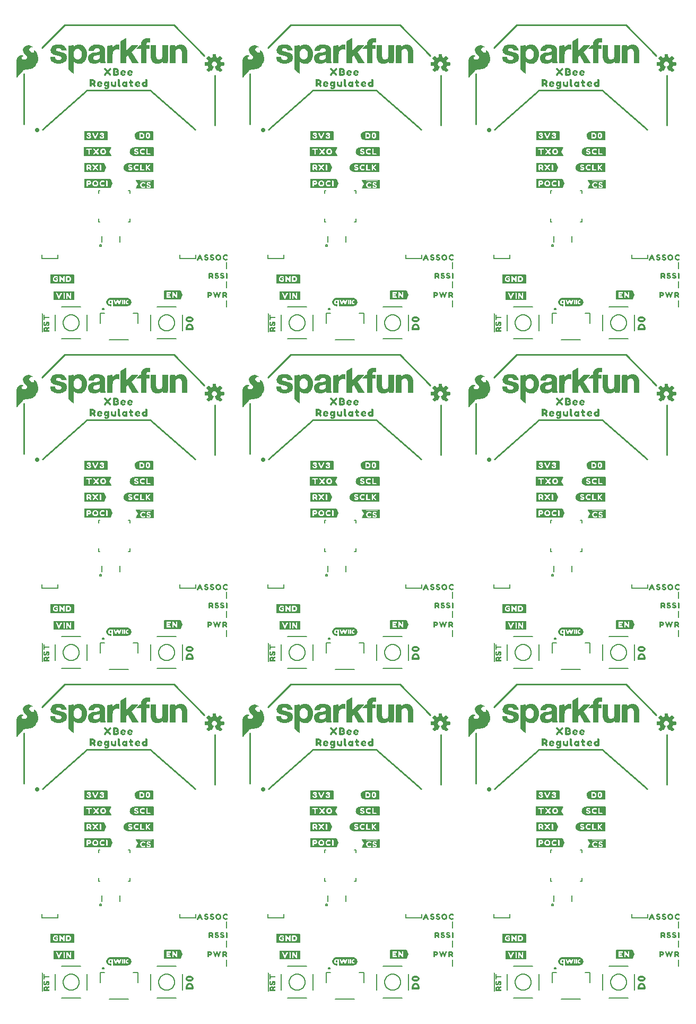
<source format=gto>
G04 EAGLE Gerber RS-274X export*
G75*
%MOMM*%
%FSLAX34Y34*%
%LPD*%
%INSilkscreen Top*%
%IPPOS*%
%AMOC8*
5,1,8,0,0,1.08239X$1,22.5*%
G01*
%ADD10C,0.254000*%
%ADD11C,0.203200*%
%ADD12C,0.718419*%

G36*
X375625Y422700D02*
X375625Y422700D01*
X375709Y422703D01*
X375710Y422703D01*
X375711Y422703D01*
X375789Y422746D01*
X375862Y422785D01*
X375862Y422786D01*
X375863Y422786D01*
X375867Y422792D01*
X375950Y422900D01*
X376023Y423045D01*
X376379Y423401D01*
X376386Y423412D01*
X376399Y423423D01*
X376999Y424123D01*
X377003Y424130D01*
X377010Y424137D01*
X377702Y425026D01*
X378593Y426016D01*
X378596Y426021D01*
X378602Y426027D01*
X379597Y427220D01*
X380690Y428413D01*
X381889Y429711D01*
X383189Y431111D01*
X383193Y431118D01*
X383200Y431124D01*
X384290Y432412D01*
X385372Y433494D01*
X386347Y434372D01*
X387299Y435038D01*
X388340Y435511D01*
X389361Y435790D01*
X393210Y435790D01*
X393230Y435795D01*
X393257Y435793D01*
X395657Y436093D01*
X395679Y436101D01*
X395710Y436103D01*
X397910Y436703D01*
X397933Y436715D01*
X397966Y436723D01*
X399966Y437623D01*
X399985Y437637D01*
X400013Y437649D01*
X401913Y438849D01*
X401924Y438859D01*
X401941Y438868D01*
X403641Y440168D01*
X403658Y440189D01*
X403687Y440210D01*
X405187Y441810D01*
X405195Y441824D01*
X405210Y441837D01*
X406610Y443637D01*
X406623Y443664D01*
X406648Y443696D01*
X408548Y447396D01*
X408556Y447427D01*
X408576Y447468D01*
X409576Y451068D01*
X409578Y451102D01*
X409590Y451148D01*
X409790Y454648D01*
X409784Y454680D01*
X409786Y454727D01*
X409286Y458027D01*
X409275Y458056D01*
X409268Y458098D01*
X408268Y460898D01*
X408254Y460919D01*
X408244Y460951D01*
X406944Y463351D01*
X406918Y463380D01*
X406879Y463439D01*
X405179Y465139D01*
X405149Y465157D01*
X405112Y465192D01*
X403512Y466192D01*
X403446Y466215D01*
X403382Y466243D01*
X403365Y466243D01*
X403348Y466248D01*
X403279Y466239D01*
X403209Y466237D01*
X403194Y466228D01*
X403176Y466226D01*
X403118Y466187D01*
X403057Y466154D01*
X403047Y466139D01*
X403032Y466129D01*
X402997Y466069D01*
X402957Y466012D01*
X402954Y465993D01*
X402946Y465979D01*
X402943Y465940D01*
X402930Y465870D01*
X402930Y465270D01*
X402937Y465240D01*
X402937Y465195D01*
X403023Y464764D01*
X402847Y463704D01*
X402608Y463306D01*
X402193Y462891D01*
X401632Y462650D01*
X401063Y462650D01*
X399748Y463026D01*
X399007Y463397D01*
X397645Y464370D01*
X396968Y464949D01*
X396509Y465408D01*
X396032Y466172D01*
X396029Y466175D01*
X396026Y466181D01*
X395659Y466732D01*
X395482Y467354D01*
X395395Y467870D01*
X395478Y468367D01*
X395657Y468814D01*
X395932Y469364D01*
X396286Y469806D01*
X397024Y470452D01*
X397402Y470641D01*
X397743Y470811D01*
X398477Y470995D01*
X399331Y471090D01*
X400563Y471090D01*
X400918Y471001D01*
X400954Y471001D01*
X401010Y470990D01*
X401110Y470990D01*
X401171Y471004D01*
X401234Y471010D01*
X401255Y471024D01*
X401279Y471029D01*
X401327Y471069D01*
X401380Y471103D01*
X401393Y471124D01*
X401412Y471139D01*
X401438Y471197D01*
X401471Y471250D01*
X401473Y471275D01*
X401483Y471298D01*
X401481Y471360D01*
X401487Y471423D01*
X401478Y471446D01*
X401477Y471471D01*
X401447Y471526D01*
X401424Y471585D01*
X401404Y471604D01*
X401394Y471623D01*
X401363Y471644D01*
X401321Y471686D01*
X401027Y471883D01*
X400331Y472379D01*
X400316Y472385D01*
X400302Y472398D01*
X399102Y473098D01*
X399078Y473106D01*
X399051Y473123D01*
X397551Y473723D01*
X397533Y473726D01*
X397512Y473736D01*
X395712Y474236D01*
X395678Y474238D01*
X395629Y474250D01*
X393629Y474350D01*
X393591Y474343D01*
X393526Y474341D01*
X391326Y473841D01*
X391292Y473824D01*
X391234Y473807D01*
X388934Y472607D01*
X388909Y472586D01*
X388868Y472564D01*
X387168Y471164D01*
X387145Y471133D01*
X387097Y471085D01*
X385997Y469485D01*
X385983Y469450D01*
X385951Y469397D01*
X385351Y467697D01*
X385348Y467662D01*
X385346Y467651D01*
X385337Y467632D01*
X385338Y467610D01*
X385330Y467570D01*
X385330Y465870D01*
X385339Y465832D01*
X385345Y465763D01*
X385845Y464063D01*
X385859Y464038D01*
X385870Y464000D01*
X386770Y462200D01*
X386789Y462177D01*
X386808Y462139D01*
X388108Y460439D01*
X388125Y460425D01*
X388141Y460401D01*
X389832Y458711D01*
X391088Y457261D01*
X391730Y455886D01*
X391730Y454627D01*
X391371Y453462D01*
X390559Y452560D01*
X389449Y451819D01*
X388157Y451450D01*
X386661Y451450D01*
X385621Y451734D01*
X384801Y452007D01*
X384168Y452549D01*
X383623Y453095D01*
X383366Y453608D01*
X383190Y454223D01*
X383190Y454808D01*
X383351Y455291D01*
X383598Y455620D01*
X383964Y455986D01*
X384443Y456369D01*
X384798Y456636D01*
X385251Y456817D01*
X385263Y456825D01*
X385280Y456830D01*
X385524Y456952D01*
X385880Y457130D01*
X385909Y457154D01*
X385979Y457201D01*
X386079Y457301D01*
X386092Y457323D01*
X386112Y457339D01*
X386138Y457396D01*
X386170Y457448D01*
X386173Y457474D01*
X386183Y457498D01*
X386181Y457559D01*
X386187Y457621D01*
X386178Y457645D01*
X386177Y457671D01*
X386147Y457725D01*
X386125Y457783D01*
X386106Y457800D01*
X386094Y457823D01*
X386044Y457858D01*
X385998Y457900D01*
X385973Y457908D01*
X385952Y457923D01*
X385868Y457939D01*
X385832Y457950D01*
X385822Y457948D01*
X385810Y457950D01*
X385772Y457950D01*
X385541Y458027D01*
X385051Y458223D01*
X385016Y458228D01*
X384964Y458246D01*
X384264Y458346D01*
X384240Y458344D01*
X384210Y458350D01*
X382410Y458350D01*
X382380Y458343D01*
X382335Y458343D01*
X381335Y458143D01*
X381325Y458138D01*
X381310Y458137D01*
X380210Y457837D01*
X380193Y457828D01*
X380169Y457823D01*
X379169Y457423D01*
X379142Y457404D01*
X379099Y457386D01*
X378199Y456786D01*
X378178Y456764D01*
X378141Y456739D01*
X377341Y455939D01*
X377330Y455921D01*
X377310Y455903D01*
X376610Y455003D01*
X376599Y454979D01*
X376576Y454952D01*
X375976Y453852D01*
X375967Y453819D01*
X375944Y453774D01*
X375544Y452374D01*
X375543Y452349D01*
X375533Y452317D01*
X375333Y450717D01*
X375334Y450705D01*
X375330Y450690D01*
X375230Y448790D01*
X375232Y448781D01*
X375230Y448770D01*
X375230Y423070D01*
X375250Y422985D01*
X375269Y422903D01*
X375269Y422902D01*
X375269Y422901D01*
X375326Y422833D01*
X375378Y422769D01*
X375379Y422768D01*
X375457Y422733D01*
X375536Y422697D01*
X375537Y422697D01*
X375538Y422697D01*
X375625Y422700D01*
G37*
G36*
X14945Y422700D02*
X14945Y422700D01*
X15029Y422703D01*
X15030Y422703D01*
X15031Y422703D01*
X15109Y422746D01*
X15182Y422785D01*
X15182Y422786D01*
X15183Y422786D01*
X15187Y422792D01*
X15270Y422900D01*
X15343Y423045D01*
X15699Y423401D01*
X15706Y423412D01*
X15719Y423423D01*
X16319Y424123D01*
X16323Y424130D01*
X16330Y424137D01*
X17022Y425026D01*
X17913Y426016D01*
X17916Y426021D01*
X17922Y426027D01*
X18917Y427220D01*
X20010Y428413D01*
X21209Y429711D01*
X22509Y431111D01*
X22513Y431118D01*
X22520Y431124D01*
X23610Y432412D01*
X24692Y433494D01*
X25667Y434372D01*
X26619Y435038D01*
X27660Y435511D01*
X28681Y435790D01*
X32530Y435790D01*
X32550Y435795D01*
X32577Y435793D01*
X34977Y436093D01*
X34999Y436101D01*
X35030Y436103D01*
X37230Y436703D01*
X37253Y436715D01*
X37286Y436723D01*
X39286Y437623D01*
X39305Y437637D01*
X39333Y437649D01*
X41233Y438849D01*
X41244Y438859D01*
X41261Y438868D01*
X42961Y440168D01*
X42978Y440189D01*
X43007Y440210D01*
X44507Y441810D01*
X44515Y441824D01*
X44530Y441837D01*
X45930Y443637D01*
X45943Y443664D01*
X45968Y443696D01*
X47868Y447396D01*
X47876Y447427D01*
X47896Y447468D01*
X48896Y451068D01*
X48898Y451102D01*
X48910Y451148D01*
X49110Y454648D01*
X49104Y454680D01*
X49106Y454727D01*
X48606Y458027D01*
X48595Y458056D01*
X48588Y458098D01*
X47588Y460898D01*
X47574Y460919D01*
X47564Y460951D01*
X46264Y463351D01*
X46238Y463380D01*
X46199Y463439D01*
X44499Y465139D01*
X44469Y465157D01*
X44432Y465192D01*
X42832Y466192D01*
X42766Y466215D01*
X42702Y466243D01*
X42685Y466243D01*
X42668Y466248D01*
X42599Y466239D01*
X42529Y466237D01*
X42514Y466228D01*
X42496Y466226D01*
X42438Y466187D01*
X42377Y466154D01*
X42367Y466139D01*
X42352Y466129D01*
X42317Y466069D01*
X42277Y466012D01*
X42274Y465993D01*
X42266Y465979D01*
X42263Y465940D01*
X42250Y465870D01*
X42250Y465270D01*
X42257Y465240D01*
X42257Y465195D01*
X42343Y464764D01*
X42167Y463704D01*
X41928Y463306D01*
X41513Y462891D01*
X40952Y462650D01*
X40383Y462650D01*
X39068Y463026D01*
X38327Y463397D01*
X36965Y464370D01*
X36288Y464949D01*
X35829Y465408D01*
X35352Y466172D01*
X35349Y466175D01*
X35346Y466181D01*
X34979Y466732D01*
X34802Y467354D01*
X34715Y467870D01*
X34798Y468367D01*
X34977Y468814D01*
X35252Y469364D01*
X35606Y469806D01*
X36344Y470452D01*
X36722Y470641D01*
X37063Y470811D01*
X37797Y470995D01*
X38651Y471090D01*
X39883Y471090D01*
X40238Y471001D01*
X40274Y471001D01*
X40330Y470990D01*
X40430Y470990D01*
X40491Y471004D01*
X40554Y471010D01*
X40575Y471024D01*
X40599Y471029D01*
X40647Y471069D01*
X40700Y471103D01*
X40713Y471124D01*
X40732Y471139D01*
X40758Y471197D01*
X40791Y471250D01*
X40793Y471275D01*
X40803Y471298D01*
X40801Y471360D01*
X40807Y471423D01*
X40798Y471446D01*
X40797Y471471D01*
X40767Y471526D01*
X40744Y471585D01*
X40724Y471604D01*
X40714Y471623D01*
X40683Y471644D01*
X40641Y471686D01*
X40347Y471883D01*
X39651Y472379D01*
X39636Y472385D01*
X39622Y472398D01*
X38422Y473098D01*
X38398Y473106D01*
X38371Y473123D01*
X36871Y473723D01*
X36853Y473726D01*
X36832Y473736D01*
X35032Y474236D01*
X34998Y474238D01*
X34949Y474250D01*
X32949Y474350D01*
X32911Y474343D01*
X32846Y474341D01*
X30646Y473841D01*
X30612Y473824D01*
X30554Y473807D01*
X28254Y472607D01*
X28229Y472586D01*
X28188Y472564D01*
X26488Y471164D01*
X26465Y471133D01*
X26417Y471085D01*
X25317Y469485D01*
X25303Y469450D01*
X25271Y469397D01*
X24671Y467697D01*
X24668Y467662D01*
X24666Y467651D01*
X24657Y467632D01*
X24658Y467610D01*
X24650Y467570D01*
X24650Y465870D01*
X24659Y465832D01*
X24665Y465763D01*
X25165Y464063D01*
X25179Y464038D01*
X25190Y464000D01*
X26090Y462200D01*
X26109Y462177D01*
X26128Y462139D01*
X27428Y460439D01*
X27445Y460425D01*
X27461Y460401D01*
X29152Y458711D01*
X30408Y457261D01*
X31050Y455886D01*
X31050Y454627D01*
X30691Y453462D01*
X29879Y452560D01*
X28769Y451819D01*
X27477Y451450D01*
X25981Y451450D01*
X24941Y451734D01*
X24121Y452007D01*
X23488Y452549D01*
X22943Y453095D01*
X22686Y453608D01*
X22510Y454223D01*
X22510Y454808D01*
X22671Y455291D01*
X22918Y455620D01*
X23284Y455986D01*
X23763Y456369D01*
X24118Y456636D01*
X24571Y456817D01*
X24583Y456825D01*
X24600Y456830D01*
X24844Y456952D01*
X25200Y457130D01*
X25229Y457154D01*
X25299Y457201D01*
X25399Y457301D01*
X25412Y457323D01*
X25432Y457339D01*
X25458Y457396D01*
X25490Y457448D01*
X25493Y457474D01*
X25503Y457498D01*
X25501Y457559D01*
X25507Y457621D01*
X25498Y457645D01*
X25497Y457671D01*
X25467Y457725D01*
X25445Y457783D01*
X25426Y457800D01*
X25414Y457823D01*
X25364Y457858D01*
X25318Y457900D01*
X25293Y457908D01*
X25272Y457923D01*
X25188Y457939D01*
X25152Y457950D01*
X25142Y457948D01*
X25130Y457950D01*
X25092Y457950D01*
X24861Y458027D01*
X24371Y458223D01*
X24336Y458228D01*
X24284Y458246D01*
X23584Y458346D01*
X23560Y458344D01*
X23530Y458350D01*
X21730Y458350D01*
X21700Y458343D01*
X21655Y458343D01*
X20655Y458143D01*
X20645Y458138D01*
X20630Y458137D01*
X19530Y457837D01*
X19513Y457828D01*
X19489Y457823D01*
X18489Y457423D01*
X18462Y457404D01*
X18419Y457386D01*
X17519Y456786D01*
X17498Y456764D01*
X17461Y456739D01*
X16661Y455939D01*
X16650Y455921D01*
X16630Y455903D01*
X15930Y455003D01*
X15919Y454979D01*
X15896Y454952D01*
X15296Y453852D01*
X15287Y453819D01*
X15264Y453774D01*
X14864Y452374D01*
X14863Y452349D01*
X14853Y452317D01*
X14653Y450717D01*
X14654Y450705D01*
X14650Y450690D01*
X14550Y448790D01*
X14552Y448781D01*
X14550Y448770D01*
X14550Y423070D01*
X14570Y422985D01*
X14589Y422903D01*
X14589Y422902D01*
X14589Y422901D01*
X14646Y422833D01*
X14698Y422769D01*
X14699Y422768D01*
X14777Y422733D01*
X14856Y422697D01*
X14857Y422697D01*
X14858Y422697D01*
X14945Y422700D01*
G37*
G36*
X736305Y948480D02*
X736305Y948480D01*
X736389Y948483D01*
X736390Y948483D01*
X736391Y948483D01*
X736469Y948526D01*
X736542Y948565D01*
X736542Y948566D01*
X736543Y948566D01*
X736547Y948572D01*
X736630Y948680D01*
X736703Y948825D01*
X737059Y949181D01*
X737066Y949192D01*
X737079Y949203D01*
X737679Y949903D01*
X737683Y949910D01*
X737690Y949917D01*
X738382Y950806D01*
X739273Y951796D01*
X739276Y951801D01*
X739282Y951807D01*
X740277Y953000D01*
X741370Y954193D01*
X742569Y955491D01*
X743869Y956891D01*
X743873Y956898D01*
X743880Y956904D01*
X744970Y958192D01*
X746052Y959274D01*
X747027Y960152D01*
X747979Y960818D01*
X749020Y961291D01*
X750041Y961570D01*
X753890Y961570D01*
X753910Y961575D01*
X753937Y961573D01*
X756337Y961873D01*
X756359Y961881D01*
X756390Y961883D01*
X758590Y962483D01*
X758613Y962495D01*
X758646Y962503D01*
X760646Y963403D01*
X760665Y963417D01*
X760693Y963429D01*
X762593Y964629D01*
X762604Y964639D01*
X762621Y964648D01*
X764321Y965948D01*
X764338Y965969D01*
X764367Y965990D01*
X765867Y967590D01*
X765875Y967604D01*
X765890Y967617D01*
X767290Y969417D01*
X767303Y969444D01*
X767328Y969476D01*
X769228Y973176D01*
X769236Y973207D01*
X769256Y973248D01*
X770256Y976848D01*
X770258Y976882D01*
X770270Y976928D01*
X770470Y980428D01*
X770464Y980460D01*
X770466Y980507D01*
X769966Y983807D01*
X769955Y983836D01*
X769948Y983878D01*
X768948Y986678D01*
X768934Y986699D01*
X768924Y986731D01*
X767624Y989131D01*
X767598Y989160D01*
X767559Y989219D01*
X765859Y990919D01*
X765829Y990937D01*
X765792Y990972D01*
X764192Y991972D01*
X764126Y991995D01*
X764062Y992023D01*
X764045Y992023D01*
X764028Y992028D01*
X763959Y992019D01*
X763889Y992017D01*
X763874Y992008D01*
X763856Y992006D01*
X763798Y991967D01*
X763737Y991934D01*
X763727Y991919D01*
X763712Y991909D01*
X763677Y991849D01*
X763637Y991792D01*
X763634Y991773D01*
X763626Y991759D01*
X763623Y991720D01*
X763610Y991650D01*
X763610Y991050D01*
X763617Y991020D01*
X763617Y990975D01*
X763703Y990544D01*
X763527Y989484D01*
X763288Y989086D01*
X762873Y988671D01*
X762312Y988430D01*
X761743Y988430D01*
X760428Y988806D01*
X759687Y989177D01*
X758325Y990150D01*
X757648Y990729D01*
X757189Y991188D01*
X756712Y991952D01*
X756709Y991955D01*
X756706Y991961D01*
X756339Y992512D01*
X756162Y993134D01*
X756075Y993650D01*
X756158Y994147D01*
X756337Y994594D01*
X756612Y995144D01*
X756966Y995586D01*
X757704Y996232D01*
X758082Y996421D01*
X758423Y996591D01*
X759157Y996775D01*
X760011Y996870D01*
X761243Y996870D01*
X761598Y996781D01*
X761634Y996781D01*
X761690Y996770D01*
X761790Y996770D01*
X761851Y996784D01*
X761914Y996790D01*
X761935Y996804D01*
X761959Y996809D01*
X762007Y996849D01*
X762060Y996883D01*
X762073Y996904D01*
X762092Y996919D01*
X762118Y996977D01*
X762151Y997030D01*
X762153Y997055D01*
X762163Y997078D01*
X762161Y997140D01*
X762167Y997203D01*
X762158Y997226D01*
X762157Y997251D01*
X762127Y997306D01*
X762104Y997365D01*
X762084Y997384D01*
X762074Y997403D01*
X762043Y997424D01*
X762001Y997466D01*
X761707Y997663D01*
X761011Y998159D01*
X760996Y998165D01*
X760982Y998178D01*
X759782Y998878D01*
X759758Y998886D01*
X759731Y998903D01*
X758231Y999503D01*
X758213Y999506D01*
X758192Y999516D01*
X756392Y1000016D01*
X756358Y1000018D01*
X756309Y1000030D01*
X754309Y1000130D01*
X754271Y1000123D01*
X754206Y1000121D01*
X752006Y999621D01*
X751972Y999604D01*
X751914Y999587D01*
X749614Y998387D01*
X749589Y998366D01*
X749548Y998344D01*
X747848Y996944D01*
X747825Y996913D01*
X747777Y996865D01*
X746677Y995265D01*
X746663Y995230D01*
X746631Y995177D01*
X746031Y993477D01*
X746028Y993442D01*
X746026Y993431D01*
X746017Y993412D01*
X746018Y993390D01*
X746010Y993350D01*
X746010Y991650D01*
X746019Y991612D01*
X746025Y991543D01*
X746525Y989843D01*
X746539Y989818D01*
X746550Y989780D01*
X747450Y987980D01*
X747469Y987957D01*
X747488Y987919D01*
X748788Y986219D01*
X748805Y986205D01*
X748821Y986181D01*
X750512Y984491D01*
X751768Y983041D01*
X752410Y981666D01*
X752410Y980407D01*
X752051Y979242D01*
X751239Y978340D01*
X750129Y977599D01*
X748837Y977230D01*
X747341Y977230D01*
X746301Y977514D01*
X745481Y977787D01*
X744848Y978329D01*
X744303Y978875D01*
X744046Y979388D01*
X743870Y980003D01*
X743870Y980588D01*
X744031Y981071D01*
X744278Y981400D01*
X744644Y981766D01*
X745123Y982149D01*
X745478Y982416D01*
X745931Y982597D01*
X745943Y982605D01*
X745960Y982610D01*
X746204Y982732D01*
X746560Y982910D01*
X746589Y982934D01*
X746659Y982981D01*
X746759Y983081D01*
X746772Y983103D01*
X746792Y983119D01*
X746818Y983176D01*
X746850Y983228D01*
X746853Y983254D01*
X746863Y983278D01*
X746861Y983339D01*
X746867Y983401D01*
X746858Y983425D01*
X746857Y983451D01*
X746827Y983505D01*
X746805Y983563D01*
X746786Y983580D01*
X746774Y983603D01*
X746724Y983638D01*
X746678Y983680D01*
X746653Y983688D01*
X746632Y983703D01*
X746548Y983719D01*
X746512Y983730D01*
X746502Y983728D01*
X746490Y983730D01*
X746452Y983730D01*
X746221Y983807D01*
X745731Y984003D01*
X745696Y984008D01*
X745644Y984026D01*
X744944Y984126D01*
X744920Y984124D01*
X744890Y984130D01*
X743090Y984130D01*
X743060Y984123D01*
X743015Y984123D01*
X742015Y983923D01*
X742005Y983918D01*
X741990Y983917D01*
X740890Y983617D01*
X740873Y983608D01*
X740849Y983603D01*
X739849Y983203D01*
X739822Y983184D01*
X739779Y983166D01*
X738879Y982566D01*
X738858Y982544D01*
X738821Y982519D01*
X738021Y981719D01*
X738010Y981701D01*
X737990Y981683D01*
X737290Y980783D01*
X737279Y980759D01*
X737256Y980732D01*
X736656Y979632D01*
X736647Y979599D01*
X736624Y979554D01*
X736224Y978154D01*
X736223Y978129D01*
X736213Y978097D01*
X736013Y976497D01*
X736014Y976485D01*
X736010Y976470D01*
X735910Y974570D01*
X735912Y974561D01*
X735910Y974550D01*
X735910Y948850D01*
X735930Y948765D01*
X735949Y948683D01*
X735949Y948682D01*
X735949Y948681D01*
X736006Y948613D01*
X736058Y948549D01*
X736059Y948548D01*
X736137Y948513D01*
X736216Y948477D01*
X736217Y948477D01*
X736218Y948477D01*
X736305Y948480D01*
G37*
G36*
X736305Y422700D02*
X736305Y422700D01*
X736389Y422703D01*
X736390Y422703D01*
X736391Y422703D01*
X736469Y422746D01*
X736542Y422785D01*
X736542Y422786D01*
X736543Y422786D01*
X736547Y422792D01*
X736630Y422900D01*
X736703Y423045D01*
X737059Y423401D01*
X737066Y423412D01*
X737079Y423423D01*
X737679Y424123D01*
X737683Y424130D01*
X737690Y424137D01*
X738382Y425026D01*
X739273Y426016D01*
X739276Y426021D01*
X739282Y426027D01*
X740277Y427220D01*
X741370Y428413D01*
X742569Y429711D01*
X743869Y431111D01*
X743873Y431118D01*
X743880Y431124D01*
X744970Y432412D01*
X746052Y433494D01*
X747027Y434372D01*
X747979Y435038D01*
X749020Y435511D01*
X750041Y435790D01*
X753890Y435790D01*
X753910Y435795D01*
X753937Y435793D01*
X756337Y436093D01*
X756359Y436101D01*
X756390Y436103D01*
X758590Y436703D01*
X758613Y436715D01*
X758646Y436723D01*
X760646Y437623D01*
X760665Y437637D01*
X760693Y437649D01*
X762593Y438849D01*
X762604Y438859D01*
X762621Y438868D01*
X764321Y440168D01*
X764338Y440189D01*
X764367Y440210D01*
X765867Y441810D01*
X765875Y441824D01*
X765890Y441837D01*
X767290Y443637D01*
X767303Y443664D01*
X767328Y443696D01*
X769228Y447396D01*
X769236Y447427D01*
X769256Y447468D01*
X770256Y451068D01*
X770258Y451102D01*
X770270Y451148D01*
X770470Y454648D01*
X770464Y454680D01*
X770466Y454727D01*
X769966Y458027D01*
X769955Y458056D01*
X769948Y458098D01*
X768948Y460898D01*
X768934Y460919D01*
X768924Y460951D01*
X767624Y463351D01*
X767598Y463380D01*
X767559Y463439D01*
X765859Y465139D01*
X765829Y465157D01*
X765792Y465192D01*
X764192Y466192D01*
X764126Y466215D01*
X764062Y466243D01*
X764045Y466243D01*
X764028Y466248D01*
X763959Y466239D01*
X763889Y466237D01*
X763874Y466228D01*
X763856Y466226D01*
X763798Y466187D01*
X763737Y466154D01*
X763727Y466139D01*
X763712Y466129D01*
X763677Y466069D01*
X763637Y466012D01*
X763634Y465993D01*
X763626Y465979D01*
X763623Y465940D01*
X763610Y465870D01*
X763610Y465270D01*
X763617Y465240D01*
X763617Y465195D01*
X763703Y464764D01*
X763527Y463704D01*
X763288Y463306D01*
X762873Y462891D01*
X762312Y462650D01*
X761743Y462650D01*
X760428Y463026D01*
X759687Y463397D01*
X758325Y464370D01*
X757648Y464949D01*
X757189Y465408D01*
X756712Y466172D01*
X756709Y466175D01*
X756706Y466181D01*
X756339Y466732D01*
X756162Y467354D01*
X756075Y467870D01*
X756158Y468367D01*
X756337Y468814D01*
X756612Y469364D01*
X756966Y469806D01*
X757704Y470452D01*
X758082Y470641D01*
X758423Y470811D01*
X759157Y470995D01*
X760011Y471090D01*
X761243Y471090D01*
X761598Y471001D01*
X761634Y471001D01*
X761690Y470990D01*
X761790Y470990D01*
X761851Y471004D01*
X761914Y471010D01*
X761935Y471024D01*
X761959Y471029D01*
X762007Y471069D01*
X762060Y471103D01*
X762073Y471124D01*
X762092Y471139D01*
X762118Y471197D01*
X762151Y471250D01*
X762153Y471275D01*
X762163Y471298D01*
X762161Y471360D01*
X762167Y471423D01*
X762158Y471446D01*
X762157Y471471D01*
X762127Y471526D01*
X762104Y471585D01*
X762084Y471604D01*
X762074Y471623D01*
X762043Y471644D01*
X762001Y471686D01*
X761707Y471883D01*
X761011Y472379D01*
X760996Y472385D01*
X760982Y472398D01*
X759782Y473098D01*
X759758Y473106D01*
X759731Y473123D01*
X758231Y473723D01*
X758213Y473726D01*
X758192Y473736D01*
X756392Y474236D01*
X756358Y474238D01*
X756309Y474250D01*
X754309Y474350D01*
X754271Y474343D01*
X754206Y474341D01*
X752006Y473841D01*
X751972Y473824D01*
X751914Y473807D01*
X749614Y472607D01*
X749589Y472586D01*
X749548Y472564D01*
X747848Y471164D01*
X747825Y471133D01*
X747777Y471085D01*
X746677Y469485D01*
X746663Y469450D01*
X746631Y469397D01*
X746031Y467697D01*
X746028Y467662D01*
X746026Y467651D01*
X746017Y467632D01*
X746018Y467610D01*
X746010Y467570D01*
X746010Y465870D01*
X746019Y465832D01*
X746025Y465763D01*
X746525Y464063D01*
X746539Y464038D01*
X746550Y464000D01*
X747450Y462200D01*
X747469Y462177D01*
X747488Y462139D01*
X748788Y460439D01*
X748805Y460425D01*
X748821Y460401D01*
X750512Y458711D01*
X751768Y457261D01*
X752410Y455886D01*
X752410Y454627D01*
X752051Y453462D01*
X751239Y452560D01*
X750129Y451819D01*
X748837Y451450D01*
X747341Y451450D01*
X746301Y451734D01*
X745481Y452007D01*
X744848Y452549D01*
X744303Y453095D01*
X744046Y453608D01*
X743870Y454223D01*
X743870Y454808D01*
X744031Y455291D01*
X744278Y455620D01*
X744644Y455986D01*
X745123Y456369D01*
X745478Y456636D01*
X745931Y456817D01*
X745943Y456825D01*
X745960Y456830D01*
X746204Y456952D01*
X746560Y457130D01*
X746589Y457154D01*
X746659Y457201D01*
X746759Y457301D01*
X746772Y457323D01*
X746792Y457339D01*
X746818Y457396D01*
X746850Y457448D01*
X746853Y457474D01*
X746863Y457498D01*
X746861Y457559D01*
X746867Y457621D01*
X746858Y457645D01*
X746857Y457671D01*
X746827Y457725D01*
X746805Y457783D01*
X746786Y457800D01*
X746774Y457823D01*
X746724Y457858D01*
X746678Y457900D01*
X746653Y457908D01*
X746632Y457923D01*
X746548Y457939D01*
X746512Y457950D01*
X746502Y457948D01*
X746490Y457950D01*
X746452Y457950D01*
X746221Y458027D01*
X745731Y458223D01*
X745696Y458228D01*
X745644Y458246D01*
X744944Y458346D01*
X744920Y458344D01*
X744890Y458350D01*
X743090Y458350D01*
X743060Y458343D01*
X743015Y458343D01*
X742015Y458143D01*
X742005Y458138D01*
X741990Y458137D01*
X740890Y457837D01*
X740873Y457828D01*
X740849Y457823D01*
X739849Y457423D01*
X739822Y457404D01*
X739779Y457386D01*
X738879Y456786D01*
X738858Y456764D01*
X738821Y456739D01*
X738021Y455939D01*
X738010Y455921D01*
X737990Y455903D01*
X737290Y455003D01*
X737279Y454979D01*
X737256Y454952D01*
X736656Y453852D01*
X736647Y453819D01*
X736624Y453774D01*
X736224Y452374D01*
X736223Y452349D01*
X736213Y452317D01*
X736013Y450717D01*
X736014Y450705D01*
X736010Y450690D01*
X735910Y448790D01*
X735912Y448781D01*
X735910Y448770D01*
X735910Y423070D01*
X735930Y422985D01*
X735949Y422903D01*
X735949Y422902D01*
X735949Y422901D01*
X736006Y422833D01*
X736058Y422769D01*
X736059Y422768D01*
X736137Y422733D01*
X736216Y422697D01*
X736217Y422697D01*
X736218Y422697D01*
X736305Y422700D01*
G37*
G36*
X375625Y1474260D02*
X375625Y1474260D01*
X375709Y1474263D01*
X375710Y1474263D01*
X375711Y1474263D01*
X375789Y1474306D01*
X375862Y1474345D01*
X375862Y1474346D01*
X375863Y1474346D01*
X375867Y1474352D01*
X375950Y1474460D01*
X376023Y1474605D01*
X376379Y1474961D01*
X376386Y1474972D01*
X376399Y1474983D01*
X376999Y1475683D01*
X377003Y1475690D01*
X377010Y1475697D01*
X377702Y1476586D01*
X378593Y1477576D01*
X378596Y1477581D01*
X378602Y1477587D01*
X379597Y1478780D01*
X380690Y1479973D01*
X381889Y1481271D01*
X383189Y1482671D01*
X383193Y1482678D01*
X383200Y1482684D01*
X384290Y1483972D01*
X385372Y1485054D01*
X386347Y1485932D01*
X387299Y1486598D01*
X388340Y1487071D01*
X389361Y1487350D01*
X393210Y1487350D01*
X393230Y1487355D01*
X393257Y1487353D01*
X395657Y1487653D01*
X395679Y1487661D01*
X395710Y1487663D01*
X397910Y1488263D01*
X397933Y1488275D01*
X397966Y1488283D01*
X399966Y1489183D01*
X399985Y1489197D01*
X400013Y1489209D01*
X401913Y1490409D01*
X401924Y1490419D01*
X401941Y1490428D01*
X403641Y1491728D01*
X403658Y1491749D01*
X403687Y1491770D01*
X405187Y1493370D01*
X405195Y1493384D01*
X405210Y1493397D01*
X406610Y1495197D01*
X406623Y1495224D01*
X406648Y1495256D01*
X408548Y1498956D01*
X408556Y1498987D01*
X408576Y1499028D01*
X409576Y1502628D01*
X409578Y1502662D01*
X409590Y1502708D01*
X409790Y1506208D01*
X409784Y1506240D01*
X409786Y1506287D01*
X409286Y1509587D01*
X409275Y1509616D01*
X409268Y1509658D01*
X408268Y1512458D01*
X408254Y1512479D01*
X408244Y1512511D01*
X406944Y1514911D01*
X406918Y1514940D01*
X406879Y1514999D01*
X405179Y1516699D01*
X405149Y1516717D01*
X405112Y1516752D01*
X403512Y1517752D01*
X403446Y1517775D01*
X403382Y1517803D01*
X403365Y1517803D01*
X403348Y1517808D01*
X403279Y1517799D01*
X403209Y1517797D01*
X403194Y1517788D01*
X403176Y1517786D01*
X403118Y1517747D01*
X403057Y1517714D01*
X403047Y1517699D01*
X403032Y1517689D01*
X402997Y1517629D01*
X402957Y1517572D01*
X402954Y1517553D01*
X402946Y1517539D01*
X402943Y1517500D01*
X402930Y1517430D01*
X402930Y1516830D01*
X402937Y1516800D01*
X402937Y1516755D01*
X403023Y1516324D01*
X402847Y1515264D01*
X402608Y1514866D01*
X402193Y1514451D01*
X401632Y1514210D01*
X401063Y1514210D01*
X399748Y1514586D01*
X399007Y1514957D01*
X397645Y1515930D01*
X396968Y1516509D01*
X396509Y1516968D01*
X396032Y1517732D01*
X396029Y1517735D01*
X396026Y1517741D01*
X395659Y1518292D01*
X395482Y1518914D01*
X395395Y1519430D01*
X395478Y1519927D01*
X395657Y1520374D01*
X395932Y1520924D01*
X396286Y1521366D01*
X397024Y1522012D01*
X397402Y1522201D01*
X397743Y1522371D01*
X398477Y1522555D01*
X399331Y1522650D01*
X400563Y1522650D01*
X400918Y1522561D01*
X400954Y1522561D01*
X401010Y1522550D01*
X401110Y1522550D01*
X401171Y1522564D01*
X401234Y1522570D01*
X401255Y1522584D01*
X401279Y1522589D01*
X401327Y1522629D01*
X401380Y1522663D01*
X401393Y1522684D01*
X401412Y1522699D01*
X401438Y1522757D01*
X401471Y1522810D01*
X401473Y1522835D01*
X401483Y1522858D01*
X401481Y1522920D01*
X401487Y1522983D01*
X401478Y1523006D01*
X401477Y1523031D01*
X401447Y1523086D01*
X401424Y1523145D01*
X401404Y1523164D01*
X401394Y1523183D01*
X401363Y1523204D01*
X401321Y1523246D01*
X401027Y1523443D01*
X400331Y1523939D01*
X400316Y1523945D01*
X400302Y1523958D01*
X399102Y1524658D01*
X399078Y1524666D01*
X399051Y1524683D01*
X397551Y1525283D01*
X397533Y1525286D01*
X397512Y1525296D01*
X395712Y1525796D01*
X395678Y1525798D01*
X395629Y1525810D01*
X393629Y1525910D01*
X393591Y1525903D01*
X393526Y1525901D01*
X391326Y1525401D01*
X391292Y1525384D01*
X391234Y1525367D01*
X388934Y1524167D01*
X388909Y1524146D01*
X388868Y1524124D01*
X387168Y1522724D01*
X387145Y1522693D01*
X387097Y1522645D01*
X385997Y1521045D01*
X385983Y1521010D01*
X385951Y1520957D01*
X385351Y1519257D01*
X385348Y1519222D01*
X385346Y1519211D01*
X385337Y1519192D01*
X385338Y1519170D01*
X385330Y1519130D01*
X385330Y1517430D01*
X385339Y1517392D01*
X385345Y1517323D01*
X385845Y1515623D01*
X385859Y1515598D01*
X385870Y1515560D01*
X386770Y1513760D01*
X386789Y1513737D01*
X386808Y1513699D01*
X388108Y1511999D01*
X388125Y1511985D01*
X388141Y1511961D01*
X389832Y1510271D01*
X391088Y1508821D01*
X391730Y1507446D01*
X391730Y1506187D01*
X391371Y1505022D01*
X390559Y1504120D01*
X389449Y1503379D01*
X388157Y1503010D01*
X386661Y1503010D01*
X385621Y1503294D01*
X384801Y1503567D01*
X384168Y1504109D01*
X383623Y1504655D01*
X383366Y1505168D01*
X383190Y1505783D01*
X383190Y1506368D01*
X383351Y1506851D01*
X383598Y1507180D01*
X383964Y1507546D01*
X384443Y1507929D01*
X384798Y1508196D01*
X385251Y1508377D01*
X385263Y1508385D01*
X385280Y1508390D01*
X385524Y1508512D01*
X385880Y1508690D01*
X385909Y1508714D01*
X385979Y1508761D01*
X386079Y1508861D01*
X386092Y1508883D01*
X386112Y1508899D01*
X386138Y1508956D01*
X386170Y1509008D01*
X386173Y1509034D01*
X386183Y1509058D01*
X386181Y1509119D01*
X386187Y1509181D01*
X386178Y1509205D01*
X386177Y1509231D01*
X386147Y1509285D01*
X386125Y1509343D01*
X386106Y1509360D01*
X386094Y1509383D01*
X386044Y1509418D01*
X385998Y1509460D01*
X385973Y1509468D01*
X385952Y1509483D01*
X385868Y1509499D01*
X385832Y1509510D01*
X385822Y1509508D01*
X385810Y1509510D01*
X385772Y1509510D01*
X385541Y1509587D01*
X385051Y1509783D01*
X385016Y1509788D01*
X384964Y1509806D01*
X384264Y1509906D01*
X384240Y1509904D01*
X384210Y1509910D01*
X382410Y1509910D01*
X382380Y1509903D01*
X382335Y1509903D01*
X381335Y1509703D01*
X381325Y1509698D01*
X381310Y1509697D01*
X380210Y1509397D01*
X380193Y1509388D01*
X380169Y1509383D01*
X379169Y1508983D01*
X379142Y1508964D01*
X379099Y1508946D01*
X378199Y1508346D01*
X378178Y1508324D01*
X378141Y1508299D01*
X377341Y1507499D01*
X377330Y1507481D01*
X377310Y1507463D01*
X376610Y1506563D01*
X376599Y1506539D01*
X376576Y1506512D01*
X375976Y1505412D01*
X375967Y1505379D01*
X375944Y1505334D01*
X375544Y1503934D01*
X375543Y1503909D01*
X375533Y1503877D01*
X375333Y1502277D01*
X375334Y1502265D01*
X375330Y1502250D01*
X375230Y1500350D01*
X375232Y1500341D01*
X375230Y1500330D01*
X375230Y1474630D01*
X375250Y1474545D01*
X375269Y1474463D01*
X375269Y1474462D01*
X375269Y1474461D01*
X375326Y1474393D01*
X375378Y1474329D01*
X375379Y1474328D01*
X375457Y1474293D01*
X375536Y1474257D01*
X375537Y1474257D01*
X375538Y1474257D01*
X375625Y1474260D01*
G37*
G36*
X736305Y1474260D02*
X736305Y1474260D01*
X736389Y1474263D01*
X736390Y1474263D01*
X736391Y1474263D01*
X736469Y1474306D01*
X736542Y1474345D01*
X736542Y1474346D01*
X736543Y1474346D01*
X736547Y1474352D01*
X736630Y1474460D01*
X736703Y1474605D01*
X737059Y1474961D01*
X737066Y1474972D01*
X737079Y1474983D01*
X737679Y1475683D01*
X737683Y1475690D01*
X737690Y1475697D01*
X738382Y1476586D01*
X739273Y1477576D01*
X739276Y1477581D01*
X739282Y1477587D01*
X740277Y1478780D01*
X741370Y1479973D01*
X742569Y1481271D01*
X743869Y1482671D01*
X743873Y1482678D01*
X743880Y1482684D01*
X744970Y1483972D01*
X746052Y1485054D01*
X747027Y1485932D01*
X747979Y1486598D01*
X749020Y1487071D01*
X750041Y1487350D01*
X753890Y1487350D01*
X753910Y1487355D01*
X753937Y1487353D01*
X756337Y1487653D01*
X756359Y1487661D01*
X756390Y1487663D01*
X758590Y1488263D01*
X758613Y1488275D01*
X758646Y1488283D01*
X760646Y1489183D01*
X760665Y1489197D01*
X760693Y1489209D01*
X762593Y1490409D01*
X762604Y1490419D01*
X762621Y1490428D01*
X764321Y1491728D01*
X764338Y1491749D01*
X764367Y1491770D01*
X765867Y1493370D01*
X765875Y1493384D01*
X765890Y1493397D01*
X767290Y1495197D01*
X767303Y1495224D01*
X767328Y1495256D01*
X769228Y1498956D01*
X769236Y1498987D01*
X769256Y1499028D01*
X770256Y1502628D01*
X770258Y1502662D01*
X770270Y1502708D01*
X770470Y1506208D01*
X770464Y1506240D01*
X770466Y1506287D01*
X769966Y1509587D01*
X769955Y1509616D01*
X769948Y1509658D01*
X768948Y1512458D01*
X768934Y1512479D01*
X768924Y1512511D01*
X767624Y1514911D01*
X767598Y1514940D01*
X767559Y1514999D01*
X765859Y1516699D01*
X765829Y1516717D01*
X765792Y1516752D01*
X764192Y1517752D01*
X764126Y1517775D01*
X764062Y1517803D01*
X764045Y1517803D01*
X764028Y1517808D01*
X763959Y1517799D01*
X763889Y1517797D01*
X763874Y1517788D01*
X763856Y1517786D01*
X763798Y1517747D01*
X763737Y1517714D01*
X763727Y1517699D01*
X763712Y1517689D01*
X763677Y1517629D01*
X763637Y1517572D01*
X763634Y1517553D01*
X763626Y1517539D01*
X763623Y1517500D01*
X763610Y1517430D01*
X763610Y1516830D01*
X763617Y1516800D01*
X763617Y1516755D01*
X763703Y1516324D01*
X763527Y1515264D01*
X763288Y1514866D01*
X762873Y1514451D01*
X762312Y1514210D01*
X761743Y1514210D01*
X760428Y1514586D01*
X759687Y1514957D01*
X758325Y1515930D01*
X757648Y1516509D01*
X757189Y1516968D01*
X756712Y1517732D01*
X756709Y1517735D01*
X756706Y1517741D01*
X756339Y1518292D01*
X756162Y1518914D01*
X756075Y1519430D01*
X756158Y1519927D01*
X756337Y1520374D01*
X756612Y1520924D01*
X756966Y1521366D01*
X757704Y1522012D01*
X758082Y1522201D01*
X758423Y1522371D01*
X759157Y1522555D01*
X760011Y1522650D01*
X761243Y1522650D01*
X761598Y1522561D01*
X761634Y1522561D01*
X761690Y1522550D01*
X761790Y1522550D01*
X761851Y1522564D01*
X761914Y1522570D01*
X761935Y1522584D01*
X761959Y1522589D01*
X762007Y1522629D01*
X762060Y1522663D01*
X762073Y1522684D01*
X762092Y1522699D01*
X762118Y1522757D01*
X762151Y1522810D01*
X762153Y1522835D01*
X762163Y1522858D01*
X762161Y1522920D01*
X762167Y1522983D01*
X762158Y1523006D01*
X762157Y1523031D01*
X762127Y1523086D01*
X762104Y1523145D01*
X762084Y1523164D01*
X762074Y1523183D01*
X762043Y1523204D01*
X762001Y1523246D01*
X761707Y1523443D01*
X761011Y1523939D01*
X760996Y1523945D01*
X760982Y1523958D01*
X759782Y1524658D01*
X759758Y1524666D01*
X759731Y1524683D01*
X758231Y1525283D01*
X758213Y1525286D01*
X758192Y1525296D01*
X756392Y1525796D01*
X756358Y1525798D01*
X756309Y1525810D01*
X754309Y1525910D01*
X754271Y1525903D01*
X754206Y1525901D01*
X752006Y1525401D01*
X751972Y1525384D01*
X751914Y1525367D01*
X749614Y1524167D01*
X749589Y1524146D01*
X749548Y1524124D01*
X747848Y1522724D01*
X747825Y1522693D01*
X747777Y1522645D01*
X746677Y1521045D01*
X746663Y1521010D01*
X746631Y1520957D01*
X746031Y1519257D01*
X746028Y1519222D01*
X746026Y1519211D01*
X746017Y1519192D01*
X746018Y1519170D01*
X746010Y1519130D01*
X746010Y1517430D01*
X746019Y1517392D01*
X746025Y1517323D01*
X746525Y1515623D01*
X746539Y1515598D01*
X746550Y1515560D01*
X747450Y1513760D01*
X747469Y1513737D01*
X747488Y1513699D01*
X748788Y1511999D01*
X748805Y1511985D01*
X748821Y1511961D01*
X750512Y1510271D01*
X751768Y1508821D01*
X752410Y1507446D01*
X752410Y1506187D01*
X752051Y1505022D01*
X751239Y1504120D01*
X750129Y1503379D01*
X748837Y1503010D01*
X747341Y1503010D01*
X746301Y1503294D01*
X745481Y1503567D01*
X744848Y1504109D01*
X744303Y1504655D01*
X744046Y1505168D01*
X743870Y1505783D01*
X743870Y1506368D01*
X744031Y1506851D01*
X744278Y1507180D01*
X744644Y1507546D01*
X745123Y1507929D01*
X745478Y1508196D01*
X745931Y1508377D01*
X745943Y1508385D01*
X745960Y1508390D01*
X746204Y1508512D01*
X746560Y1508690D01*
X746589Y1508714D01*
X746659Y1508761D01*
X746759Y1508861D01*
X746772Y1508883D01*
X746792Y1508899D01*
X746818Y1508956D01*
X746850Y1509008D01*
X746853Y1509034D01*
X746863Y1509058D01*
X746861Y1509119D01*
X746867Y1509181D01*
X746858Y1509205D01*
X746857Y1509231D01*
X746827Y1509285D01*
X746805Y1509343D01*
X746786Y1509360D01*
X746774Y1509383D01*
X746724Y1509418D01*
X746678Y1509460D01*
X746653Y1509468D01*
X746632Y1509483D01*
X746548Y1509499D01*
X746512Y1509510D01*
X746502Y1509508D01*
X746490Y1509510D01*
X746452Y1509510D01*
X746221Y1509587D01*
X745731Y1509783D01*
X745696Y1509788D01*
X745644Y1509806D01*
X744944Y1509906D01*
X744920Y1509904D01*
X744890Y1509910D01*
X743090Y1509910D01*
X743060Y1509903D01*
X743015Y1509903D01*
X742015Y1509703D01*
X742005Y1509698D01*
X741990Y1509697D01*
X740890Y1509397D01*
X740873Y1509388D01*
X740849Y1509383D01*
X739849Y1508983D01*
X739822Y1508964D01*
X739779Y1508946D01*
X738879Y1508346D01*
X738858Y1508324D01*
X738821Y1508299D01*
X738021Y1507499D01*
X738010Y1507481D01*
X737990Y1507463D01*
X737290Y1506563D01*
X737279Y1506539D01*
X737256Y1506512D01*
X736656Y1505412D01*
X736647Y1505379D01*
X736624Y1505334D01*
X736224Y1503934D01*
X736223Y1503909D01*
X736213Y1503877D01*
X736013Y1502277D01*
X736014Y1502265D01*
X736010Y1502250D01*
X735910Y1500350D01*
X735912Y1500341D01*
X735910Y1500330D01*
X735910Y1474630D01*
X735930Y1474545D01*
X735949Y1474463D01*
X735949Y1474462D01*
X735949Y1474461D01*
X736006Y1474393D01*
X736058Y1474329D01*
X736059Y1474328D01*
X736137Y1474293D01*
X736216Y1474257D01*
X736217Y1474257D01*
X736218Y1474257D01*
X736305Y1474260D01*
G37*
G36*
X14945Y948480D02*
X14945Y948480D01*
X15029Y948483D01*
X15030Y948483D01*
X15031Y948483D01*
X15109Y948526D01*
X15182Y948565D01*
X15182Y948566D01*
X15183Y948566D01*
X15187Y948572D01*
X15270Y948680D01*
X15343Y948825D01*
X15699Y949181D01*
X15706Y949192D01*
X15719Y949203D01*
X16319Y949903D01*
X16323Y949910D01*
X16330Y949917D01*
X17022Y950806D01*
X17913Y951796D01*
X17916Y951801D01*
X17922Y951807D01*
X18917Y953000D01*
X20010Y954193D01*
X21209Y955491D01*
X22509Y956891D01*
X22513Y956898D01*
X22520Y956904D01*
X23610Y958192D01*
X24692Y959274D01*
X25667Y960152D01*
X26619Y960818D01*
X27660Y961291D01*
X28681Y961570D01*
X32530Y961570D01*
X32550Y961575D01*
X32577Y961573D01*
X34977Y961873D01*
X34999Y961881D01*
X35030Y961883D01*
X37230Y962483D01*
X37253Y962495D01*
X37286Y962503D01*
X39286Y963403D01*
X39305Y963417D01*
X39333Y963429D01*
X41233Y964629D01*
X41244Y964639D01*
X41261Y964648D01*
X42961Y965948D01*
X42978Y965969D01*
X43007Y965990D01*
X44507Y967590D01*
X44515Y967604D01*
X44530Y967617D01*
X45930Y969417D01*
X45943Y969444D01*
X45968Y969476D01*
X47868Y973176D01*
X47876Y973207D01*
X47896Y973248D01*
X48896Y976848D01*
X48898Y976882D01*
X48910Y976928D01*
X49110Y980428D01*
X49104Y980460D01*
X49106Y980507D01*
X48606Y983807D01*
X48595Y983836D01*
X48588Y983878D01*
X47588Y986678D01*
X47574Y986699D01*
X47564Y986731D01*
X46264Y989131D01*
X46238Y989160D01*
X46199Y989219D01*
X44499Y990919D01*
X44469Y990937D01*
X44432Y990972D01*
X42832Y991972D01*
X42766Y991995D01*
X42702Y992023D01*
X42685Y992023D01*
X42668Y992028D01*
X42599Y992019D01*
X42529Y992017D01*
X42514Y992008D01*
X42496Y992006D01*
X42438Y991967D01*
X42377Y991934D01*
X42367Y991919D01*
X42352Y991909D01*
X42317Y991849D01*
X42277Y991792D01*
X42274Y991773D01*
X42266Y991759D01*
X42263Y991720D01*
X42250Y991650D01*
X42250Y991050D01*
X42257Y991020D01*
X42257Y990975D01*
X42343Y990544D01*
X42167Y989484D01*
X41928Y989086D01*
X41513Y988671D01*
X40952Y988430D01*
X40383Y988430D01*
X39068Y988806D01*
X38327Y989177D01*
X36965Y990150D01*
X36288Y990729D01*
X35829Y991188D01*
X35352Y991952D01*
X35349Y991955D01*
X35346Y991961D01*
X34979Y992512D01*
X34802Y993134D01*
X34715Y993650D01*
X34798Y994147D01*
X34977Y994594D01*
X35252Y995144D01*
X35606Y995586D01*
X36344Y996232D01*
X36722Y996421D01*
X37063Y996591D01*
X37797Y996775D01*
X38651Y996870D01*
X39883Y996870D01*
X40238Y996781D01*
X40274Y996781D01*
X40330Y996770D01*
X40430Y996770D01*
X40491Y996784D01*
X40554Y996790D01*
X40575Y996804D01*
X40599Y996809D01*
X40647Y996849D01*
X40700Y996883D01*
X40713Y996904D01*
X40732Y996919D01*
X40758Y996977D01*
X40791Y997030D01*
X40793Y997055D01*
X40803Y997078D01*
X40801Y997140D01*
X40807Y997203D01*
X40798Y997226D01*
X40797Y997251D01*
X40767Y997306D01*
X40744Y997365D01*
X40724Y997384D01*
X40714Y997403D01*
X40683Y997424D01*
X40641Y997466D01*
X40347Y997663D01*
X39651Y998159D01*
X39636Y998165D01*
X39622Y998178D01*
X38422Y998878D01*
X38398Y998886D01*
X38371Y998903D01*
X36871Y999503D01*
X36853Y999506D01*
X36832Y999516D01*
X35032Y1000016D01*
X34998Y1000018D01*
X34949Y1000030D01*
X32949Y1000130D01*
X32911Y1000123D01*
X32846Y1000121D01*
X30646Y999621D01*
X30612Y999604D01*
X30554Y999587D01*
X28254Y998387D01*
X28229Y998366D01*
X28188Y998344D01*
X26488Y996944D01*
X26465Y996913D01*
X26417Y996865D01*
X25317Y995265D01*
X25303Y995230D01*
X25271Y995177D01*
X24671Y993477D01*
X24668Y993442D01*
X24666Y993431D01*
X24657Y993412D01*
X24658Y993390D01*
X24650Y993350D01*
X24650Y991650D01*
X24659Y991612D01*
X24665Y991543D01*
X25165Y989843D01*
X25179Y989818D01*
X25190Y989780D01*
X26090Y987980D01*
X26109Y987957D01*
X26128Y987919D01*
X27428Y986219D01*
X27445Y986205D01*
X27461Y986181D01*
X29152Y984491D01*
X30408Y983041D01*
X31050Y981666D01*
X31050Y980407D01*
X30691Y979242D01*
X29879Y978340D01*
X28769Y977599D01*
X27477Y977230D01*
X25981Y977230D01*
X24941Y977514D01*
X24121Y977787D01*
X23488Y978329D01*
X22943Y978875D01*
X22686Y979388D01*
X22510Y980003D01*
X22510Y980588D01*
X22671Y981071D01*
X22918Y981400D01*
X23284Y981766D01*
X23763Y982149D01*
X24118Y982416D01*
X24571Y982597D01*
X24583Y982605D01*
X24600Y982610D01*
X24844Y982732D01*
X25200Y982910D01*
X25229Y982934D01*
X25299Y982981D01*
X25399Y983081D01*
X25412Y983103D01*
X25432Y983119D01*
X25458Y983176D01*
X25490Y983228D01*
X25493Y983254D01*
X25503Y983278D01*
X25501Y983339D01*
X25507Y983401D01*
X25498Y983425D01*
X25497Y983451D01*
X25467Y983505D01*
X25445Y983563D01*
X25426Y983580D01*
X25414Y983603D01*
X25364Y983638D01*
X25318Y983680D01*
X25293Y983688D01*
X25272Y983703D01*
X25188Y983719D01*
X25152Y983730D01*
X25142Y983728D01*
X25130Y983730D01*
X25092Y983730D01*
X24861Y983807D01*
X24371Y984003D01*
X24336Y984008D01*
X24284Y984026D01*
X23584Y984126D01*
X23560Y984124D01*
X23530Y984130D01*
X21730Y984130D01*
X21700Y984123D01*
X21655Y984123D01*
X20655Y983923D01*
X20645Y983918D01*
X20630Y983917D01*
X19530Y983617D01*
X19513Y983608D01*
X19489Y983603D01*
X18489Y983203D01*
X18462Y983184D01*
X18419Y983166D01*
X17519Y982566D01*
X17498Y982544D01*
X17461Y982519D01*
X16661Y981719D01*
X16650Y981701D01*
X16630Y981683D01*
X15930Y980783D01*
X15919Y980759D01*
X15896Y980732D01*
X15296Y979632D01*
X15287Y979599D01*
X15264Y979554D01*
X14864Y978154D01*
X14863Y978129D01*
X14853Y978097D01*
X14653Y976497D01*
X14654Y976485D01*
X14650Y976470D01*
X14550Y974570D01*
X14552Y974561D01*
X14550Y974550D01*
X14550Y948850D01*
X14570Y948765D01*
X14589Y948683D01*
X14589Y948682D01*
X14589Y948681D01*
X14646Y948613D01*
X14698Y948549D01*
X14699Y948548D01*
X14777Y948513D01*
X14856Y948477D01*
X14857Y948477D01*
X14858Y948477D01*
X14945Y948480D01*
G37*
G36*
X375625Y948480D02*
X375625Y948480D01*
X375709Y948483D01*
X375710Y948483D01*
X375711Y948483D01*
X375789Y948526D01*
X375862Y948565D01*
X375862Y948566D01*
X375863Y948566D01*
X375867Y948572D01*
X375950Y948680D01*
X376023Y948825D01*
X376379Y949181D01*
X376386Y949192D01*
X376399Y949203D01*
X376999Y949903D01*
X377003Y949910D01*
X377010Y949917D01*
X377702Y950806D01*
X378593Y951796D01*
X378596Y951801D01*
X378602Y951807D01*
X379597Y953000D01*
X380690Y954193D01*
X381889Y955491D01*
X383189Y956891D01*
X383193Y956898D01*
X383200Y956904D01*
X384290Y958192D01*
X385372Y959274D01*
X386347Y960152D01*
X387299Y960818D01*
X388340Y961291D01*
X389361Y961570D01*
X393210Y961570D01*
X393230Y961575D01*
X393257Y961573D01*
X395657Y961873D01*
X395679Y961881D01*
X395710Y961883D01*
X397910Y962483D01*
X397933Y962495D01*
X397966Y962503D01*
X399966Y963403D01*
X399985Y963417D01*
X400013Y963429D01*
X401913Y964629D01*
X401924Y964639D01*
X401941Y964648D01*
X403641Y965948D01*
X403658Y965969D01*
X403687Y965990D01*
X405187Y967590D01*
X405195Y967604D01*
X405210Y967617D01*
X406610Y969417D01*
X406623Y969444D01*
X406648Y969476D01*
X408548Y973176D01*
X408556Y973207D01*
X408576Y973248D01*
X409576Y976848D01*
X409578Y976882D01*
X409590Y976928D01*
X409790Y980428D01*
X409784Y980460D01*
X409786Y980507D01*
X409286Y983807D01*
X409275Y983836D01*
X409268Y983878D01*
X408268Y986678D01*
X408254Y986699D01*
X408244Y986731D01*
X406944Y989131D01*
X406918Y989160D01*
X406879Y989219D01*
X405179Y990919D01*
X405149Y990937D01*
X405112Y990972D01*
X403512Y991972D01*
X403446Y991995D01*
X403382Y992023D01*
X403365Y992023D01*
X403348Y992028D01*
X403279Y992019D01*
X403209Y992017D01*
X403194Y992008D01*
X403176Y992006D01*
X403118Y991967D01*
X403057Y991934D01*
X403047Y991919D01*
X403032Y991909D01*
X402997Y991849D01*
X402957Y991792D01*
X402954Y991773D01*
X402946Y991759D01*
X402943Y991720D01*
X402930Y991650D01*
X402930Y991050D01*
X402937Y991020D01*
X402937Y990975D01*
X403023Y990544D01*
X402847Y989484D01*
X402608Y989086D01*
X402193Y988671D01*
X401632Y988430D01*
X401063Y988430D01*
X399748Y988806D01*
X399007Y989177D01*
X397645Y990150D01*
X396968Y990729D01*
X396509Y991188D01*
X396032Y991952D01*
X396029Y991955D01*
X396026Y991961D01*
X395659Y992512D01*
X395482Y993134D01*
X395395Y993650D01*
X395478Y994147D01*
X395657Y994594D01*
X395932Y995144D01*
X396286Y995586D01*
X397024Y996232D01*
X397402Y996421D01*
X397743Y996591D01*
X398477Y996775D01*
X399331Y996870D01*
X400563Y996870D01*
X400918Y996781D01*
X400954Y996781D01*
X401010Y996770D01*
X401110Y996770D01*
X401171Y996784D01*
X401234Y996790D01*
X401255Y996804D01*
X401279Y996809D01*
X401327Y996849D01*
X401380Y996883D01*
X401393Y996904D01*
X401412Y996919D01*
X401438Y996977D01*
X401471Y997030D01*
X401473Y997055D01*
X401483Y997078D01*
X401481Y997140D01*
X401487Y997203D01*
X401478Y997226D01*
X401477Y997251D01*
X401447Y997306D01*
X401424Y997365D01*
X401404Y997384D01*
X401394Y997403D01*
X401363Y997424D01*
X401321Y997466D01*
X401027Y997663D01*
X400331Y998159D01*
X400316Y998165D01*
X400302Y998178D01*
X399102Y998878D01*
X399078Y998886D01*
X399051Y998903D01*
X397551Y999503D01*
X397533Y999506D01*
X397512Y999516D01*
X395712Y1000016D01*
X395678Y1000018D01*
X395629Y1000030D01*
X393629Y1000130D01*
X393591Y1000123D01*
X393526Y1000121D01*
X391326Y999621D01*
X391292Y999604D01*
X391234Y999587D01*
X388934Y998387D01*
X388909Y998366D01*
X388868Y998344D01*
X387168Y996944D01*
X387145Y996913D01*
X387097Y996865D01*
X385997Y995265D01*
X385983Y995230D01*
X385951Y995177D01*
X385351Y993477D01*
X385348Y993442D01*
X385346Y993431D01*
X385337Y993412D01*
X385338Y993390D01*
X385330Y993350D01*
X385330Y991650D01*
X385339Y991612D01*
X385345Y991543D01*
X385845Y989843D01*
X385859Y989818D01*
X385870Y989780D01*
X386770Y987980D01*
X386789Y987957D01*
X386808Y987919D01*
X388108Y986219D01*
X388125Y986205D01*
X388141Y986181D01*
X389832Y984491D01*
X391088Y983041D01*
X391730Y981666D01*
X391730Y980407D01*
X391371Y979242D01*
X390559Y978340D01*
X389449Y977599D01*
X388157Y977230D01*
X386661Y977230D01*
X385621Y977514D01*
X384801Y977787D01*
X384168Y978329D01*
X383623Y978875D01*
X383366Y979388D01*
X383190Y980003D01*
X383190Y980588D01*
X383351Y981071D01*
X383598Y981400D01*
X383964Y981766D01*
X384443Y982149D01*
X384798Y982416D01*
X385251Y982597D01*
X385263Y982605D01*
X385280Y982610D01*
X385524Y982732D01*
X385880Y982910D01*
X385909Y982934D01*
X385979Y982981D01*
X386079Y983081D01*
X386092Y983103D01*
X386112Y983119D01*
X386138Y983176D01*
X386170Y983228D01*
X386173Y983254D01*
X386183Y983278D01*
X386181Y983339D01*
X386187Y983401D01*
X386178Y983425D01*
X386177Y983451D01*
X386147Y983505D01*
X386125Y983563D01*
X386106Y983580D01*
X386094Y983603D01*
X386044Y983638D01*
X385998Y983680D01*
X385973Y983688D01*
X385952Y983703D01*
X385868Y983719D01*
X385832Y983730D01*
X385822Y983728D01*
X385810Y983730D01*
X385772Y983730D01*
X385541Y983807D01*
X385051Y984003D01*
X385016Y984008D01*
X384964Y984026D01*
X384264Y984126D01*
X384240Y984124D01*
X384210Y984130D01*
X382410Y984130D01*
X382380Y984123D01*
X382335Y984123D01*
X381335Y983923D01*
X381325Y983918D01*
X381310Y983917D01*
X380210Y983617D01*
X380193Y983608D01*
X380169Y983603D01*
X379169Y983203D01*
X379142Y983184D01*
X379099Y983166D01*
X378199Y982566D01*
X378178Y982544D01*
X378141Y982519D01*
X377341Y981719D01*
X377330Y981701D01*
X377310Y981683D01*
X376610Y980783D01*
X376599Y980759D01*
X376576Y980732D01*
X375976Y979632D01*
X375967Y979599D01*
X375944Y979554D01*
X375544Y978154D01*
X375543Y978129D01*
X375533Y978097D01*
X375333Y976497D01*
X375334Y976485D01*
X375330Y976470D01*
X375230Y974570D01*
X375232Y974561D01*
X375230Y974550D01*
X375230Y948850D01*
X375250Y948765D01*
X375269Y948683D01*
X375269Y948682D01*
X375269Y948681D01*
X375326Y948613D01*
X375378Y948549D01*
X375379Y948548D01*
X375457Y948513D01*
X375536Y948477D01*
X375537Y948477D01*
X375538Y948477D01*
X375625Y948480D01*
G37*
G36*
X14945Y1474260D02*
X14945Y1474260D01*
X15029Y1474263D01*
X15030Y1474263D01*
X15031Y1474263D01*
X15109Y1474306D01*
X15182Y1474345D01*
X15182Y1474346D01*
X15183Y1474346D01*
X15187Y1474352D01*
X15270Y1474460D01*
X15343Y1474605D01*
X15699Y1474961D01*
X15706Y1474972D01*
X15719Y1474983D01*
X16319Y1475683D01*
X16323Y1475690D01*
X16330Y1475697D01*
X17022Y1476586D01*
X17913Y1477576D01*
X17916Y1477581D01*
X17922Y1477587D01*
X18917Y1478780D01*
X20010Y1479973D01*
X21209Y1481271D01*
X22509Y1482671D01*
X22513Y1482678D01*
X22520Y1482684D01*
X23610Y1483972D01*
X24692Y1485054D01*
X25667Y1485932D01*
X26619Y1486598D01*
X27660Y1487071D01*
X28681Y1487350D01*
X32530Y1487350D01*
X32550Y1487355D01*
X32577Y1487353D01*
X34977Y1487653D01*
X34999Y1487661D01*
X35030Y1487663D01*
X37230Y1488263D01*
X37253Y1488275D01*
X37286Y1488283D01*
X39286Y1489183D01*
X39305Y1489197D01*
X39333Y1489209D01*
X41233Y1490409D01*
X41244Y1490419D01*
X41261Y1490428D01*
X42961Y1491728D01*
X42978Y1491749D01*
X43007Y1491770D01*
X44507Y1493370D01*
X44515Y1493384D01*
X44530Y1493397D01*
X45930Y1495197D01*
X45943Y1495224D01*
X45968Y1495256D01*
X47868Y1498956D01*
X47876Y1498987D01*
X47896Y1499028D01*
X48896Y1502628D01*
X48898Y1502662D01*
X48910Y1502708D01*
X49110Y1506208D01*
X49104Y1506240D01*
X49106Y1506287D01*
X48606Y1509587D01*
X48595Y1509616D01*
X48588Y1509658D01*
X47588Y1512458D01*
X47574Y1512479D01*
X47564Y1512511D01*
X46264Y1514911D01*
X46238Y1514940D01*
X46199Y1514999D01*
X44499Y1516699D01*
X44469Y1516717D01*
X44432Y1516752D01*
X42832Y1517752D01*
X42766Y1517775D01*
X42702Y1517803D01*
X42685Y1517803D01*
X42668Y1517808D01*
X42599Y1517799D01*
X42529Y1517797D01*
X42514Y1517788D01*
X42496Y1517786D01*
X42438Y1517747D01*
X42377Y1517714D01*
X42367Y1517699D01*
X42352Y1517689D01*
X42317Y1517629D01*
X42277Y1517572D01*
X42274Y1517553D01*
X42266Y1517539D01*
X42263Y1517500D01*
X42250Y1517430D01*
X42250Y1516830D01*
X42257Y1516800D01*
X42257Y1516755D01*
X42343Y1516324D01*
X42167Y1515264D01*
X41928Y1514866D01*
X41513Y1514451D01*
X40952Y1514210D01*
X40383Y1514210D01*
X39068Y1514586D01*
X38327Y1514957D01*
X36965Y1515930D01*
X36288Y1516509D01*
X35829Y1516968D01*
X35352Y1517732D01*
X35349Y1517735D01*
X35346Y1517741D01*
X34979Y1518292D01*
X34802Y1518914D01*
X34715Y1519430D01*
X34798Y1519927D01*
X34977Y1520374D01*
X35252Y1520924D01*
X35606Y1521366D01*
X36344Y1522012D01*
X36722Y1522201D01*
X37063Y1522371D01*
X37797Y1522555D01*
X38651Y1522650D01*
X39883Y1522650D01*
X40238Y1522561D01*
X40274Y1522561D01*
X40330Y1522550D01*
X40430Y1522550D01*
X40491Y1522564D01*
X40554Y1522570D01*
X40575Y1522584D01*
X40599Y1522589D01*
X40647Y1522629D01*
X40700Y1522663D01*
X40713Y1522684D01*
X40732Y1522699D01*
X40758Y1522757D01*
X40791Y1522810D01*
X40793Y1522835D01*
X40803Y1522858D01*
X40801Y1522920D01*
X40807Y1522983D01*
X40798Y1523006D01*
X40797Y1523031D01*
X40767Y1523086D01*
X40744Y1523145D01*
X40724Y1523164D01*
X40714Y1523183D01*
X40683Y1523204D01*
X40641Y1523246D01*
X40347Y1523443D01*
X39651Y1523939D01*
X39636Y1523945D01*
X39622Y1523958D01*
X38422Y1524658D01*
X38398Y1524666D01*
X38371Y1524683D01*
X36871Y1525283D01*
X36853Y1525286D01*
X36832Y1525296D01*
X35032Y1525796D01*
X34998Y1525798D01*
X34949Y1525810D01*
X32949Y1525910D01*
X32911Y1525903D01*
X32846Y1525901D01*
X30646Y1525401D01*
X30612Y1525384D01*
X30554Y1525367D01*
X28254Y1524167D01*
X28229Y1524146D01*
X28188Y1524124D01*
X26488Y1522724D01*
X26465Y1522693D01*
X26417Y1522645D01*
X25317Y1521045D01*
X25303Y1521010D01*
X25271Y1520957D01*
X24671Y1519257D01*
X24668Y1519222D01*
X24666Y1519211D01*
X24657Y1519192D01*
X24658Y1519170D01*
X24650Y1519130D01*
X24650Y1517430D01*
X24659Y1517392D01*
X24665Y1517323D01*
X25165Y1515623D01*
X25179Y1515598D01*
X25190Y1515560D01*
X26090Y1513760D01*
X26109Y1513737D01*
X26128Y1513699D01*
X27428Y1511999D01*
X27445Y1511985D01*
X27461Y1511961D01*
X29152Y1510271D01*
X30408Y1508821D01*
X31050Y1507446D01*
X31050Y1506187D01*
X30691Y1505022D01*
X29879Y1504120D01*
X28769Y1503379D01*
X27477Y1503010D01*
X25981Y1503010D01*
X24941Y1503294D01*
X24121Y1503567D01*
X23488Y1504109D01*
X22943Y1504655D01*
X22686Y1505168D01*
X22510Y1505783D01*
X22510Y1506368D01*
X22671Y1506851D01*
X22918Y1507180D01*
X23284Y1507546D01*
X23763Y1507929D01*
X24118Y1508196D01*
X24571Y1508377D01*
X24583Y1508385D01*
X24600Y1508390D01*
X24844Y1508512D01*
X25200Y1508690D01*
X25229Y1508714D01*
X25299Y1508761D01*
X25399Y1508861D01*
X25412Y1508883D01*
X25432Y1508899D01*
X25458Y1508956D01*
X25490Y1509008D01*
X25493Y1509034D01*
X25503Y1509058D01*
X25501Y1509119D01*
X25507Y1509181D01*
X25498Y1509205D01*
X25497Y1509231D01*
X25467Y1509285D01*
X25445Y1509343D01*
X25426Y1509360D01*
X25414Y1509383D01*
X25364Y1509418D01*
X25318Y1509460D01*
X25293Y1509468D01*
X25272Y1509483D01*
X25188Y1509499D01*
X25152Y1509510D01*
X25142Y1509508D01*
X25130Y1509510D01*
X25092Y1509510D01*
X24861Y1509587D01*
X24371Y1509783D01*
X24336Y1509788D01*
X24284Y1509806D01*
X23584Y1509906D01*
X23560Y1509904D01*
X23530Y1509910D01*
X21730Y1509910D01*
X21700Y1509903D01*
X21655Y1509903D01*
X20655Y1509703D01*
X20645Y1509698D01*
X20630Y1509697D01*
X19530Y1509397D01*
X19513Y1509388D01*
X19489Y1509383D01*
X18489Y1508983D01*
X18462Y1508964D01*
X18419Y1508946D01*
X17519Y1508346D01*
X17498Y1508324D01*
X17461Y1508299D01*
X16661Y1507499D01*
X16650Y1507481D01*
X16630Y1507463D01*
X15930Y1506563D01*
X15919Y1506539D01*
X15896Y1506512D01*
X15296Y1505412D01*
X15287Y1505379D01*
X15264Y1505334D01*
X14864Y1503934D01*
X14863Y1503909D01*
X14853Y1503877D01*
X14653Y1502277D01*
X14654Y1502265D01*
X14650Y1502250D01*
X14550Y1500350D01*
X14552Y1500341D01*
X14550Y1500330D01*
X14550Y1474630D01*
X14570Y1474545D01*
X14589Y1474463D01*
X14589Y1474462D01*
X14589Y1474461D01*
X14646Y1474393D01*
X14698Y1474329D01*
X14699Y1474328D01*
X14777Y1474293D01*
X14856Y1474257D01*
X14857Y1474257D01*
X14858Y1474257D01*
X14945Y1474260D01*
G37*
G36*
X827115Y428892D02*
X827115Y428892D01*
X827141Y428893D01*
X827195Y428923D01*
X827253Y428945D01*
X827270Y428964D01*
X827293Y428976D01*
X827328Y429027D01*
X827370Y429072D01*
X827378Y429097D01*
X827393Y429118D01*
X827409Y429202D01*
X827420Y429238D01*
X827418Y429248D01*
X827420Y429260D01*
X827420Y448701D01*
X827643Y448422D01*
X827650Y448417D01*
X827656Y448407D01*
X828456Y447507D01*
X828485Y447487D01*
X828522Y447449D01*
X829522Y446749D01*
X829533Y446744D01*
X829544Y446734D01*
X830544Y446134D01*
X830567Y446127D01*
X830594Y446109D01*
X831794Y445609D01*
X831815Y445605D01*
X831840Y445593D01*
X832940Y445293D01*
X832959Y445292D01*
X832982Y445284D01*
X834282Y445084D01*
X834295Y445085D01*
X834311Y445081D01*
X835611Y444981D01*
X835640Y444985D01*
X835679Y444982D01*
X838579Y445282D01*
X838613Y445294D01*
X838669Y445302D01*
X841169Y446202D01*
X841199Y446222D01*
X841251Y446244D01*
X843351Y447644D01*
X843375Y447669D01*
X843416Y447699D01*
X845216Y449599D01*
X845233Y449628D01*
X845267Y449667D01*
X846567Y451867D01*
X846574Y451889D01*
X846591Y451914D01*
X847591Y454314D01*
X847596Y454342D01*
X847611Y454378D01*
X848211Y457078D01*
X848211Y457102D01*
X848219Y457133D01*
X848419Y459933D01*
X848416Y459956D01*
X848419Y459985D01*
X848219Y462985D01*
X848212Y463008D01*
X848212Y463040D01*
X847612Y465840D01*
X847606Y465853D01*
X847605Y465865D01*
X847597Y465879D01*
X847593Y465901D01*
X846593Y468401D01*
X846580Y468420D01*
X846571Y468447D01*
X845271Y470747D01*
X845246Y470774D01*
X845216Y470822D01*
X843416Y472722D01*
X843388Y472740D01*
X843354Y472774D01*
X841154Y474274D01*
X841118Y474288D01*
X841060Y474321D01*
X838360Y475221D01*
X838326Y475224D01*
X838277Y475238D01*
X835177Y475538D01*
X835149Y475535D01*
X835111Y475539D01*
X833811Y475439D01*
X833796Y475435D01*
X833778Y475435D01*
X832578Y475235D01*
X832565Y475230D01*
X832548Y475229D01*
X831348Y474929D01*
X831332Y474921D01*
X831310Y474917D01*
X830210Y474517D01*
X830178Y474497D01*
X830122Y474472D01*
X828122Y473072D01*
X828098Y473045D01*
X828056Y473013D01*
X827256Y472113D01*
X827248Y472098D01*
X827232Y472084D01*
X827120Y471929D01*
X827120Y474360D01*
X827104Y474428D01*
X827095Y474497D01*
X827085Y474511D01*
X827081Y474529D01*
X827036Y474582D01*
X826997Y474640D01*
X826982Y474649D01*
X826971Y474662D01*
X826907Y474691D01*
X826846Y474725D01*
X826827Y474727D01*
X826812Y474733D01*
X826773Y474732D01*
X826702Y474738D01*
X825702Y474638D01*
X825683Y474632D01*
X825658Y474631D01*
X823878Y474236D01*
X822998Y474138D01*
X822984Y474133D01*
X822965Y474133D01*
X821982Y473936D01*
X821098Y473838D01*
X821081Y473832D01*
X821058Y473831D01*
X819258Y473431D01*
X819249Y473427D01*
X819239Y473427D01*
X819171Y473390D01*
X819101Y473356D01*
X819095Y473349D01*
X819087Y473344D01*
X819043Y473281D01*
X818995Y473219D01*
X818993Y473210D01*
X818987Y473202D01*
X818960Y473060D01*
X818960Y436160D01*
X818977Y436086D01*
X818990Y436011D01*
X818997Y436001D01*
X818999Y435991D01*
X819023Y435962D01*
X819071Y435891D01*
X819971Y434991D01*
X819987Y434981D01*
X820002Y434963D01*
X820994Y434170D01*
X821986Y433277D01*
X821994Y433273D01*
X822002Y433263D01*
X822986Y432476D01*
X823871Y431591D01*
X823879Y431586D01*
X823886Y431577D01*
X824886Y430677D01*
X824894Y430673D01*
X824902Y430663D01*
X825886Y429876D01*
X826771Y428991D01*
X826793Y428978D01*
X826809Y428958D01*
X826866Y428932D01*
X826918Y428900D01*
X826944Y428897D01*
X826968Y428887D01*
X827029Y428889D01*
X827091Y428883D01*
X827115Y428892D01*
G37*
G36*
X827115Y954672D02*
X827115Y954672D01*
X827141Y954673D01*
X827195Y954703D01*
X827253Y954725D01*
X827270Y954744D01*
X827293Y954756D01*
X827328Y954807D01*
X827370Y954852D01*
X827378Y954877D01*
X827393Y954898D01*
X827409Y954982D01*
X827420Y955018D01*
X827418Y955028D01*
X827420Y955040D01*
X827420Y974481D01*
X827643Y974202D01*
X827650Y974197D01*
X827656Y974187D01*
X828456Y973287D01*
X828485Y973267D01*
X828522Y973229D01*
X829522Y972529D01*
X829533Y972524D01*
X829544Y972514D01*
X830544Y971914D01*
X830567Y971907D01*
X830594Y971889D01*
X831794Y971389D01*
X831815Y971385D01*
X831840Y971373D01*
X832940Y971073D01*
X832959Y971072D01*
X832982Y971064D01*
X834282Y970864D01*
X834295Y970865D01*
X834311Y970861D01*
X835611Y970761D01*
X835640Y970765D01*
X835679Y970762D01*
X838579Y971062D01*
X838613Y971074D01*
X838669Y971082D01*
X841169Y971982D01*
X841199Y972002D01*
X841251Y972024D01*
X843351Y973424D01*
X843375Y973449D01*
X843416Y973479D01*
X845216Y975379D01*
X845233Y975408D01*
X845267Y975447D01*
X846567Y977647D01*
X846574Y977669D01*
X846591Y977694D01*
X847591Y980094D01*
X847596Y980122D01*
X847611Y980158D01*
X848211Y982858D01*
X848211Y982882D01*
X848219Y982913D01*
X848419Y985713D01*
X848416Y985736D01*
X848419Y985765D01*
X848219Y988765D01*
X848212Y988788D01*
X848212Y988820D01*
X847612Y991620D01*
X847606Y991633D01*
X847605Y991645D01*
X847597Y991659D01*
X847593Y991681D01*
X846593Y994181D01*
X846580Y994200D01*
X846571Y994227D01*
X845271Y996527D01*
X845246Y996554D01*
X845216Y996602D01*
X843416Y998502D01*
X843388Y998520D01*
X843354Y998554D01*
X841154Y1000054D01*
X841118Y1000068D01*
X841060Y1000101D01*
X838360Y1001001D01*
X838326Y1001004D01*
X838277Y1001018D01*
X835177Y1001318D01*
X835149Y1001315D01*
X835111Y1001319D01*
X833811Y1001219D01*
X833796Y1001215D01*
X833778Y1001215D01*
X832578Y1001015D01*
X832565Y1001010D01*
X832548Y1001009D01*
X831348Y1000709D01*
X831332Y1000701D01*
X831310Y1000697D01*
X830210Y1000297D01*
X830178Y1000277D01*
X830122Y1000252D01*
X828122Y998852D01*
X828098Y998825D01*
X828056Y998793D01*
X827256Y997893D01*
X827248Y997878D01*
X827232Y997864D01*
X827120Y997709D01*
X827120Y1000140D01*
X827104Y1000208D01*
X827095Y1000277D01*
X827085Y1000291D01*
X827081Y1000309D01*
X827036Y1000362D01*
X826997Y1000420D01*
X826982Y1000429D01*
X826971Y1000442D01*
X826907Y1000471D01*
X826846Y1000505D01*
X826827Y1000507D01*
X826812Y1000513D01*
X826773Y1000512D01*
X826702Y1000518D01*
X825702Y1000418D01*
X825683Y1000412D01*
X825658Y1000411D01*
X823878Y1000016D01*
X822998Y999918D01*
X822984Y999913D01*
X822965Y999913D01*
X821982Y999716D01*
X821098Y999618D01*
X821081Y999612D01*
X821058Y999611D01*
X819258Y999211D01*
X819249Y999207D01*
X819239Y999207D01*
X819171Y999170D01*
X819101Y999136D01*
X819095Y999129D01*
X819087Y999124D01*
X819043Y999061D01*
X818995Y998999D01*
X818993Y998990D01*
X818987Y998982D01*
X818960Y998840D01*
X818960Y961940D01*
X818977Y961866D01*
X818990Y961791D01*
X818997Y961781D01*
X818999Y961771D01*
X819023Y961742D01*
X819071Y961671D01*
X819971Y960771D01*
X819987Y960761D01*
X820002Y960743D01*
X820994Y959950D01*
X821986Y959057D01*
X821994Y959053D01*
X822002Y959043D01*
X822986Y958256D01*
X823871Y957371D01*
X823879Y957366D01*
X823886Y957357D01*
X824886Y956457D01*
X824894Y956453D01*
X824902Y956443D01*
X825886Y955656D01*
X826771Y954771D01*
X826793Y954758D01*
X826809Y954738D01*
X826866Y954712D01*
X826918Y954680D01*
X826944Y954677D01*
X826968Y954667D01*
X827029Y954669D01*
X827091Y954663D01*
X827115Y954672D01*
G37*
G36*
X105755Y954672D02*
X105755Y954672D01*
X105781Y954673D01*
X105835Y954703D01*
X105893Y954725D01*
X105910Y954744D01*
X105933Y954756D01*
X105968Y954807D01*
X106010Y954852D01*
X106018Y954877D01*
X106033Y954898D01*
X106049Y954982D01*
X106060Y955018D01*
X106058Y955028D01*
X106060Y955040D01*
X106060Y974481D01*
X106283Y974202D01*
X106290Y974197D01*
X106296Y974187D01*
X107096Y973287D01*
X107125Y973267D01*
X107162Y973229D01*
X108162Y972529D01*
X108173Y972524D01*
X108184Y972514D01*
X109184Y971914D01*
X109207Y971907D01*
X109234Y971889D01*
X110434Y971389D01*
X110455Y971385D01*
X110480Y971373D01*
X111580Y971073D01*
X111599Y971072D01*
X111622Y971064D01*
X112922Y970864D01*
X112935Y970865D01*
X112951Y970861D01*
X114251Y970761D01*
X114280Y970765D01*
X114319Y970762D01*
X117219Y971062D01*
X117253Y971074D01*
X117309Y971082D01*
X119809Y971982D01*
X119839Y972002D01*
X119891Y972024D01*
X121991Y973424D01*
X122015Y973449D01*
X122056Y973479D01*
X123856Y975379D01*
X123873Y975408D01*
X123907Y975447D01*
X125207Y977647D01*
X125214Y977669D01*
X125231Y977694D01*
X126231Y980094D01*
X126236Y980122D01*
X126251Y980158D01*
X126851Y982858D01*
X126851Y982882D01*
X126859Y982913D01*
X127059Y985713D01*
X127056Y985736D01*
X127059Y985765D01*
X126859Y988765D01*
X126852Y988788D01*
X126852Y988820D01*
X126252Y991620D01*
X126246Y991633D01*
X126245Y991645D01*
X126237Y991659D01*
X126233Y991681D01*
X125233Y994181D01*
X125220Y994200D01*
X125211Y994227D01*
X123911Y996527D01*
X123886Y996554D01*
X123856Y996602D01*
X122056Y998502D01*
X122028Y998520D01*
X121994Y998554D01*
X119794Y1000054D01*
X119758Y1000068D01*
X119700Y1000101D01*
X117000Y1001001D01*
X116966Y1001004D01*
X116917Y1001018D01*
X113817Y1001318D01*
X113789Y1001315D01*
X113751Y1001319D01*
X112451Y1001219D01*
X112436Y1001215D01*
X112418Y1001215D01*
X111218Y1001015D01*
X111205Y1001010D01*
X111188Y1001009D01*
X109988Y1000709D01*
X109972Y1000701D01*
X109950Y1000697D01*
X108850Y1000297D01*
X108818Y1000277D01*
X108762Y1000252D01*
X106762Y998852D01*
X106738Y998825D01*
X106696Y998793D01*
X105896Y997893D01*
X105888Y997878D01*
X105872Y997864D01*
X105760Y997709D01*
X105760Y1000140D01*
X105744Y1000208D01*
X105735Y1000277D01*
X105725Y1000291D01*
X105721Y1000309D01*
X105676Y1000362D01*
X105637Y1000420D01*
X105622Y1000429D01*
X105611Y1000442D01*
X105547Y1000471D01*
X105486Y1000505D01*
X105467Y1000507D01*
X105452Y1000513D01*
X105413Y1000512D01*
X105342Y1000518D01*
X104342Y1000418D01*
X104323Y1000412D01*
X104298Y1000411D01*
X102518Y1000016D01*
X101638Y999918D01*
X101624Y999913D01*
X101605Y999913D01*
X100622Y999716D01*
X99738Y999618D01*
X99721Y999612D01*
X99698Y999611D01*
X97898Y999211D01*
X97889Y999207D01*
X97879Y999207D01*
X97811Y999170D01*
X97741Y999136D01*
X97735Y999129D01*
X97727Y999124D01*
X97683Y999061D01*
X97635Y998999D01*
X97633Y998990D01*
X97627Y998982D01*
X97600Y998840D01*
X97600Y961940D01*
X97617Y961866D01*
X97630Y961791D01*
X97637Y961781D01*
X97639Y961771D01*
X97663Y961742D01*
X97711Y961671D01*
X98611Y960771D01*
X98627Y960761D01*
X98642Y960743D01*
X99634Y959950D01*
X100626Y959057D01*
X100634Y959053D01*
X100642Y959043D01*
X101626Y958256D01*
X102511Y957371D01*
X102519Y957366D01*
X102526Y957357D01*
X103526Y956457D01*
X103534Y956453D01*
X103542Y956443D01*
X104526Y955656D01*
X105411Y954771D01*
X105433Y954758D01*
X105449Y954738D01*
X105506Y954712D01*
X105558Y954680D01*
X105584Y954677D01*
X105608Y954667D01*
X105669Y954669D01*
X105731Y954663D01*
X105755Y954672D01*
G37*
G36*
X105755Y1480452D02*
X105755Y1480452D01*
X105781Y1480453D01*
X105835Y1480483D01*
X105893Y1480505D01*
X105910Y1480524D01*
X105933Y1480536D01*
X105968Y1480587D01*
X106010Y1480632D01*
X106018Y1480657D01*
X106033Y1480678D01*
X106049Y1480762D01*
X106060Y1480798D01*
X106058Y1480808D01*
X106060Y1480820D01*
X106060Y1500261D01*
X106283Y1499982D01*
X106290Y1499977D01*
X106296Y1499967D01*
X107096Y1499067D01*
X107125Y1499047D01*
X107162Y1499009D01*
X108162Y1498309D01*
X108173Y1498304D01*
X108184Y1498294D01*
X109184Y1497694D01*
X109207Y1497687D01*
X109234Y1497669D01*
X110434Y1497169D01*
X110455Y1497165D01*
X110480Y1497153D01*
X111580Y1496853D01*
X111599Y1496852D01*
X111622Y1496844D01*
X112922Y1496644D01*
X112935Y1496645D01*
X112951Y1496641D01*
X114251Y1496541D01*
X114280Y1496545D01*
X114319Y1496542D01*
X117219Y1496842D01*
X117253Y1496854D01*
X117309Y1496862D01*
X119809Y1497762D01*
X119839Y1497782D01*
X119891Y1497804D01*
X121991Y1499204D01*
X122015Y1499229D01*
X122056Y1499259D01*
X123856Y1501159D01*
X123873Y1501188D01*
X123907Y1501227D01*
X125207Y1503427D01*
X125214Y1503449D01*
X125231Y1503474D01*
X126231Y1505874D01*
X126236Y1505902D01*
X126251Y1505938D01*
X126851Y1508638D01*
X126851Y1508662D01*
X126859Y1508693D01*
X127059Y1511493D01*
X127056Y1511516D01*
X127059Y1511545D01*
X126859Y1514545D01*
X126852Y1514568D01*
X126852Y1514600D01*
X126252Y1517400D01*
X126246Y1517413D01*
X126245Y1517425D01*
X126237Y1517439D01*
X126233Y1517461D01*
X125233Y1519961D01*
X125220Y1519980D01*
X125211Y1520007D01*
X123911Y1522307D01*
X123886Y1522334D01*
X123856Y1522382D01*
X122056Y1524282D01*
X122028Y1524300D01*
X121994Y1524334D01*
X119794Y1525834D01*
X119758Y1525848D01*
X119700Y1525881D01*
X117000Y1526781D01*
X116966Y1526784D01*
X116917Y1526798D01*
X113817Y1527098D01*
X113789Y1527095D01*
X113751Y1527099D01*
X112451Y1526999D01*
X112436Y1526995D01*
X112418Y1526995D01*
X111218Y1526795D01*
X111205Y1526790D01*
X111188Y1526789D01*
X109988Y1526489D01*
X109972Y1526481D01*
X109950Y1526477D01*
X108850Y1526077D01*
X108818Y1526057D01*
X108762Y1526032D01*
X106762Y1524632D01*
X106738Y1524605D01*
X106696Y1524573D01*
X105896Y1523673D01*
X105888Y1523658D01*
X105872Y1523644D01*
X105760Y1523489D01*
X105760Y1525920D01*
X105744Y1525988D01*
X105735Y1526057D01*
X105725Y1526071D01*
X105721Y1526089D01*
X105676Y1526142D01*
X105637Y1526200D01*
X105622Y1526209D01*
X105611Y1526222D01*
X105547Y1526251D01*
X105486Y1526285D01*
X105467Y1526287D01*
X105452Y1526293D01*
X105413Y1526292D01*
X105342Y1526298D01*
X104342Y1526198D01*
X104323Y1526192D01*
X104298Y1526191D01*
X102518Y1525796D01*
X101638Y1525698D01*
X101624Y1525693D01*
X101605Y1525693D01*
X100622Y1525496D01*
X99738Y1525398D01*
X99721Y1525392D01*
X99698Y1525391D01*
X97898Y1524991D01*
X97889Y1524987D01*
X97879Y1524987D01*
X97811Y1524950D01*
X97741Y1524916D01*
X97735Y1524909D01*
X97727Y1524904D01*
X97683Y1524841D01*
X97635Y1524779D01*
X97633Y1524770D01*
X97627Y1524762D01*
X97600Y1524620D01*
X97600Y1487720D01*
X97617Y1487646D01*
X97630Y1487571D01*
X97637Y1487561D01*
X97639Y1487551D01*
X97663Y1487522D01*
X97711Y1487451D01*
X98611Y1486551D01*
X98627Y1486541D01*
X98642Y1486523D01*
X99634Y1485730D01*
X100626Y1484837D01*
X100634Y1484833D01*
X100642Y1484823D01*
X101626Y1484036D01*
X102511Y1483151D01*
X102519Y1483146D01*
X102526Y1483137D01*
X103526Y1482237D01*
X103534Y1482233D01*
X103542Y1482223D01*
X104526Y1481436D01*
X105411Y1480551D01*
X105433Y1480538D01*
X105449Y1480518D01*
X105506Y1480492D01*
X105558Y1480460D01*
X105584Y1480457D01*
X105608Y1480447D01*
X105669Y1480449D01*
X105731Y1480443D01*
X105755Y1480452D01*
G37*
G36*
X827115Y1480452D02*
X827115Y1480452D01*
X827141Y1480453D01*
X827195Y1480483D01*
X827253Y1480505D01*
X827270Y1480524D01*
X827293Y1480536D01*
X827328Y1480587D01*
X827370Y1480632D01*
X827378Y1480657D01*
X827393Y1480678D01*
X827409Y1480762D01*
X827420Y1480798D01*
X827418Y1480808D01*
X827420Y1480820D01*
X827420Y1500261D01*
X827643Y1499982D01*
X827650Y1499977D01*
X827656Y1499967D01*
X828456Y1499067D01*
X828485Y1499047D01*
X828522Y1499009D01*
X829522Y1498309D01*
X829533Y1498304D01*
X829544Y1498294D01*
X830544Y1497694D01*
X830567Y1497687D01*
X830594Y1497669D01*
X831794Y1497169D01*
X831815Y1497165D01*
X831840Y1497153D01*
X832940Y1496853D01*
X832959Y1496852D01*
X832982Y1496844D01*
X834282Y1496644D01*
X834295Y1496645D01*
X834311Y1496641D01*
X835611Y1496541D01*
X835640Y1496545D01*
X835679Y1496542D01*
X838579Y1496842D01*
X838613Y1496854D01*
X838669Y1496862D01*
X841169Y1497762D01*
X841199Y1497782D01*
X841251Y1497804D01*
X843351Y1499204D01*
X843375Y1499229D01*
X843416Y1499259D01*
X845216Y1501159D01*
X845233Y1501188D01*
X845267Y1501227D01*
X846567Y1503427D01*
X846574Y1503449D01*
X846591Y1503474D01*
X847591Y1505874D01*
X847596Y1505902D01*
X847611Y1505938D01*
X848211Y1508638D01*
X848211Y1508662D01*
X848219Y1508693D01*
X848419Y1511493D01*
X848416Y1511516D01*
X848419Y1511545D01*
X848219Y1514545D01*
X848212Y1514568D01*
X848212Y1514600D01*
X847612Y1517400D01*
X847606Y1517413D01*
X847605Y1517425D01*
X847597Y1517439D01*
X847593Y1517461D01*
X846593Y1519961D01*
X846580Y1519980D01*
X846571Y1520007D01*
X845271Y1522307D01*
X845246Y1522334D01*
X845216Y1522382D01*
X843416Y1524282D01*
X843388Y1524300D01*
X843354Y1524334D01*
X841154Y1525834D01*
X841118Y1525848D01*
X841060Y1525881D01*
X838360Y1526781D01*
X838326Y1526784D01*
X838277Y1526798D01*
X835177Y1527098D01*
X835149Y1527095D01*
X835111Y1527099D01*
X833811Y1526999D01*
X833796Y1526995D01*
X833778Y1526995D01*
X832578Y1526795D01*
X832565Y1526790D01*
X832548Y1526789D01*
X831348Y1526489D01*
X831332Y1526481D01*
X831310Y1526477D01*
X830210Y1526077D01*
X830178Y1526057D01*
X830122Y1526032D01*
X828122Y1524632D01*
X828098Y1524605D01*
X828056Y1524573D01*
X827256Y1523673D01*
X827248Y1523658D01*
X827232Y1523644D01*
X827120Y1523489D01*
X827120Y1525920D01*
X827104Y1525988D01*
X827095Y1526057D01*
X827085Y1526071D01*
X827081Y1526089D01*
X827036Y1526142D01*
X826997Y1526200D01*
X826982Y1526209D01*
X826971Y1526222D01*
X826907Y1526251D01*
X826846Y1526285D01*
X826827Y1526287D01*
X826812Y1526293D01*
X826773Y1526292D01*
X826702Y1526298D01*
X825702Y1526198D01*
X825683Y1526192D01*
X825658Y1526191D01*
X823878Y1525796D01*
X822998Y1525698D01*
X822984Y1525693D01*
X822965Y1525693D01*
X821982Y1525496D01*
X821098Y1525398D01*
X821081Y1525392D01*
X821058Y1525391D01*
X819258Y1524991D01*
X819249Y1524987D01*
X819239Y1524987D01*
X819171Y1524950D01*
X819101Y1524916D01*
X819095Y1524909D01*
X819087Y1524904D01*
X819043Y1524841D01*
X818995Y1524779D01*
X818993Y1524770D01*
X818987Y1524762D01*
X818960Y1524620D01*
X818960Y1487720D01*
X818977Y1487646D01*
X818990Y1487571D01*
X818997Y1487561D01*
X818999Y1487551D01*
X819023Y1487522D01*
X819071Y1487451D01*
X819971Y1486551D01*
X819987Y1486541D01*
X820002Y1486523D01*
X820994Y1485730D01*
X821986Y1484837D01*
X821994Y1484833D01*
X822002Y1484823D01*
X822986Y1484036D01*
X823871Y1483151D01*
X823879Y1483146D01*
X823886Y1483137D01*
X824886Y1482237D01*
X824894Y1482233D01*
X824902Y1482223D01*
X825886Y1481436D01*
X826771Y1480551D01*
X826793Y1480538D01*
X826809Y1480518D01*
X826866Y1480492D01*
X826918Y1480460D01*
X826944Y1480457D01*
X826968Y1480447D01*
X827029Y1480449D01*
X827091Y1480443D01*
X827115Y1480452D01*
G37*
G36*
X466435Y1480452D02*
X466435Y1480452D01*
X466461Y1480453D01*
X466515Y1480483D01*
X466573Y1480505D01*
X466590Y1480524D01*
X466613Y1480536D01*
X466648Y1480587D01*
X466690Y1480632D01*
X466698Y1480657D01*
X466713Y1480678D01*
X466729Y1480762D01*
X466740Y1480798D01*
X466738Y1480808D01*
X466740Y1480820D01*
X466740Y1500261D01*
X466963Y1499982D01*
X466970Y1499977D01*
X466976Y1499967D01*
X467776Y1499067D01*
X467805Y1499047D01*
X467842Y1499009D01*
X468842Y1498309D01*
X468853Y1498304D01*
X468864Y1498294D01*
X469864Y1497694D01*
X469887Y1497687D01*
X469914Y1497669D01*
X471114Y1497169D01*
X471135Y1497165D01*
X471160Y1497153D01*
X472260Y1496853D01*
X472279Y1496852D01*
X472302Y1496844D01*
X473602Y1496644D01*
X473615Y1496645D01*
X473631Y1496641D01*
X474931Y1496541D01*
X474960Y1496545D01*
X474999Y1496542D01*
X477899Y1496842D01*
X477933Y1496854D01*
X477989Y1496862D01*
X480489Y1497762D01*
X480519Y1497782D01*
X480571Y1497804D01*
X482671Y1499204D01*
X482695Y1499229D01*
X482736Y1499259D01*
X484536Y1501159D01*
X484553Y1501188D01*
X484587Y1501227D01*
X485887Y1503427D01*
X485894Y1503449D01*
X485911Y1503474D01*
X486911Y1505874D01*
X486916Y1505902D01*
X486931Y1505938D01*
X487531Y1508638D01*
X487531Y1508662D01*
X487539Y1508693D01*
X487739Y1511493D01*
X487736Y1511516D01*
X487739Y1511545D01*
X487539Y1514545D01*
X487532Y1514568D01*
X487532Y1514600D01*
X486932Y1517400D01*
X486926Y1517413D01*
X486925Y1517425D01*
X486917Y1517439D01*
X486913Y1517461D01*
X485913Y1519961D01*
X485900Y1519980D01*
X485891Y1520007D01*
X484591Y1522307D01*
X484566Y1522334D01*
X484536Y1522382D01*
X482736Y1524282D01*
X482708Y1524300D01*
X482674Y1524334D01*
X480474Y1525834D01*
X480438Y1525848D01*
X480380Y1525881D01*
X477680Y1526781D01*
X477646Y1526784D01*
X477597Y1526798D01*
X474497Y1527098D01*
X474469Y1527095D01*
X474431Y1527099D01*
X473131Y1526999D01*
X473116Y1526995D01*
X473098Y1526995D01*
X471898Y1526795D01*
X471885Y1526790D01*
X471868Y1526789D01*
X470668Y1526489D01*
X470652Y1526481D01*
X470630Y1526477D01*
X469530Y1526077D01*
X469498Y1526057D01*
X469442Y1526032D01*
X467442Y1524632D01*
X467418Y1524605D01*
X467376Y1524573D01*
X466576Y1523673D01*
X466568Y1523658D01*
X466552Y1523644D01*
X466440Y1523489D01*
X466440Y1525920D01*
X466424Y1525988D01*
X466415Y1526057D01*
X466405Y1526071D01*
X466401Y1526089D01*
X466356Y1526142D01*
X466317Y1526200D01*
X466302Y1526209D01*
X466291Y1526222D01*
X466227Y1526251D01*
X466166Y1526285D01*
X466147Y1526287D01*
X466132Y1526293D01*
X466093Y1526292D01*
X466022Y1526298D01*
X465022Y1526198D01*
X465003Y1526192D01*
X464978Y1526191D01*
X463198Y1525796D01*
X462318Y1525698D01*
X462304Y1525693D01*
X462285Y1525693D01*
X461302Y1525496D01*
X460418Y1525398D01*
X460401Y1525392D01*
X460378Y1525391D01*
X458578Y1524991D01*
X458569Y1524987D01*
X458559Y1524987D01*
X458491Y1524950D01*
X458421Y1524916D01*
X458415Y1524909D01*
X458407Y1524904D01*
X458363Y1524841D01*
X458315Y1524779D01*
X458313Y1524770D01*
X458307Y1524762D01*
X458280Y1524620D01*
X458280Y1487720D01*
X458297Y1487646D01*
X458310Y1487571D01*
X458317Y1487561D01*
X458319Y1487551D01*
X458343Y1487522D01*
X458391Y1487451D01*
X459291Y1486551D01*
X459307Y1486541D01*
X459322Y1486523D01*
X460314Y1485730D01*
X461306Y1484837D01*
X461314Y1484833D01*
X461322Y1484823D01*
X462306Y1484036D01*
X463191Y1483151D01*
X463199Y1483146D01*
X463206Y1483137D01*
X464206Y1482237D01*
X464214Y1482233D01*
X464222Y1482223D01*
X465206Y1481436D01*
X466091Y1480551D01*
X466113Y1480538D01*
X466129Y1480518D01*
X466186Y1480492D01*
X466238Y1480460D01*
X466264Y1480457D01*
X466288Y1480447D01*
X466349Y1480449D01*
X466411Y1480443D01*
X466435Y1480452D01*
G37*
G36*
X105755Y428892D02*
X105755Y428892D01*
X105781Y428893D01*
X105835Y428923D01*
X105893Y428945D01*
X105910Y428964D01*
X105933Y428976D01*
X105968Y429027D01*
X106010Y429072D01*
X106018Y429097D01*
X106033Y429118D01*
X106049Y429202D01*
X106060Y429238D01*
X106058Y429248D01*
X106060Y429260D01*
X106060Y448701D01*
X106283Y448422D01*
X106290Y448417D01*
X106296Y448407D01*
X107096Y447507D01*
X107125Y447487D01*
X107162Y447449D01*
X108162Y446749D01*
X108173Y446744D01*
X108184Y446734D01*
X109184Y446134D01*
X109207Y446127D01*
X109234Y446109D01*
X110434Y445609D01*
X110455Y445605D01*
X110480Y445593D01*
X111580Y445293D01*
X111599Y445292D01*
X111622Y445284D01*
X112922Y445084D01*
X112935Y445085D01*
X112951Y445081D01*
X114251Y444981D01*
X114280Y444985D01*
X114319Y444982D01*
X117219Y445282D01*
X117253Y445294D01*
X117309Y445302D01*
X119809Y446202D01*
X119839Y446222D01*
X119891Y446244D01*
X121991Y447644D01*
X122015Y447669D01*
X122056Y447699D01*
X123856Y449599D01*
X123873Y449628D01*
X123907Y449667D01*
X125207Y451867D01*
X125214Y451889D01*
X125231Y451914D01*
X126231Y454314D01*
X126236Y454342D01*
X126251Y454378D01*
X126851Y457078D01*
X126851Y457102D01*
X126859Y457133D01*
X127059Y459933D01*
X127056Y459956D01*
X127059Y459985D01*
X126859Y462985D01*
X126852Y463008D01*
X126852Y463040D01*
X126252Y465840D01*
X126246Y465853D01*
X126245Y465865D01*
X126237Y465879D01*
X126233Y465901D01*
X125233Y468401D01*
X125220Y468420D01*
X125211Y468447D01*
X123911Y470747D01*
X123886Y470774D01*
X123856Y470822D01*
X122056Y472722D01*
X122028Y472740D01*
X121994Y472774D01*
X119794Y474274D01*
X119758Y474288D01*
X119700Y474321D01*
X117000Y475221D01*
X116966Y475224D01*
X116917Y475238D01*
X113817Y475538D01*
X113789Y475535D01*
X113751Y475539D01*
X112451Y475439D01*
X112436Y475435D01*
X112418Y475435D01*
X111218Y475235D01*
X111205Y475230D01*
X111188Y475229D01*
X109988Y474929D01*
X109972Y474921D01*
X109950Y474917D01*
X108850Y474517D01*
X108818Y474497D01*
X108762Y474472D01*
X106762Y473072D01*
X106738Y473045D01*
X106696Y473013D01*
X105896Y472113D01*
X105888Y472098D01*
X105872Y472084D01*
X105760Y471929D01*
X105760Y474360D01*
X105744Y474428D01*
X105735Y474497D01*
X105725Y474511D01*
X105721Y474529D01*
X105676Y474582D01*
X105637Y474640D01*
X105622Y474649D01*
X105611Y474662D01*
X105547Y474691D01*
X105486Y474725D01*
X105467Y474727D01*
X105452Y474733D01*
X105413Y474732D01*
X105342Y474738D01*
X104342Y474638D01*
X104323Y474632D01*
X104298Y474631D01*
X102518Y474236D01*
X101638Y474138D01*
X101624Y474133D01*
X101605Y474133D01*
X100622Y473936D01*
X99738Y473838D01*
X99721Y473832D01*
X99698Y473831D01*
X97898Y473431D01*
X97889Y473427D01*
X97879Y473427D01*
X97811Y473390D01*
X97741Y473356D01*
X97735Y473349D01*
X97727Y473344D01*
X97683Y473281D01*
X97635Y473219D01*
X97633Y473210D01*
X97627Y473202D01*
X97600Y473060D01*
X97600Y436160D01*
X97617Y436086D01*
X97630Y436011D01*
X97637Y436001D01*
X97639Y435991D01*
X97663Y435962D01*
X97711Y435891D01*
X98611Y434991D01*
X98627Y434981D01*
X98642Y434963D01*
X99634Y434170D01*
X100626Y433277D01*
X100634Y433273D01*
X100642Y433263D01*
X101626Y432476D01*
X102511Y431591D01*
X102519Y431586D01*
X102526Y431577D01*
X103526Y430677D01*
X103534Y430673D01*
X103542Y430663D01*
X104526Y429876D01*
X105411Y428991D01*
X105433Y428978D01*
X105449Y428958D01*
X105506Y428932D01*
X105558Y428900D01*
X105584Y428897D01*
X105608Y428887D01*
X105669Y428889D01*
X105731Y428883D01*
X105755Y428892D01*
G37*
G36*
X466435Y428892D02*
X466435Y428892D01*
X466461Y428893D01*
X466515Y428923D01*
X466573Y428945D01*
X466590Y428964D01*
X466613Y428976D01*
X466648Y429027D01*
X466690Y429072D01*
X466698Y429097D01*
X466713Y429118D01*
X466729Y429202D01*
X466740Y429238D01*
X466738Y429248D01*
X466740Y429260D01*
X466740Y448701D01*
X466963Y448422D01*
X466970Y448417D01*
X466976Y448407D01*
X467776Y447507D01*
X467805Y447487D01*
X467842Y447449D01*
X468842Y446749D01*
X468853Y446744D01*
X468864Y446734D01*
X469864Y446134D01*
X469887Y446127D01*
X469914Y446109D01*
X471114Y445609D01*
X471135Y445605D01*
X471160Y445593D01*
X472260Y445293D01*
X472279Y445292D01*
X472302Y445284D01*
X473602Y445084D01*
X473615Y445085D01*
X473631Y445081D01*
X474931Y444981D01*
X474960Y444985D01*
X474999Y444982D01*
X477899Y445282D01*
X477933Y445294D01*
X477989Y445302D01*
X480489Y446202D01*
X480519Y446222D01*
X480571Y446244D01*
X482671Y447644D01*
X482695Y447669D01*
X482736Y447699D01*
X484536Y449599D01*
X484553Y449628D01*
X484587Y449667D01*
X485887Y451867D01*
X485894Y451889D01*
X485911Y451914D01*
X486911Y454314D01*
X486916Y454342D01*
X486931Y454378D01*
X487531Y457078D01*
X487531Y457102D01*
X487539Y457133D01*
X487739Y459933D01*
X487736Y459956D01*
X487739Y459985D01*
X487539Y462985D01*
X487532Y463008D01*
X487532Y463040D01*
X486932Y465840D01*
X486926Y465853D01*
X486925Y465865D01*
X486917Y465879D01*
X486913Y465901D01*
X485913Y468401D01*
X485900Y468420D01*
X485891Y468447D01*
X484591Y470747D01*
X484566Y470774D01*
X484536Y470822D01*
X482736Y472722D01*
X482708Y472740D01*
X482674Y472774D01*
X480474Y474274D01*
X480438Y474288D01*
X480380Y474321D01*
X477680Y475221D01*
X477646Y475224D01*
X477597Y475238D01*
X474497Y475538D01*
X474469Y475535D01*
X474431Y475539D01*
X473131Y475439D01*
X473116Y475435D01*
X473098Y475435D01*
X471898Y475235D01*
X471885Y475230D01*
X471868Y475229D01*
X470668Y474929D01*
X470652Y474921D01*
X470630Y474917D01*
X469530Y474517D01*
X469498Y474497D01*
X469442Y474472D01*
X467442Y473072D01*
X467418Y473045D01*
X467376Y473013D01*
X466576Y472113D01*
X466568Y472098D01*
X466552Y472084D01*
X466440Y471929D01*
X466440Y474360D01*
X466424Y474428D01*
X466415Y474497D01*
X466405Y474511D01*
X466401Y474529D01*
X466356Y474582D01*
X466317Y474640D01*
X466302Y474649D01*
X466291Y474662D01*
X466227Y474691D01*
X466166Y474725D01*
X466147Y474727D01*
X466132Y474733D01*
X466093Y474732D01*
X466022Y474738D01*
X465022Y474638D01*
X465003Y474632D01*
X464978Y474631D01*
X463198Y474236D01*
X462318Y474138D01*
X462304Y474133D01*
X462285Y474133D01*
X461302Y473936D01*
X460418Y473838D01*
X460401Y473832D01*
X460378Y473831D01*
X458578Y473431D01*
X458569Y473427D01*
X458559Y473427D01*
X458491Y473390D01*
X458421Y473356D01*
X458415Y473349D01*
X458407Y473344D01*
X458363Y473281D01*
X458315Y473219D01*
X458313Y473210D01*
X458307Y473202D01*
X458280Y473060D01*
X458280Y436160D01*
X458297Y436086D01*
X458310Y436011D01*
X458317Y436001D01*
X458319Y435991D01*
X458343Y435962D01*
X458391Y435891D01*
X459291Y434991D01*
X459307Y434981D01*
X459322Y434963D01*
X460314Y434170D01*
X461306Y433277D01*
X461314Y433273D01*
X461322Y433263D01*
X462306Y432476D01*
X463191Y431591D01*
X463199Y431586D01*
X463206Y431577D01*
X464206Y430677D01*
X464214Y430673D01*
X464222Y430663D01*
X465206Y429876D01*
X466091Y428991D01*
X466113Y428978D01*
X466129Y428958D01*
X466186Y428932D01*
X466238Y428900D01*
X466264Y428897D01*
X466288Y428887D01*
X466349Y428889D01*
X466411Y428883D01*
X466435Y428892D01*
G37*
G36*
X466435Y954672D02*
X466435Y954672D01*
X466461Y954673D01*
X466515Y954703D01*
X466573Y954725D01*
X466590Y954744D01*
X466613Y954756D01*
X466648Y954807D01*
X466690Y954852D01*
X466698Y954877D01*
X466713Y954898D01*
X466729Y954982D01*
X466740Y955018D01*
X466738Y955028D01*
X466740Y955040D01*
X466740Y974481D01*
X466963Y974202D01*
X466970Y974197D01*
X466976Y974187D01*
X467776Y973287D01*
X467805Y973267D01*
X467842Y973229D01*
X468842Y972529D01*
X468853Y972524D01*
X468864Y972514D01*
X469864Y971914D01*
X469887Y971907D01*
X469914Y971889D01*
X471114Y971389D01*
X471135Y971385D01*
X471160Y971373D01*
X472260Y971073D01*
X472279Y971072D01*
X472302Y971064D01*
X473602Y970864D01*
X473615Y970865D01*
X473631Y970861D01*
X474931Y970761D01*
X474960Y970765D01*
X474999Y970762D01*
X477899Y971062D01*
X477933Y971074D01*
X477989Y971082D01*
X480489Y971982D01*
X480519Y972002D01*
X480571Y972024D01*
X482671Y973424D01*
X482695Y973449D01*
X482736Y973479D01*
X484536Y975379D01*
X484553Y975408D01*
X484587Y975447D01*
X485887Y977647D01*
X485894Y977669D01*
X485911Y977694D01*
X486911Y980094D01*
X486916Y980122D01*
X486931Y980158D01*
X487531Y982858D01*
X487531Y982882D01*
X487539Y982913D01*
X487739Y985713D01*
X487736Y985736D01*
X487739Y985765D01*
X487539Y988765D01*
X487532Y988788D01*
X487532Y988820D01*
X486932Y991620D01*
X486926Y991633D01*
X486925Y991645D01*
X486917Y991659D01*
X486913Y991681D01*
X485913Y994181D01*
X485900Y994200D01*
X485891Y994227D01*
X484591Y996527D01*
X484566Y996554D01*
X484536Y996602D01*
X482736Y998502D01*
X482708Y998520D01*
X482674Y998554D01*
X480474Y1000054D01*
X480438Y1000068D01*
X480380Y1000101D01*
X477680Y1001001D01*
X477646Y1001004D01*
X477597Y1001018D01*
X474497Y1001318D01*
X474469Y1001315D01*
X474431Y1001319D01*
X473131Y1001219D01*
X473116Y1001215D01*
X473098Y1001215D01*
X471898Y1001015D01*
X471885Y1001010D01*
X471868Y1001009D01*
X470668Y1000709D01*
X470652Y1000701D01*
X470630Y1000697D01*
X469530Y1000297D01*
X469498Y1000277D01*
X469442Y1000252D01*
X467442Y998852D01*
X467418Y998825D01*
X467376Y998793D01*
X466576Y997893D01*
X466568Y997878D01*
X466552Y997864D01*
X466440Y997709D01*
X466440Y1000140D01*
X466424Y1000208D01*
X466415Y1000277D01*
X466405Y1000291D01*
X466401Y1000309D01*
X466356Y1000362D01*
X466317Y1000420D01*
X466302Y1000429D01*
X466291Y1000442D01*
X466227Y1000471D01*
X466166Y1000505D01*
X466147Y1000507D01*
X466132Y1000513D01*
X466093Y1000512D01*
X466022Y1000518D01*
X465022Y1000418D01*
X465003Y1000412D01*
X464978Y1000411D01*
X463198Y1000016D01*
X462318Y999918D01*
X462304Y999913D01*
X462285Y999913D01*
X461302Y999716D01*
X460418Y999618D01*
X460401Y999612D01*
X460378Y999611D01*
X458578Y999211D01*
X458569Y999207D01*
X458559Y999207D01*
X458491Y999170D01*
X458421Y999136D01*
X458415Y999129D01*
X458407Y999124D01*
X458363Y999061D01*
X458315Y998999D01*
X458313Y998990D01*
X458307Y998982D01*
X458280Y998840D01*
X458280Y961940D01*
X458297Y961866D01*
X458310Y961791D01*
X458317Y961781D01*
X458319Y961771D01*
X458343Y961742D01*
X458391Y961671D01*
X459291Y960771D01*
X459307Y960761D01*
X459322Y960743D01*
X460314Y959950D01*
X461306Y959057D01*
X461314Y959053D01*
X461322Y959043D01*
X462306Y958256D01*
X463191Y957371D01*
X463199Y957366D01*
X463206Y957357D01*
X464206Y956457D01*
X464214Y956453D01*
X464222Y956443D01*
X465206Y955656D01*
X466091Y954771D01*
X466113Y954758D01*
X466129Y954738D01*
X466186Y954712D01*
X466238Y954680D01*
X466264Y954677D01*
X466288Y954667D01*
X466349Y954669D01*
X466411Y954663D01*
X466435Y954672D01*
G37*
G36*
X139203Y444885D02*
X139203Y444885D01*
X139234Y444884D01*
X139934Y444984D01*
X139938Y444985D01*
X139943Y444985D01*
X140511Y445080D01*
X141180Y445080D01*
X141206Y445086D01*
X141243Y445085D01*
X141843Y445185D01*
X141860Y445192D01*
X141884Y445194D01*
X142564Y445389D01*
X143143Y445485D01*
X143166Y445495D01*
X143200Y445499D01*
X143800Y445699D01*
X143820Y445712D01*
X143850Y445720D01*
X144426Y446008D01*
X145000Y446199D01*
X145020Y446212D01*
X145050Y446220D01*
X145491Y446440D01*
X145650Y446520D01*
X145660Y446528D01*
X145676Y446534D01*
X146176Y446834D01*
X146182Y446840D01*
X146191Y446844D01*
X146791Y447244D01*
X146801Y447254D01*
X146818Y447263D01*
X147700Y447969D01*
X147700Y447760D01*
X147703Y447745D01*
X147701Y447730D01*
X147738Y447598D01*
X147739Y447591D01*
X147740Y447591D01*
X147740Y447590D01*
X147800Y447470D01*
X147800Y447260D01*
X147803Y447245D01*
X147801Y447230D01*
X147838Y447098D01*
X147839Y447091D01*
X147840Y447091D01*
X147840Y447090D01*
X147900Y446970D01*
X147900Y446860D01*
X147917Y446786D01*
X147930Y446711D01*
X147937Y446701D01*
X147939Y446691D01*
X147963Y446662D01*
X148000Y446608D01*
X148000Y446560D01*
X148003Y446545D01*
X148001Y446530D01*
X148038Y446398D01*
X148039Y446391D01*
X148040Y446391D01*
X148040Y446390D01*
X148140Y446190D01*
X148164Y446161D01*
X148200Y446108D01*
X148200Y446060D01*
X148211Y446010D01*
X148213Y445959D01*
X148231Y445927D01*
X148239Y445891D01*
X148272Y445852D01*
X148296Y445807D01*
X148326Y445786D01*
X148349Y445758D01*
X148396Y445737D01*
X148438Y445707D01*
X148480Y445699D01*
X148508Y445687D01*
X148538Y445688D01*
X148580Y445680D01*
X156480Y445680D01*
X156530Y445692D01*
X156582Y445694D01*
X156614Y445711D01*
X156649Y445719D01*
X156689Y445752D01*
X156734Y445777D01*
X156755Y445807D01*
X156782Y445829D01*
X156804Y445877D01*
X156833Y445919D01*
X156839Y445955D01*
X156853Y445988D01*
X156851Y446039D01*
X156859Y446090D01*
X156848Y446131D01*
X156847Y446161D01*
X156832Y446188D01*
X156820Y446230D01*
X156720Y446430D01*
X156707Y446446D01*
X156696Y446471D01*
X156525Y446729D01*
X156345Y447266D01*
X156260Y447607D01*
X156260Y447860D01*
X156252Y447896D01*
X156249Y447952D01*
X156060Y448707D01*
X156060Y449060D01*
X156053Y449090D01*
X156053Y449135D01*
X155960Y449598D01*
X155960Y449960D01*
X155953Y449990D01*
X155953Y450035D01*
X155860Y450498D01*
X155860Y467060D01*
X155857Y467074D01*
X155859Y467092D01*
X155759Y468292D01*
X155754Y468307D01*
X155754Y468328D01*
X155554Y469428D01*
X155541Y469457D01*
X155533Y469501D01*
X155133Y470501D01*
X155125Y470513D01*
X155120Y470530D01*
X154720Y471330D01*
X154702Y471352D01*
X154684Y471388D01*
X154084Y472188D01*
X154058Y472210D01*
X154027Y472249D01*
X153327Y472849D01*
X153317Y472854D01*
X153308Y472864D01*
X152508Y473464D01*
X152487Y473473D01*
X152465Y473492D01*
X151565Y473992D01*
X151550Y473997D01*
X151534Y474007D01*
X150634Y474407D01*
X150614Y474411D01*
X150589Y474424D01*
X149589Y474724D01*
X149573Y474725D01*
X149555Y474733D01*
X148555Y474933D01*
X148552Y474933D01*
X148548Y474934D01*
X146348Y475334D01*
X146333Y475333D01*
X146314Y475339D01*
X145214Y475439D01*
X145199Y475437D01*
X145180Y475440D01*
X140680Y475440D01*
X140654Y475434D01*
X140618Y475435D01*
X139418Y475235D01*
X139415Y475234D01*
X139412Y475234D01*
X138312Y475034D01*
X138298Y475028D01*
X138280Y475027D01*
X136080Y474427D01*
X136063Y474418D01*
X136039Y474413D01*
X135039Y474013D01*
X135017Y473998D01*
X134984Y473986D01*
X133990Y473389D01*
X133095Y472892D01*
X133071Y472870D01*
X133030Y472846D01*
X132230Y472146D01*
X132217Y472128D01*
X132194Y472110D01*
X131494Y471310D01*
X131484Y471291D01*
X131464Y471271D01*
X130264Y469471D01*
X130251Y469437D01*
X130223Y469390D01*
X129823Y468290D01*
X129819Y468261D01*
X129805Y468223D01*
X129605Y467023D01*
X129605Y467020D01*
X129604Y467018D01*
X129404Y465718D01*
X129410Y465639D01*
X129413Y465559D01*
X129417Y465553D01*
X129418Y465545D01*
X129458Y465477D01*
X129496Y465407D01*
X129502Y465403D01*
X129506Y465396D01*
X129573Y465353D01*
X129638Y465307D01*
X129646Y465306D01*
X129652Y465302D01*
X129685Y465298D01*
X129780Y465280D01*
X137580Y465280D01*
X137630Y465291D01*
X137681Y465293D01*
X137713Y465311D01*
X137749Y465319D01*
X137788Y465352D01*
X137833Y465376D01*
X137854Y465406D01*
X137882Y465429D01*
X137903Y465476D01*
X137933Y465518D01*
X137941Y465560D01*
X137953Y465588D01*
X137952Y465618D01*
X137960Y465660D01*
X137960Y466222D01*
X138043Y466636D01*
X138220Y466990D01*
X138223Y467004D01*
X138233Y467019D01*
X138427Y467504D01*
X138610Y467869D01*
X138776Y468118D01*
X139322Y468665D01*
X139571Y468831D01*
X139660Y468875D01*
X140304Y469197D01*
X140755Y469287D01*
X140762Y469291D01*
X140772Y469291D01*
X141163Y469389D01*
X142118Y469580D01*
X143642Y469580D01*
X144105Y469487D01*
X144137Y469488D01*
X144180Y469480D01*
X144542Y469480D01*
X144997Y469389D01*
X145347Y469301D01*
X145689Y469131D01*
X145969Y468944D01*
X145989Y468936D01*
X146010Y468920D01*
X146355Y468748D01*
X146585Y468518D01*
X146942Y467982D01*
X147117Y467543D01*
X147208Y467182D01*
X147300Y466629D01*
X147300Y466177D01*
X147211Y465202D01*
X146724Y464553D01*
X145926Y464110D01*
X144767Y463723D01*
X143402Y463333D01*
X141934Y463137D01*
X140237Y462938D01*
X138438Y462738D01*
X138437Y462738D01*
X138436Y462738D01*
X138435Y462737D01*
X138433Y462737D01*
X138426Y462735D01*
X138418Y462735D01*
X136618Y462435D01*
X136607Y462431D01*
X136593Y462430D01*
X134893Y462030D01*
X134874Y462021D01*
X134847Y462016D01*
X133247Y461416D01*
X133222Y461400D01*
X133184Y461386D01*
X131684Y460486D01*
X131666Y460468D01*
X131637Y460452D01*
X130437Y459452D01*
X130413Y459421D01*
X130360Y459366D01*
X129460Y457966D01*
X129448Y457931D01*
X129419Y457880D01*
X128819Y456080D01*
X128817Y456050D01*
X128803Y456011D01*
X128503Y453811D01*
X128507Y453777D01*
X128501Y453726D01*
X128601Y452626D01*
X128602Y452622D01*
X128602Y452618D01*
X128702Y451718D01*
X128713Y451687D01*
X128719Y451640D01*
X129319Y449840D01*
X129336Y449813D01*
X129350Y449771D01*
X130150Y448371D01*
X130170Y448349D01*
X130191Y448313D01*
X130791Y447613D01*
X130813Y447596D01*
X130837Y447568D01*
X131437Y447068D01*
X131448Y447062D01*
X131459Y447051D01*
X132159Y446551D01*
X132175Y446544D01*
X132191Y446530D01*
X132891Y446130D01*
X132901Y446127D01*
X132910Y446120D01*
X133710Y445720D01*
X133733Y445714D01*
X133760Y445699D01*
X134660Y445399D01*
X134677Y445398D01*
X134698Y445389D01*
X136498Y444989D01*
X136517Y444989D01*
X136542Y444982D01*
X137542Y444882D01*
X137559Y444884D01*
X137580Y444880D01*
X139180Y444880D01*
X139203Y444885D01*
G37*
G36*
X860563Y970665D02*
X860563Y970665D01*
X860594Y970664D01*
X861294Y970764D01*
X861298Y970765D01*
X861303Y970765D01*
X861871Y970860D01*
X862540Y970860D01*
X862566Y970866D01*
X862603Y970865D01*
X863203Y970965D01*
X863220Y970972D01*
X863244Y970974D01*
X863924Y971169D01*
X864503Y971265D01*
X864526Y971275D01*
X864560Y971279D01*
X865160Y971479D01*
X865180Y971492D01*
X865210Y971500D01*
X865786Y971788D01*
X866360Y971979D01*
X866380Y971992D01*
X866410Y972000D01*
X866851Y972220D01*
X867010Y972300D01*
X867020Y972308D01*
X867036Y972314D01*
X867536Y972614D01*
X867542Y972620D01*
X867551Y972624D01*
X868151Y973024D01*
X868161Y973034D01*
X868178Y973043D01*
X869060Y973749D01*
X869060Y973540D01*
X869063Y973525D01*
X869061Y973510D01*
X869098Y973378D01*
X869099Y973371D01*
X869100Y973371D01*
X869100Y973370D01*
X869160Y973250D01*
X869160Y973040D01*
X869163Y973025D01*
X869161Y973010D01*
X869198Y972878D01*
X869199Y972871D01*
X869200Y972871D01*
X869200Y972870D01*
X869260Y972750D01*
X869260Y972640D01*
X869277Y972566D01*
X869290Y972491D01*
X869297Y972481D01*
X869299Y972471D01*
X869323Y972442D01*
X869360Y972388D01*
X869360Y972340D01*
X869363Y972325D01*
X869361Y972310D01*
X869398Y972178D01*
X869399Y972171D01*
X869400Y972171D01*
X869400Y972170D01*
X869500Y971970D01*
X869524Y971941D01*
X869560Y971888D01*
X869560Y971840D01*
X869571Y971790D01*
X869573Y971739D01*
X869591Y971707D01*
X869599Y971671D01*
X869632Y971632D01*
X869656Y971587D01*
X869686Y971566D01*
X869709Y971538D01*
X869756Y971517D01*
X869798Y971487D01*
X869840Y971479D01*
X869868Y971467D01*
X869898Y971468D01*
X869940Y971460D01*
X877840Y971460D01*
X877890Y971472D01*
X877942Y971474D01*
X877974Y971491D01*
X878009Y971499D01*
X878049Y971532D01*
X878094Y971557D01*
X878115Y971587D01*
X878142Y971609D01*
X878164Y971657D01*
X878193Y971699D01*
X878199Y971735D01*
X878213Y971768D01*
X878211Y971819D01*
X878219Y971870D01*
X878208Y971911D01*
X878207Y971941D01*
X878192Y971968D01*
X878180Y972010D01*
X878080Y972210D01*
X878067Y972226D01*
X878056Y972251D01*
X877885Y972509D01*
X877705Y973046D01*
X877620Y973387D01*
X877620Y973640D01*
X877612Y973676D01*
X877609Y973732D01*
X877420Y974487D01*
X877420Y974840D01*
X877413Y974870D01*
X877413Y974915D01*
X877320Y975378D01*
X877320Y975740D01*
X877313Y975770D01*
X877313Y975815D01*
X877220Y976278D01*
X877220Y992840D01*
X877217Y992854D01*
X877219Y992872D01*
X877119Y994072D01*
X877114Y994087D01*
X877114Y994108D01*
X876914Y995208D01*
X876901Y995237D01*
X876893Y995281D01*
X876493Y996281D01*
X876485Y996293D01*
X876480Y996310D01*
X876080Y997110D01*
X876062Y997132D01*
X876044Y997168D01*
X875444Y997968D01*
X875418Y997990D01*
X875387Y998029D01*
X874687Y998629D01*
X874677Y998634D01*
X874668Y998644D01*
X873868Y999244D01*
X873847Y999253D01*
X873825Y999272D01*
X872925Y999772D01*
X872910Y999777D01*
X872894Y999787D01*
X871994Y1000187D01*
X871974Y1000191D01*
X871949Y1000204D01*
X870949Y1000504D01*
X870933Y1000505D01*
X870915Y1000513D01*
X869915Y1000713D01*
X869912Y1000713D01*
X869908Y1000714D01*
X867708Y1001114D01*
X867693Y1001113D01*
X867674Y1001119D01*
X866574Y1001219D01*
X866559Y1001217D01*
X866540Y1001220D01*
X862040Y1001220D01*
X862014Y1001214D01*
X861978Y1001215D01*
X860778Y1001015D01*
X860775Y1001014D01*
X860772Y1001014D01*
X859672Y1000814D01*
X859658Y1000808D01*
X859640Y1000807D01*
X857440Y1000207D01*
X857423Y1000198D01*
X857399Y1000193D01*
X856399Y999793D01*
X856377Y999778D01*
X856344Y999766D01*
X855350Y999169D01*
X854455Y998672D01*
X854431Y998650D01*
X854390Y998626D01*
X853590Y997926D01*
X853577Y997908D01*
X853554Y997890D01*
X852854Y997090D01*
X852844Y997071D01*
X852824Y997051D01*
X851624Y995251D01*
X851611Y995217D01*
X851583Y995170D01*
X851183Y994070D01*
X851179Y994041D01*
X851165Y994003D01*
X850965Y992803D01*
X850965Y992800D01*
X850964Y992798D01*
X850764Y991498D01*
X850770Y991419D01*
X850773Y991339D01*
X850777Y991333D01*
X850778Y991325D01*
X850818Y991257D01*
X850856Y991187D01*
X850862Y991183D01*
X850866Y991176D01*
X850933Y991133D01*
X850998Y991087D01*
X851006Y991086D01*
X851012Y991082D01*
X851045Y991078D01*
X851140Y991060D01*
X858940Y991060D01*
X858990Y991071D01*
X859041Y991073D01*
X859073Y991091D01*
X859109Y991099D01*
X859148Y991132D01*
X859193Y991156D01*
X859214Y991186D01*
X859242Y991209D01*
X859263Y991256D01*
X859293Y991298D01*
X859301Y991340D01*
X859313Y991368D01*
X859312Y991398D01*
X859320Y991440D01*
X859320Y992002D01*
X859403Y992416D01*
X859580Y992770D01*
X859583Y992784D01*
X859593Y992799D01*
X859787Y993284D01*
X859970Y993649D01*
X860136Y993898D01*
X860682Y994445D01*
X860931Y994611D01*
X861020Y994655D01*
X861664Y994977D01*
X862115Y995067D01*
X862122Y995071D01*
X862132Y995071D01*
X862523Y995169D01*
X863478Y995360D01*
X865002Y995360D01*
X865465Y995267D01*
X865497Y995268D01*
X865540Y995260D01*
X865902Y995260D01*
X866357Y995169D01*
X866707Y995081D01*
X867049Y994911D01*
X867329Y994724D01*
X867349Y994716D01*
X867370Y994700D01*
X867715Y994528D01*
X867945Y994298D01*
X868302Y993762D01*
X868477Y993323D01*
X868568Y992962D01*
X868660Y992409D01*
X868660Y991957D01*
X868571Y990982D01*
X868084Y990333D01*
X867286Y989890D01*
X866127Y989503D01*
X864762Y989113D01*
X863294Y988917D01*
X861597Y988718D01*
X859798Y988518D01*
X859797Y988518D01*
X859796Y988518D01*
X859795Y988517D01*
X859793Y988517D01*
X859786Y988515D01*
X859778Y988515D01*
X857978Y988215D01*
X857967Y988211D01*
X857953Y988210D01*
X856253Y987810D01*
X856234Y987801D01*
X856207Y987796D01*
X854607Y987196D01*
X854582Y987180D01*
X854544Y987166D01*
X853044Y986266D01*
X853026Y986248D01*
X852997Y986232D01*
X851797Y985232D01*
X851773Y985201D01*
X851720Y985146D01*
X850820Y983746D01*
X850808Y983711D01*
X850779Y983660D01*
X850179Y981860D01*
X850177Y981830D01*
X850163Y981791D01*
X849863Y979591D01*
X849867Y979557D01*
X849861Y979506D01*
X849961Y978406D01*
X849962Y978402D01*
X849962Y978398D01*
X850062Y977498D01*
X850073Y977467D01*
X850079Y977420D01*
X850679Y975620D01*
X850696Y975593D01*
X850710Y975551D01*
X851510Y974151D01*
X851530Y974129D01*
X851551Y974093D01*
X852151Y973393D01*
X852173Y973376D01*
X852197Y973348D01*
X852797Y972848D01*
X852808Y972842D01*
X852819Y972831D01*
X853519Y972331D01*
X853535Y972324D01*
X853551Y972310D01*
X854251Y971910D01*
X854261Y971907D01*
X854270Y971900D01*
X855070Y971500D01*
X855093Y971494D01*
X855120Y971479D01*
X856020Y971179D01*
X856037Y971178D01*
X856058Y971169D01*
X857858Y970769D01*
X857877Y970769D01*
X857902Y970762D01*
X858902Y970662D01*
X858919Y970664D01*
X858940Y970660D01*
X860540Y970660D01*
X860563Y970665D01*
G37*
G36*
X499883Y444885D02*
X499883Y444885D01*
X499914Y444884D01*
X500614Y444984D01*
X500618Y444985D01*
X500623Y444985D01*
X501191Y445080D01*
X501860Y445080D01*
X501886Y445086D01*
X501923Y445085D01*
X502523Y445185D01*
X502540Y445192D01*
X502564Y445194D01*
X503244Y445389D01*
X503823Y445485D01*
X503846Y445495D01*
X503880Y445499D01*
X504480Y445699D01*
X504500Y445712D01*
X504530Y445720D01*
X505106Y446008D01*
X505680Y446199D01*
X505700Y446212D01*
X505730Y446220D01*
X506171Y446440D01*
X506330Y446520D01*
X506340Y446528D01*
X506356Y446534D01*
X506856Y446834D01*
X506862Y446840D01*
X506871Y446844D01*
X507471Y447244D01*
X507481Y447254D01*
X507498Y447263D01*
X508380Y447969D01*
X508380Y447760D01*
X508383Y447745D01*
X508381Y447730D01*
X508418Y447598D01*
X508419Y447591D01*
X508420Y447591D01*
X508420Y447590D01*
X508480Y447470D01*
X508480Y447260D01*
X508483Y447245D01*
X508481Y447230D01*
X508518Y447098D01*
X508519Y447091D01*
X508520Y447091D01*
X508520Y447090D01*
X508580Y446970D01*
X508580Y446860D01*
X508597Y446786D01*
X508610Y446711D01*
X508617Y446701D01*
X508619Y446691D01*
X508643Y446662D01*
X508680Y446608D01*
X508680Y446560D01*
X508683Y446545D01*
X508681Y446530D01*
X508718Y446398D01*
X508719Y446391D01*
X508720Y446391D01*
X508720Y446390D01*
X508820Y446190D01*
X508844Y446161D01*
X508880Y446108D01*
X508880Y446060D01*
X508891Y446010D01*
X508893Y445959D01*
X508911Y445927D01*
X508919Y445891D01*
X508952Y445852D01*
X508976Y445807D01*
X509006Y445786D01*
X509029Y445758D01*
X509076Y445737D01*
X509118Y445707D01*
X509160Y445699D01*
X509188Y445687D01*
X509218Y445688D01*
X509260Y445680D01*
X517160Y445680D01*
X517210Y445692D01*
X517262Y445694D01*
X517294Y445711D01*
X517329Y445719D01*
X517369Y445752D01*
X517414Y445777D01*
X517435Y445807D01*
X517462Y445829D01*
X517484Y445877D01*
X517513Y445919D01*
X517519Y445955D01*
X517533Y445988D01*
X517531Y446039D01*
X517539Y446090D01*
X517528Y446131D01*
X517527Y446161D01*
X517512Y446188D01*
X517500Y446230D01*
X517400Y446430D01*
X517387Y446446D01*
X517376Y446471D01*
X517205Y446729D01*
X517025Y447266D01*
X516940Y447607D01*
X516940Y447860D01*
X516932Y447896D01*
X516929Y447952D01*
X516740Y448707D01*
X516740Y449060D01*
X516733Y449090D01*
X516733Y449135D01*
X516640Y449598D01*
X516640Y449960D01*
X516633Y449990D01*
X516633Y450035D01*
X516540Y450498D01*
X516540Y467060D01*
X516537Y467074D01*
X516539Y467092D01*
X516439Y468292D01*
X516434Y468307D01*
X516434Y468328D01*
X516234Y469428D01*
X516221Y469457D01*
X516213Y469501D01*
X515813Y470501D01*
X515805Y470513D01*
X515800Y470530D01*
X515400Y471330D01*
X515382Y471352D01*
X515364Y471388D01*
X514764Y472188D01*
X514738Y472210D01*
X514707Y472249D01*
X514007Y472849D01*
X513997Y472854D01*
X513988Y472864D01*
X513188Y473464D01*
X513167Y473473D01*
X513145Y473492D01*
X512245Y473992D01*
X512230Y473997D01*
X512214Y474007D01*
X511314Y474407D01*
X511294Y474411D01*
X511269Y474424D01*
X510269Y474724D01*
X510253Y474725D01*
X510235Y474733D01*
X509235Y474933D01*
X509232Y474933D01*
X509228Y474934D01*
X507028Y475334D01*
X507013Y475333D01*
X506994Y475339D01*
X505894Y475439D01*
X505879Y475437D01*
X505860Y475440D01*
X501360Y475440D01*
X501334Y475434D01*
X501298Y475435D01*
X500098Y475235D01*
X500095Y475234D01*
X500092Y475234D01*
X498992Y475034D01*
X498978Y475028D01*
X498960Y475027D01*
X496760Y474427D01*
X496743Y474418D01*
X496719Y474413D01*
X495719Y474013D01*
X495697Y473998D01*
X495664Y473986D01*
X494670Y473389D01*
X493775Y472892D01*
X493751Y472870D01*
X493710Y472846D01*
X492910Y472146D01*
X492897Y472128D01*
X492874Y472110D01*
X492174Y471310D01*
X492164Y471291D01*
X492144Y471271D01*
X490944Y469471D01*
X490931Y469437D01*
X490903Y469390D01*
X490503Y468290D01*
X490499Y468261D01*
X490485Y468223D01*
X490285Y467023D01*
X490285Y467020D01*
X490284Y467018D01*
X490084Y465718D01*
X490090Y465639D01*
X490093Y465559D01*
X490097Y465553D01*
X490098Y465545D01*
X490138Y465477D01*
X490176Y465407D01*
X490182Y465403D01*
X490186Y465396D01*
X490253Y465353D01*
X490318Y465307D01*
X490326Y465306D01*
X490332Y465302D01*
X490365Y465298D01*
X490460Y465280D01*
X498260Y465280D01*
X498310Y465291D01*
X498361Y465293D01*
X498393Y465311D01*
X498429Y465319D01*
X498468Y465352D01*
X498513Y465376D01*
X498534Y465406D01*
X498562Y465429D01*
X498583Y465476D01*
X498613Y465518D01*
X498621Y465560D01*
X498633Y465588D01*
X498632Y465618D01*
X498640Y465660D01*
X498640Y466222D01*
X498723Y466636D01*
X498900Y466990D01*
X498903Y467004D01*
X498913Y467019D01*
X499107Y467504D01*
X499290Y467869D01*
X499456Y468118D01*
X500002Y468665D01*
X500251Y468831D01*
X500340Y468875D01*
X500984Y469197D01*
X501435Y469287D01*
X501442Y469291D01*
X501452Y469291D01*
X501843Y469389D01*
X502798Y469580D01*
X504322Y469580D01*
X504785Y469487D01*
X504817Y469488D01*
X504860Y469480D01*
X505222Y469480D01*
X505677Y469389D01*
X506027Y469301D01*
X506369Y469131D01*
X506649Y468944D01*
X506669Y468936D01*
X506690Y468920D01*
X507035Y468748D01*
X507265Y468518D01*
X507622Y467982D01*
X507797Y467543D01*
X507888Y467182D01*
X507980Y466629D01*
X507980Y466177D01*
X507891Y465202D01*
X507404Y464553D01*
X506606Y464110D01*
X505447Y463723D01*
X504082Y463333D01*
X502614Y463137D01*
X500917Y462938D01*
X499118Y462738D01*
X499117Y462738D01*
X499116Y462738D01*
X499115Y462737D01*
X499113Y462737D01*
X499106Y462735D01*
X499098Y462735D01*
X497298Y462435D01*
X497287Y462431D01*
X497273Y462430D01*
X495573Y462030D01*
X495554Y462021D01*
X495527Y462016D01*
X493927Y461416D01*
X493902Y461400D01*
X493864Y461386D01*
X492364Y460486D01*
X492346Y460468D01*
X492317Y460452D01*
X491117Y459452D01*
X491093Y459421D01*
X491040Y459366D01*
X490140Y457966D01*
X490128Y457931D01*
X490099Y457880D01*
X489499Y456080D01*
X489497Y456050D01*
X489483Y456011D01*
X489183Y453811D01*
X489187Y453777D01*
X489181Y453726D01*
X489281Y452626D01*
X489282Y452622D01*
X489282Y452618D01*
X489382Y451718D01*
X489393Y451687D01*
X489399Y451640D01*
X489999Y449840D01*
X490016Y449813D01*
X490030Y449771D01*
X490830Y448371D01*
X490850Y448349D01*
X490871Y448313D01*
X491471Y447613D01*
X491493Y447596D01*
X491517Y447568D01*
X492117Y447068D01*
X492128Y447062D01*
X492139Y447051D01*
X492839Y446551D01*
X492855Y446544D01*
X492871Y446530D01*
X493571Y446130D01*
X493581Y446127D01*
X493590Y446120D01*
X494390Y445720D01*
X494413Y445714D01*
X494440Y445699D01*
X495340Y445399D01*
X495357Y445398D01*
X495378Y445389D01*
X497178Y444989D01*
X497197Y444989D01*
X497222Y444982D01*
X498222Y444882D01*
X498239Y444884D01*
X498260Y444880D01*
X499860Y444880D01*
X499883Y444885D01*
G37*
G36*
X860563Y444885D02*
X860563Y444885D01*
X860594Y444884D01*
X861294Y444984D01*
X861298Y444985D01*
X861303Y444985D01*
X861871Y445080D01*
X862540Y445080D01*
X862566Y445086D01*
X862603Y445085D01*
X863203Y445185D01*
X863220Y445192D01*
X863244Y445194D01*
X863924Y445389D01*
X864503Y445485D01*
X864526Y445495D01*
X864560Y445499D01*
X865160Y445699D01*
X865180Y445712D01*
X865210Y445720D01*
X865786Y446008D01*
X866360Y446199D01*
X866380Y446212D01*
X866410Y446220D01*
X866851Y446440D01*
X867010Y446520D01*
X867020Y446528D01*
X867036Y446534D01*
X867536Y446834D01*
X867542Y446840D01*
X867551Y446844D01*
X868151Y447244D01*
X868161Y447254D01*
X868178Y447263D01*
X869060Y447969D01*
X869060Y447760D01*
X869063Y447745D01*
X869061Y447730D01*
X869098Y447598D01*
X869099Y447591D01*
X869100Y447591D01*
X869100Y447590D01*
X869160Y447470D01*
X869160Y447260D01*
X869163Y447245D01*
X869161Y447230D01*
X869198Y447098D01*
X869199Y447091D01*
X869200Y447091D01*
X869200Y447090D01*
X869260Y446970D01*
X869260Y446860D01*
X869277Y446786D01*
X869290Y446711D01*
X869297Y446701D01*
X869299Y446691D01*
X869323Y446662D01*
X869360Y446608D01*
X869360Y446560D01*
X869363Y446545D01*
X869361Y446530D01*
X869398Y446398D01*
X869399Y446391D01*
X869400Y446391D01*
X869400Y446390D01*
X869500Y446190D01*
X869524Y446161D01*
X869560Y446108D01*
X869560Y446060D01*
X869571Y446010D01*
X869573Y445959D01*
X869591Y445927D01*
X869599Y445891D01*
X869632Y445852D01*
X869656Y445807D01*
X869686Y445786D01*
X869709Y445758D01*
X869756Y445737D01*
X869798Y445707D01*
X869840Y445699D01*
X869868Y445687D01*
X869898Y445688D01*
X869940Y445680D01*
X877840Y445680D01*
X877890Y445692D01*
X877942Y445694D01*
X877974Y445711D01*
X878009Y445719D01*
X878049Y445752D01*
X878094Y445777D01*
X878115Y445807D01*
X878142Y445829D01*
X878164Y445877D01*
X878193Y445919D01*
X878199Y445955D01*
X878213Y445988D01*
X878211Y446039D01*
X878219Y446090D01*
X878208Y446131D01*
X878207Y446161D01*
X878192Y446188D01*
X878180Y446230D01*
X878080Y446430D01*
X878067Y446446D01*
X878056Y446471D01*
X877885Y446729D01*
X877705Y447266D01*
X877620Y447607D01*
X877620Y447860D01*
X877612Y447896D01*
X877609Y447952D01*
X877420Y448707D01*
X877420Y449060D01*
X877413Y449090D01*
X877413Y449135D01*
X877320Y449598D01*
X877320Y449960D01*
X877313Y449990D01*
X877313Y450035D01*
X877220Y450498D01*
X877220Y467060D01*
X877217Y467074D01*
X877219Y467092D01*
X877119Y468292D01*
X877114Y468307D01*
X877114Y468328D01*
X876914Y469428D01*
X876901Y469457D01*
X876893Y469501D01*
X876493Y470501D01*
X876485Y470513D01*
X876480Y470530D01*
X876080Y471330D01*
X876062Y471352D01*
X876044Y471388D01*
X875444Y472188D01*
X875418Y472210D01*
X875387Y472249D01*
X874687Y472849D01*
X874677Y472854D01*
X874668Y472864D01*
X873868Y473464D01*
X873847Y473473D01*
X873825Y473492D01*
X872925Y473992D01*
X872910Y473997D01*
X872894Y474007D01*
X871994Y474407D01*
X871974Y474411D01*
X871949Y474424D01*
X870949Y474724D01*
X870933Y474725D01*
X870915Y474733D01*
X869915Y474933D01*
X869912Y474933D01*
X869908Y474934D01*
X867708Y475334D01*
X867693Y475333D01*
X867674Y475339D01*
X866574Y475439D01*
X866559Y475437D01*
X866540Y475440D01*
X862040Y475440D01*
X862014Y475434D01*
X861978Y475435D01*
X860778Y475235D01*
X860775Y475234D01*
X860772Y475234D01*
X859672Y475034D01*
X859658Y475028D01*
X859640Y475027D01*
X857440Y474427D01*
X857423Y474418D01*
X857399Y474413D01*
X856399Y474013D01*
X856377Y473998D01*
X856344Y473986D01*
X855350Y473389D01*
X854455Y472892D01*
X854431Y472870D01*
X854390Y472846D01*
X853590Y472146D01*
X853577Y472128D01*
X853554Y472110D01*
X852854Y471310D01*
X852844Y471291D01*
X852824Y471271D01*
X851624Y469471D01*
X851611Y469437D01*
X851583Y469390D01*
X851183Y468290D01*
X851179Y468261D01*
X851165Y468223D01*
X850965Y467023D01*
X850965Y467020D01*
X850964Y467018D01*
X850764Y465718D01*
X850770Y465639D01*
X850773Y465559D01*
X850777Y465553D01*
X850778Y465545D01*
X850818Y465477D01*
X850856Y465407D01*
X850862Y465403D01*
X850866Y465396D01*
X850933Y465353D01*
X850998Y465307D01*
X851006Y465306D01*
X851012Y465302D01*
X851045Y465298D01*
X851140Y465280D01*
X858940Y465280D01*
X858990Y465291D01*
X859041Y465293D01*
X859073Y465311D01*
X859109Y465319D01*
X859148Y465352D01*
X859193Y465376D01*
X859214Y465406D01*
X859242Y465429D01*
X859263Y465476D01*
X859293Y465518D01*
X859301Y465560D01*
X859313Y465588D01*
X859312Y465618D01*
X859320Y465660D01*
X859320Y466222D01*
X859403Y466636D01*
X859580Y466990D01*
X859583Y467004D01*
X859593Y467019D01*
X859787Y467504D01*
X859970Y467869D01*
X860136Y468118D01*
X860682Y468665D01*
X860931Y468831D01*
X861020Y468875D01*
X861664Y469197D01*
X862115Y469287D01*
X862122Y469291D01*
X862132Y469291D01*
X862523Y469389D01*
X863478Y469580D01*
X865002Y469580D01*
X865465Y469487D01*
X865497Y469488D01*
X865540Y469480D01*
X865902Y469480D01*
X866357Y469389D01*
X866707Y469301D01*
X867049Y469131D01*
X867329Y468944D01*
X867349Y468936D01*
X867370Y468920D01*
X867715Y468748D01*
X867945Y468518D01*
X868302Y467982D01*
X868477Y467543D01*
X868568Y467182D01*
X868660Y466629D01*
X868660Y466177D01*
X868571Y465202D01*
X868084Y464553D01*
X867286Y464110D01*
X866127Y463723D01*
X864762Y463333D01*
X863294Y463137D01*
X861597Y462938D01*
X859798Y462738D01*
X859797Y462738D01*
X859796Y462738D01*
X859795Y462737D01*
X859793Y462737D01*
X859786Y462735D01*
X859778Y462735D01*
X857978Y462435D01*
X857967Y462431D01*
X857953Y462430D01*
X856253Y462030D01*
X856234Y462021D01*
X856207Y462016D01*
X854607Y461416D01*
X854582Y461400D01*
X854544Y461386D01*
X853044Y460486D01*
X853026Y460468D01*
X852997Y460452D01*
X851797Y459452D01*
X851773Y459421D01*
X851720Y459366D01*
X850820Y457966D01*
X850808Y457931D01*
X850779Y457880D01*
X850179Y456080D01*
X850177Y456050D01*
X850163Y456011D01*
X849863Y453811D01*
X849867Y453777D01*
X849861Y453726D01*
X849961Y452626D01*
X849962Y452622D01*
X849962Y452618D01*
X850062Y451718D01*
X850073Y451687D01*
X850079Y451640D01*
X850679Y449840D01*
X850696Y449813D01*
X850710Y449771D01*
X851510Y448371D01*
X851530Y448349D01*
X851551Y448313D01*
X852151Y447613D01*
X852173Y447596D01*
X852197Y447568D01*
X852797Y447068D01*
X852808Y447062D01*
X852819Y447051D01*
X853519Y446551D01*
X853535Y446544D01*
X853551Y446530D01*
X854251Y446130D01*
X854261Y446127D01*
X854270Y446120D01*
X855070Y445720D01*
X855093Y445714D01*
X855120Y445699D01*
X856020Y445399D01*
X856037Y445398D01*
X856058Y445389D01*
X857858Y444989D01*
X857877Y444989D01*
X857902Y444982D01*
X858902Y444882D01*
X858919Y444884D01*
X858940Y444880D01*
X860540Y444880D01*
X860563Y444885D01*
G37*
G36*
X499883Y1496445D02*
X499883Y1496445D01*
X499914Y1496444D01*
X500614Y1496544D01*
X500618Y1496545D01*
X500623Y1496545D01*
X501191Y1496640D01*
X501860Y1496640D01*
X501886Y1496646D01*
X501923Y1496645D01*
X502523Y1496745D01*
X502540Y1496752D01*
X502564Y1496754D01*
X503244Y1496949D01*
X503823Y1497045D01*
X503846Y1497055D01*
X503880Y1497059D01*
X504480Y1497259D01*
X504500Y1497272D01*
X504530Y1497280D01*
X505106Y1497568D01*
X505680Y1497759D01*
X505700Y1497772D01*
X505730Y1497780D01*
X506171Y1498000D01*
X506330Y1498080D01*
X506340Y1498088D01*
X506356Y1498094D01*
X506856Y1498394D01*
X506862Y1498400D01*
X506871Y1498404D01*
X507471Y1498804D01*
X507481Y1498814D01*
X507498Y1498823D01*
X508380Y1499529D01*
X508380Y1499320D01*
X508383Y1499305D01*
X508381Y1499290D01*
X508418Y1499158D01*
X508419Y1499151D01*
X508420Y1499151D01*
X508420Y1499150D01*
X508480Y1499030D01*
X508480Y1498820D01*
X508483Y1498805D01*
X508481Y1498790D01*
X508518Y1498658D01*
X508519Y1498651D01*
X508520Y1498651D01*
X508520Y1498650D01*
X508580Y1498530D01*
X508580Y1498420D01*
X508597Y1498346D01*
X508610Y1498271D01*
X508617Y1498261D01*
X508619Y1498251D01*
X508643Y1498222D01*
X508680Y1498168D01*
X508680Y1498120D01*
X508683Y1498105D01*
X508681Y1498090D01*
X508718Y1497958D01*
X508719Y1497951D01*
X508720Y1497951D01*
X508720Y1497950D01*
X508820Y1497750D01*
X508844Y1497721D01*
X508880Y1497668D01*
X508880Y1497620D01*
X508891Y1497570D01*
X508893Y1497519D01*
X508911Y1497487D01*
X508919Y1497451D01*
X508952Y1497412D01*
X508976Y1497367D01*
X509006Y1497346D01*
X509029Y1497318D01*
X509076Y1497297D01*
X509118Y1497267D01*
X509160Y1497259D01*
X509188Y1497247D01*
X509218Y1497248D01*
X509260Y1497240D01*
X517160Y1497240D01*
X517210Y1497252D01*
X517262Y1497254D01*
X517294Y1497271D01*
X517329Y1497279D01*
X517369Y1497312D01*
X517414Y1497337D01*
X517435Y1497367D01*
X517462Y1497389D01*
X517484Y1497437D01*
X517513Y1497479D01*
X517519Y1497515D01*
X517533Y1497548D01*
X517531Y1497599D01*
X517539Y1497650D01*
X517528Y1497691D01*
X517527Y1497721D01*
X517512Y1497748D01*
X517500Y1497790D01*
X517400Y1497990D01*
X517387Y1498006D01*
X517376Y1498031D01*
X517205Y1498289D01*
X517025Y1498826D01*
X516940Y1499167D01*
X516940Y1499420D01*
X516932Y1499456D01*
X516929Y1499512D01*
X516740Y1500267D01*
X516740Y1500620D01*
X516733Y1500650D01*
X516733Y1500695D01*
X516640Y1501158D01*
X516640Y1501520D01*
X516633Y1501550D01*
X516633Y1501595D01*
X516540Y1502058D01*
X516540Y1518620D01*
X516537Y1518634D01*
X516539Y1518652D01*
X516439Y1519852D01*
X516434Y1519867D01*
X516434Y1519888D01*
X516234Y1520988D01*
X516221Y1521017D01*
X516213Y1521061D01*
X515813Y1522061D01*
X515805Y1522073D01*
X515800Y1522090D01*
X515400Y1522890D01*
X515382Y1522912D01*
X515364Y1522948D01*
X514764Y1523748D01*
X514738Y1523770D01*
X514707Y1523809D01*
X514007Y1524409D01*
X513997Y1524414D01*
X513988Y1524424D01*
X513188Y1525024D01*
X513167Y1525033D01*
X513145Y1525052D01*
X512245Y1525552D01*
X512230Y1525557D01*
X512214Y1525567D01*
X511314Y1525967D01*
X511294Y1525971D01*
X511269Y1525984D01*
X510269Y1526284D01*
X510253Y1526285D01*
X510235Y1526293D01*
X509235Y1526493D01*
X509232Y1526493D01*
X509228Y1526494D01*
X507028Y1526894D01*
X507013Y1526893D01*
X506994Y1526899D01*
X505894Y1526999D01*
X505879Y1526997D01*
X505860Y1527000D01*
X501360Y1527000D01*
X501334Y1526994D01*
X501298Y1526995D01*
X500098Y1526795D01*
X500095Y1526794D01*
X500092Y1526794D01*
X498992Y1526594D01*
X498978Y1526588D01*
X498960Y1526587D01*
X496760Y1525987D01*
X496743Y1525978D01*
X496719Y1525973D01*
X495719Y1525573D01*
X495697Y1525558D01*
X495664Y1525546D01*
X494670Y1524949D01*
X493775Y1524452D01*
X493751Y1524430D01*
X493710Y1524406D01*
X492910Y1523706D01*
X492897Y1523688D01*
X492874Y1523670D01*
X492174Y1522870D01*
X492164Y1522851D01*
X492144Y1522831D01*
X490944Y1521031D01*
X490931Y1520997D01*
X490903Y1520950D01*
X490503Y1519850D01*
X490499Y1519821D01*
X490485Y1519783D01*
X490285Y1518583D01*
X490285Y1518580D01*
X490284Y1518578D01*
X490084Y1517278D01*
X490090Y1517199D01*
X490093Y1517119D01*
X490097Y1517113D01*
X490098Y1517105D01*
X490138Y1517037D01*
X490176Y1516967D01*
X490182Y1516963D01*
X490186Y1516956D01*
X490253Y1516913D01*
X490318Y1516867D01*
X490326Y1516866D01*
X490332Y1516862D01*
X490365Y1516858D01*
X490460Y1516840D01*
X498260Y1516840D01*
X498310Y1516851D01*
X498361Y1516853D01*
X498393Y1516871D01*
X498429Y1516879D01*
X498468Y1516912D01*
X498513Y1516936D01*
X498534Y1516966D01*
X498562Y1516989D01*
X498583Y1517036D01*
X498613Y1517078D01*
X498621Y1517120D01*
X498633Y1517148D01*
X498632Y1517178D01*
X498640Y1517220D01*
X498640Y1517782D01*
X498723Y1518196D01*
X498900Y1518550D01*
X498903Y1518564D01*
X498913Y1518579D01*
X499107Y1519064D01*
X499290Y1519429D01*
X499456Y1519678D01*
X500002Y1520225D01*
X500251Y1520391D01*
X500340Y1520435D01*
X500984Y1520757D01*
X501435Y1520847D01*
X501442Y1520851D01*
X501452Y1520851D01*
X501843Y1520949D01*
X502798Y1521140D01*
X504322Y1521140D01*
X504785Y1521047D01*
X504817Y1521048D01*
X504860Y1521040D01*
X505222Y1521040D01*
X505677Y1520949D01*
X506027Y1520861D01*
X506369Y1520691D01*
X506649Y1520504D01*
X506669Y1520496D01*
X506690Y1520480D01*
X507035Y1520308D01*
X507265Y1520078D01*
X507622Y1519542D01*
X507797Y1519103D01*
X507888Y1518742D01*
X507980Y1518189D01*
X507980Y1517737D01*
X507891Y1516762D01*
X507404Y1516113D01*
X506606Y1515670D01*
X505447Y1515283D01*
X504082Y1514893D01*
X502614Y1514697D01*
X500917Y1514498D01*
X499118Y1514298D01*
X499117Y1514298D01*
X499116Y1514298D01*
X499115Y1514297D01*
X499113Y1514297D01*
X499106Y1514295D01*
X499098Y1514295D01*
X497298Y1513995D01*
X497287Y1513991D01*
X497273Y1513990D01*
X495573Y1513590D01*
X495554Y1513581D01*
X495527Y1513576D01*
X493927Y1512976D01*
X493902Y1512960D01*
X493864Y1512946D01*
X492364Y1512046D01*
X492346Y1512028D01*
X492317Y1512012D01*
X491117Y1511012D01*
X491093Y1510981D01*
X491040Y1510926D01*
X490140Y1509526D01*
X490128Y1509491D01*
X490099Y1509440D01*
X489499Y1507640D01*
X489497Y1507610D01*
X489483Y1507571D01*
X489183Y1505371D01*
X489187Y1505337D01*
X489181Y1505286D01*
X489281Y1504186D01*
X489282Y1504182D01*
X489282Y1504178D01*
X489382Y1503278D01*
X489393Y1503247D01*
X489399Y1503200D01*
X489999Y1501400D01*
X490016Y1501373D01*
X490030Y1501331D01*
X490830Y1499931D01*
X490850Y1499909D01*
X490871Y1499873D01*
X491471Y1499173D01*
X491493Y1499156D01*
X491517Y1499128D01*
X492117Y1498628D01*
X492128Y1498622D01*
X492139Y1498611D01*
X492839Y1498111D01*
X492855Y1498104D01*
X492871Y1498090D01*
X493571Y1497690D01*
X493581Y1497687D01*
X493590Y1497680D01*
X494390Y1497280D01*
X494413Y1497274D01*
X494440Y1497259D01*
X495340Y1496959D01*
X495357Y1496958D01*
X495378Y1496949D01*
X497178Y1496549D01*
X497197Y1496549D01*
X497222Y1496542D01*
X498222Y1496442D01*
X498239Y1496444D01*
X498260Y1496440D01*
X499860Y1496440D01*
X499883Y1496445D01*
G37*
G36*
X139203Y970665D02*
X139203Y970665D01*
X139234Y970664D01*
X139934Y970764D01*
X139938Y970765D01*
X139943Y970765D01*
X140511Y970860D01*
X141180Y970860D01*
X141206Y970866D01*
X141243Y970865D01*
X141843Y970965D01*
X141860Y970972D01*
X141884Y970974D01*
X142564Y971169D01*
X143143Y971265D01*
X143166Y971275D01*
X143200Y971279D01*
X143800Y971479D01*
X143820Y971492D01*
X143850Y971500D01*
X144426Y971788D01*
X145000Y971979D01*
X145020Y971992D01*
X145050Y972000D01*
X145491Y972220D01*
X145650Y972300D01*
X145660Y972308D01*
X145676Y972314D01*
X146176Y972614D01*
X146182Y972620D01*
X146191Y972624D01*
X146791Y973024D01*
X146801Y973034D01*
X146818Y973043D01*
X147700Y973749D01*
X147700Y973540D01*
X147703Y973525D01*
X147701Y973510D01*
X147738Y973378D01*
X147739Y973371D01*
X147740Y973371D01*
X147740Y973370D01*
X147800Y973250D01*
X147800Y973040D01*
X147803Y973025D01*
X147801Y973010D01*
X147838Y972878D01*
X147839Y972871D01*
X147840Y972871D01*
X147840Y972870D01*
X147900Y972750D01*
X147900Y972640D01*
X147917Y972566D01*
X147930Y972491D01*
X147937Y972481D01*
X147939Y972471D01*
X147963Y972442D01*
X148000Y972388D01*
X148000Y972340D01*
X148003Y972325D01*
X148001Y972310D01*
X148038Y972178D01*
X148039Y972171D01*
X148040Y972171D01*
X148040Y972170D01*
X148140Y971970D01*
X148164Y971941D01*
X148200Y971888D01*
X148200Y971840D01*
X148211Y971790D01*
X148213Y971739D01*
X148231Y971707D01*
X148239Y971671D01*
X148272Y971632D01*
X148296Y971587D01*
X148326Y971566D01*
X148349Y971538D01*
X148396Y971517D01*
X148438Y971487D01*
X148480Y971479D01*
X148508Y971467D01*
X148538Y971468D01*
X148580Y971460D01*
X156480Y971460D01*
X156530Y971472D01*
X156582Y971474D01*
X156614Y971491D01*
X156649Y971499D01*
X156689Y971532D01*
X156734Y971557D01*
X156755Y971587D01*
X156782Y971609D01*
X156804Y971657D01*
X156833Y971699D01*
X156839Y971735D01*
X156853Y971768D01*
X156851Y971819D01*
X156859Y971870D01*
X156848Y971911D01*
X156847Y971941D01*
X156832Y971968D01*
X156820Y972010D01*
X156720Y972210D01*
X156707Y972226D01*
X156696Y972251D01*
X156525Y972509D01*
X156345Y973046D01*
X156260Y973387D01*
X156260Y973640D01*
X156252Y973676D01*
X156249Y973732D01*
X156060Y974487D01*
X156060Y974840D01*
X156053Y974870D01*
X156053Y974915D01*
X155960Y975378D01*
X155960Y975740D01*
X155953Y975770D01*
X155953Y975815D01*
X155860Y976278D01*
X155860Y992840D01*
X155857Y992854D01*
X155859Y992872D01*
X155759Y994072D01*
X155754Y994087D01*
X155754Y994108D01*
X155554Y995208D01*
X155541Y995237D01*
X155533Y995281D01*
X155133Y996281D01*
X155125Y996293D01*
X155120Y996310D01*
X154720Y997110D01*
X154702Y997132D01*
X154684Y997168D01*
X154084Y997968D01*
X154058Y997990D01*
X154027Y998029D01*
X153327Y998629D01*
X153317Y998634D01*
X153308Y998644D01*
X152508Y999244D01*
X152487Y999253D01*
X152465Y999272D01*
X151565Y999772D01*
X151550Y999777D01*
X151534Y999787D01*
X150634Y1000187D01*
X150614Y1000191D01*
X150589Y1000204D01*
X149589Y1000504D01*
X149573Y1000505D01*
X149555Y1000513D01*
X148555Y1000713D01*
X148552Y1000713D01*
X148548Y1000714D01*
X146348Y1001114D01*
X146333Y1001113D01*
X146314Y1001119D01*
X145214Y1001219D01*
X145199Y1001217D01*
X145180Y1001220D01*
X140680Y1001220D01*
X140654Y1001214D01*
X140618Y1001215D01*
X139418Y1001015D01*
X139415Y1001014D01*
X139412Y1001014D01*
X138312Y1000814D01*
X138298Y1000808D01*
X138280Y1000807D01*
X136080Y1000207D01*
X136063Y1000198D01*
X136039Y1000193D01*
X135039Y999793D01*
X135017Y999778D01*
X134984Y999766D01*
X133990Y999169D01*
X133095Y998672D01*
X133071Y998650D01*
X133030Y998626D01*
X132230Y997926D01*
X132217Y997908D01*
X132194Y997890D01*
X131494Y997090D01*
X131484Y997071D01*
X131464Y997051D01*
X130264Y995251D01*
X130251Y995217D01*
X130223Y995170D01*
X129823Y994070D01*
X129819Y994041D01*
X129805Y994003D01*
X129605Y992803D01*
X129605Y992800D01*
X129604Y992798D01*
X129404Y991498D01*
X129410Y991419D01*
X129413Y991339D01*
X129417Y991333D01*
X129418Y991325D01*
X129458Y991257D01*
X129496Y991187D01*
X129502Y991183D01*
X129506Y991176D01*
X129573Y991133D01*
X129638Y991087D01*
X129646Y991086D01*
X129652Y991082D01*
X129685Y991078D01*
X129780Y991060D01*
X137580Y991060D01*
X137630Y991071D01*
X137681Y991073D01*
X137713Y991091D01*
X137749Y991099D01*
X137788Y991132D01*
X137833Y991156D01*
X137854Y991186D01*
X137882Y991209D01*
X137903Y991256D01*
X137933Y991298D01*
X137941Y991340D01*
X137953Y991368D01*
X137952Y991398D01*
X137960Y991440D01*
X137960Y992002D01*
X138043Y992416D01*
X138220Y992770D01*
X138223Y992784D01*
X138233Y992799D01*
X138427Y993284D01*
X138610Y993649D01*
X138776Y993898D01*
X139322Y994445D01*
X139571Y994611D01*
X139660Y994655D01*
X140304Y994977D01*
X140755Y995067D01*
X140762Y995071D01*
X140772Y995071D01*
X141163Y995169D01*
X142118Y995360D01*
X143642Y995360D01*
X144105Y995267D01*
X144137Y995268D01*
X144180Y995260D01*
X144542Y995260D01*
X144997Y995169D01*
X145347Y995081D01*
X145689Y994911D01*
X145969Y994724D01*
X145989Y994716D01*
X146010Y994700D01*
X146355Y994528D01*
X146585Y994298D01*
X146942Y993762D01*
X147117Y993323D01*
X147208Y992962D01*
X147300Y992409D01*
X147300Y991957D01*
X147211Y990982D01*
X146724Y990333D01*
X145926Y989890D01*
X144767Y989503D01*
X143402Y989113D01*
X141934Y988917D01*
X140237Y988718D01*
X138438Y988518D01*
X138437Y988518D01*
X138436Y988518D01*
X138435Y988517D01*
X138433Y988517D01*
X138426Y988515D01*
X138418Y988515D01*
X136618Y988215D01*
X136607Y988211D01*
X136593Y988210D01*
X134893Y987810D01*
X134874Y987801D01*
X134847Y987796D01*
X133247Y987196D01*
X133222Y987180D01*
X133184Y987166D01*
X131684Y986266D01*
X131666Y986248D01*
X131637Y986232D01*
X130437Y985232D01*
X130413Y985201D01*
X130360Y985146D01*
X129460Y983746D01*
X129448Y983711D01*
X129419Y983660D01*
X128819Y981860D01*
X128817Y981830D01*
X128803Y981791D01*
X128503Y979591D01*
X128507Y979557D01*
X128501Y979506D01*
X128601Y978406D01*
X128602Y978402D01*
X128602Y978398D01*
X128702Y977498D01*
X128713Y977467D01*
X128719Y977420D01*
X129319Y975620D01*
X129336Y975593D01*
X129350Y975551D01*
X130150Y974151D01*
X130170Y974129D01*
X130191Y974093D01*
X130791Y973393D01*
X130813Y973376D01*
X130837Y973348D01*
X131437Y972848D01*
X131448Y972842D01*
X131459Y972831D01*
X132159Y972331D01*
X132175Y972324D01*
X132191Y972310D01*
X132891Y971910D01*
X132901Y971907D01*
X132910Y971900D01*
X133710Y971500D01*
X133733Y971494D01*
X133760Y971479D01*
X134660Y971179D01*
X134677Y971178D01*
X134698Y971169D01*
X136498Y970769D01*
X136517Y970769D01*
X136542Y970762D01*
X137542Y970662D01*
X137559Y970664D01*
X137580Y970660D01*
X139180Y970660D01*
X139203Y970665D01*
G37*
G36*
X499883Y970665D02*
X499883Y970665D01*
X499914Y970664D01*
X500614Y970764D01*
X500618Y970765D01*
X500623Y970765D01*
X501191Y970860D01*
X501860Y970860D01*
X501886Y970866D01*
X501923Y970865D01*
X502523Y970965D01*
X502540Y970972D01*
X502564Y970974D01*
X503244Y971169D01*
X503823Y971265D01*
X503846Y971275D01*
X503880Y971279D01*
X504480Y971479D01*
X504500Y971492D01*
X504530Y971500D01*
X505106Y971788D01*
X505680Y971979D01*
X505700Y971992D01*
X505730Y972000D01*
X506171Y972220D01*
X506330Y972300D01*
X506340Y972308D01*
X506356Y972314D01*
X506856Y972614D01*
X506862Y972620D01*
X506871Y972624D01*
X507471Y973024D01*
X507481Y973034D01*
X507498Y973043D01*
X508380Y973749D01*
X508380Y973540D01*
X508383Y973525D01*
X508381Y973510D01*
X508418Y973378D01*
X508419Y973371D01*
X508420Y973371D01*
X508420Y973370D01*
X508480Y973250D01*
X508480Y973040D01*
X508483Y973025D01*
X508481Y973010D01*
X508518Y972878D01*
X508519Y972871D01*
X508520Y972871D01*
X508520Y972870D01*
X508580Y972750D01*
X508580Y972640D01*
X508597Y972566D01*
X508610Y972491D01*
X508617Y972481D01*
X508619Y972471D01*
X508643Y972442D01*
X508680Y972388D01*
X508680Y972340D01*
X508683Y972325D01*
X508681Y972310D01*
X508718Y972178D01*
X508719Y972171D01*
X508720Y972171D01*
X508720Y972170D01*
X508820Y971970D01*
X508844Y971941D01*
X508880Y971888D01*
X508880Y971840D01*
X508891Y971790D01*
X508893Y971739D01*
X508911Y971707D01*
X508919Y971671D01*
X508952Y971632D01*
X508976Y971587D01*
X509006Y971566D01*
X509029Y971538D01*
X509076Y971517D01*
X509118Y971487D01*
X509160Y971479D01*
X509188Y971467D01*
X509218Y971468D01*
X509260Y971460D01*
X517160Y971460D01*
X517210Y971472D01*
X517262Y971474D01*
X517294Y971491D01*
X517329Y971499D01*
X517369Y971532D01*
X517414Y971557D01*
X517435Y971587D01*
X517462Y971609D01*
X517484Y971657D01*
X517513Y971699D01*
X517519Y971735D01*
X517533Y971768D01*
X517531Y971819D01*
X517539Y971870D01*
X517528Y971911D01*
X517527Y971941D01*
X517512Y971968D01*
X517500Y972010D01*
X517400Y972210D01*
X517387Y972226D01*
X517376Y972251D01*
X517205Y972509D01*
X517025Y973046D01*
X516940Y973387D01*
X516940Y973640D01*
X516932Y973676D01*
X516929Y973732D01*
X516740Y974487D01*
X516740Y974840D01*
X516733Y974870D01*
X516733Y974915D01*
X516640Y975378D01*
X516640Y975740D01*
X516633Y975770D01*
X516633Y975815D01*
X516540Y976278D01*
X516540Y992840D01*
X516537Y992854D01*
X516539Y992872D01*
X516439Y994072D01*
X516434Y994087D01*
X516434Y994108D01*
X516234Y995208D01*
X516221Y995237D01*
X516213Y995281D01*
X515813Y996281D01*
X515805Y996293D01*
X515800Y996310D01*
X515400Y997110D01*
X515382Y997132D01*
X515364Y997168D01*
X514764Y997968D01*
X514738Y997990D01*
X514707Y998029D01*
X514007Y998629D01*
X513997Y998634D01*
X513988Y998644D01*
X513188Y999244D01*
X513167Y999253D01*
X513145Y999272D01*
X512245Y999772D01*
X512230Y999777D01*
X512214Y999787D01*
X511314Y1000187D01*
X511294Y1000191D01*
X511269Y1000204D01*
X510269Y1000504D01*
X510253Y1000505D01*
X510235Y1000513D01*
X509235Y1000713D01*
X509232Y1000713D01*
X509228Y1000714D01*
X507028Y1001114D01*
X507013Y1001113D01*
X506994Y1001119D01*
X505894Y1001219D01*
X505879Y1001217D01*
X505860Y1001220D01*
X501360Y1001220D01*
X501334Y1001214D01*
X501298Y1001215D01*
X500098Y1001015D01*
X500095Y1001014D01*
X500092Y1001014D01*
X498992Y1000814D01*
X498978Y1000808D01*
X498960Y1000807D01*
X496760Y1000207D01*
X496743Y1000198D01*
X496719Y1000193D01*
X495719Y999793D01*
X495697Y999778D01*
X495664Y999766D01*
X494670Y999169D01*
X493775Y998672D01*
X493751Y998650D01*
X493710Y998626D01*
X492910Y997926D01*
X492897Y997908D01*
X492874Y997890D01*
X492174Y997090D01*
X492164Y997071D01*
X492144Y997051D01*
X490944Y995251D01*
X490931Y995217D01*
X490903Y995170D01*
X490503Y994070D01*
X490499Y994041D01*
X490485Y994003D01*
X490285Y992803D01*
X490285Y992800D01*
X490284Y992798D01*
X490084Y991498D01*
X490090Y991419D01*
X490093Y991339D01*
X490097Y991333D01*
X490098Y991325D01*
X490138Y991257D01*
X490176Y991187D01*
X490182Y991183D01*
X490186Y991176D01*
X490253Y991133D01*
X490318Y991087D01*
X490326Y991086D01*
X490332Y991082D01*
X490365Y991078D01*
X490460Y991060D01*
X498260Y991060D01*
X498310Y991071D01*
X498361Y991073D01*
X498393Y991091D01*
X498429Y991099D01*
X498468Y991132D01*
X498513Y991156D01*
X498534Y991186D01*
X498562Y991209D01*
X498583Y991256D01*
X498613Y991298D01*
X498621Y991340D01*
X498633Y991368D01*
X498632Y991398D01*
X498640Y991440D01*
X498640Y992002D01*
X498723Y992416D01*
X498900Y992770D01*
X498903Y992784D01*
X498913Y992799D01*
X499107Y993284D01*
X499290Y993649D01*
X499456Y993898D01*
X500002Y994445D01*
X500251Y994611D01*
X500340Y994655D01*
X500984Y994977D01*
X501435Y995067D01*
X501442Y995071D01*
X501452Y995071D01*
X501843Y995169D01*
X502798Y995360D01*
X504322Y995360D01*
X504785Y995267D01*
X504817Y995268D01*
X504860Y995260D01*
X505222Y995260D01*
X505677Y995169D01*
X506027Y995081D01*
X506369Y994911D01*
X506649Y994724D01*
X506669Y994716D01*
X506690Y994700D01*
X507035Y994528D01*
X507265Y994298D01*
X507622Y993762D01*
X507797Y993323D01*
X507888Y992962D01*
X507980Y992409D01*
X507980Y991957D01*
X507891Y990982D01*
X507404Y990333D01*
X506606Y989890D01*
X505447Y989503D01*
X504082Y989113D01*
X502614Y988917D01*
X500917Y988718D01*
X499118Y988518D01*
X499117Y988518D01*
X499116Y988518D01*
X499115Y988517D01*
X499113Y988517D01*
X499106Y988515D01*
X499098Y988515D01*
X497298Y988215D01*
X497287Y988211D01*
X497273Y988210D01*
X495573Y987810D01*
X495554Y987801D01*
X495527Y987796D01*
X493927Y987196D01*
X493902Y987180D01*
X493864Y987166D01*
X492364Y986266D01*
X492346Y986248D01*
X492317Y986232D01*
X491117Y985232D01*
X491093Y985201D01*
X491040Y985146D01*
X490140Y983746D01*
X490128Y983711D01*
X490099Y983660D01*
X489499Y981860D01*
X489497Y981830D01*
X489483Y981791D01*
X489183Y979591D01*
X489187Y979557D01*
X489181Y979506D01*
X489281Y978406D01*
X489282Y978402D01*
X489282Y978398D01*
X489382Y977498D01*
X489393Y977467D01*
X489399Y977420D01*
X489999Y975620D01*
X490016Y975593D01*
X490030Y975551D01*
X490830Y974151D01*
X490850Y974129D01*
X490871Y974093D01*
X491471Y973393D01*
X491493Y973376D01*
X491517Y973348D01*
X492117Y972848D01*
X492128Y972842D01*
X492139Y972831D01*
X492839Y972331D01*
X492855Y972324D01*
X492871Y972310D01*
X493571Y971910D01*
X493581Y971907D01*
X493590Y971900D01*
X494390Y971500D01*
X494413Y971494D01*
X494440Y971479D01*
X495340Y971179D01*
X495357Y971178D01*
X495378Y971169D01*
X497178Y970769D01*
X497197Y970769D01*
X497222Y970762D01*
X498222Y970662D01*
X498239Y970664D01*
X498260Y970660D01*
X499860Y970660D01*
X499883Y970665D01*
G37*
G36*
X139203Y1496445D02*
X139203Y1496445D01*
X139234Y1496444D01*
X139934Y1496544D01*
X139938Y1496545D01*
X139943Y1496545D01*
X140511Y1496640D01*
X141180Y1496640D01*
X141206Y1496646D01*
X141243Y1496645D01*
X141843Y1496745D01*
X141860Y1496752D01*
X141884Y1496754D01*
X142564Y1496949D01*
X143143Y1497045D01*
X143166Y1497055D01*
X143200Y1497059D01*
X143800Y1497259D01*
X143820Y1497272D01*
X143850Y1497280D01*
X144426Y1497568D01*
X145000Y1497759D01*
X145020Y1497772D01*
X145050Y1497780D01*
X145491Y1498000D01*
X145650Y1498080D01*
X145660Y1498088D01*
X145676Y1498094D01*
X146176Y1498394D01*
X146182Y1498400D01*
X146191Y1498404D01*
X146791Y1498804D01*
X146801Y1498814D01*
X146818Y1498823D01*
X147700Y1499529D01*
X147700Y1499320D01*
X147703Y1499305D01*
X147701Y1499290D01*
X147738Y1499158D01*
X147739Y1499151D01*
X147740Y1499151D01*
X147740Y1499150D01*
X147800Y1499030D01*
X147800Y1498820D01*
X147803Y1498805D01*
X147801Y1498790D01*
X147838Y1498658D01*
X147839Y1498651D01*
X147840Y1498651D01*
X147840Y1498650D01*
X147900Y1498530D01*
X147900Y1498420D01*
X147917Y1498346D01*
X147930Y1498271D01*
X147937Y1498261D01*
X147939Y1498251D01*
X147963Y1498222D01*
X148000Y1498168D01*
X148000Y1498120D01*
X148003Y1498105D01*
X148001Y1498090D01*
X148038Y1497958D01*
X148039Y1497951D01*
X148040Y1497951D01*
X148040Y1497950D01*
X148140Y1497750D01*
X148164Y1497721D01*
X148200Y1497668D01*
X148200Y1497620D01*
X148211Y1497570D01*
X148213Y1497519D01*
X148231Y1497487D01*
X148239Y1497451D01*
X148272Y1497412D01*
X148296Y1497367D01*
X148326Y1497346D01*
X148349Y1497318D01*
X148396Y1497297D01*
X148438Y1497267D01*
X148480Y1497259D01*
X148508Y1497247D01*
X148538Y1497248D01*
X148580Y1497240D01*
X156480Y1497240D01*
X156530Y1497252D01*
X156582Y1497254D01*
X156614Y1497271D01*
X156649Y1497279D01*
X156689Y1497312D01*
X156734Y1497337D01*
X156755Y1497367D01*
X156782Y1497389D01*
X156804Y1497437D01*
X156833Y1497479D01*
X156839Y1497515D01*
X156853Y1497548D01*
X156851Y1497599D01*
X156859Y1497650D01*
X156848Y1497691D01*
X156847Y1497721D01*
X156832Y1497748D01*
X156820Y1497790D01*
X156720Y1497990D01*
X156707Y1498006D01*
X156696Y1498031D01*
X156525Y1498289D01*
X156345Y1498826D01*
X156260Y1499167D01*
X156260Y1499420D01*
X156252Y1499456D01*
X156249Y1499512D01*
X156060Y1500267D01*
X156060Y1500620D01*
X156053Y1500650D01*
X156053Y1500695D01*
X155960Y1501158D01*
X155960Y1501520D01*
X155953Y1501550D01*
X155953Y1501595D01*
X155860Y1502058D01*
X155860Y1518620D01*
X155857Y1518634D01*
X155859Y1518652D01*
X155759Y1519852D01*
X155754Y1519867D01*
X155754Y1519888D01*
X155554Y1520988D01*
X155541Y1521017D01*
X155533Y1521061D01*
X155133Y1522061D01*
X155125Y1522073D01*
X155120Y1522090D01*
X154720Y1522890D01*
X154702Y1522912D01*
X154684Y1522948D01*
X154084Y1523748D01*
X154058Y1523770D01*
X154027Y1523809D01*
X153327Y1524409D01*
X153317Y1524414D01*
X153308Y1524424D01*
X152508Y1525024D01*
X152487Y1525033D01*
X152465Y1525052D01*
X151565Y1525552D01*
X151550Y1525557D01*
X151534Y1525567D01*
X150634Y1525967D01*
X150614Y1525971D01*
X150589Y1525984D01*
X149589Y1526284D01*
X149573Y1526285D01*
X149555Y1526293D01*
X148555Y1526493D01*
X148552Y1526493D01*
X148548Y1526494D01*
X146348Y1526894D01*
X146333Y1526893D01*
X146314Y1526899D01*
X145214Y1526999D01*
X145199Y1526997D01*
X145180Y1527000D01*
X140680Y1527000D01*
X140654Y1526994D01*
X140618Y1526995D01*
X139418Y1526795D01*
X139415Y1526794D01*
X139412Y1526794D01*
X138312Y1526594D01*
X138298Y1526588D01*
X138280Y1526587D01*
X136080Y1525987D01*
X136063Y1525978D01*
X136039Y1525973D01*
X135039Y1525573D01*
X135017Y1525558D01*
X134984Y1525546D01*
X133990Y1524949D01*
X133095Y1524452D01*
X133071Y1524430D01*
X133030Y1524406D01*
X132230Y1523706D01*
X132217Y1523688D01*
X132194Y1523670D01*
X131494Y1522870D01*
X131484Y1522851D01*
X131464Y1522831D01*
X130264Y1521031D01*
X130251Y1520997D01*
X130223Y1520950D01*
X129823Y1519850D01*
X129819Y1519821D01*
X129805Y1519783D01*
X129605Y1518583D01*
X129605Y1518580D01*
X129604Y1518578D01*
X129404Y1517278D01*
X129410Y1517199D01*
X129413Y1517119D01*
X129417Y1517113D01*
X129418Y1517105D01*
X129458Y1517037D01*
X129496Y1516967D01*
X129502Y1516963D01*
X129506Y1516956D01*
X129573Y1516913D01*
X129638Y1516867D01*
X129646Y1516866D01*
X129652Y1516862D01*
X129685Y1516858D01*
X129780Y1516840D01*
X137580Y1516840D01*
X137630Y1516851D01*
X137681Y1516853D01*
X137713Y1516871D01*
X137749Y1516879D01*
X137788Y1516912D01*
X137833Y1516936D01*
X137854Y1516966D01*
X137882Y1516989D01*
X137903Y1517036D01*
X137933Y1517078D01*
X137941Y1517120D01*
X137953Y1517148D01*
X137952Y1517178D01*
X137960Y1517220D01*
X137960Y1517782D01*
X138043Y1518196D01*
X138220Y1518550D01*
X138223Y1518564D01*
X138233Y1518579D01*
X138427Y1519064D01*
X138610Y1519429D01*
X138776Y1519678D01*
X139322Y1520225D01*
X139571Y1520391D01*
X139660Y1520435D01*
X140304Y1520757D01*
X140755Y1520847D01*
X140762Y1520851D01*
X140772Y1520851D01*
X141163Y1520949D01*
X142118Y1521140D01*
X143642Y1521140D01*
X144105Y1521047D01*
X144137Y1521048D01*
X144180Y1521040D01*
X144542Y1521040D01*
X144997Y1520949D01*
X145347Y1520861D01*
X145689Y1520691D01*
X145969Y1520504D01*
X145989Y1520496D01*
X146010Y1520480D01*
X146355Y1520308D01*
X146585Y1520078D01*
X146942Y1519542D01*
X147117Y1519103D01*
X147208Y1518742D01*
X147300Y1518189D01*
X147300Y1517737D01*
X147211Y1516762D01*
X146724Y1516113D01*
X145926Y1515670D01*
X144767Y1515283D01*
X143402Y1514893D01*
X141934Y1514697D01*
X140237Y1514498D01*
X138438Y1514298D01*
X138437Y1514298D01*
X138436Y1514298D01*
X138435Y1514297D01*
X138433Y1514297D01*
X138426Y1514295D01*
X138418Y1514295D01*
X136618Y1513995D01*
X136607Y1513991D01*
X136593Y1513990D01*
X134893Y1513590D01*
X134874Y1513581D01*
X134847Y1513576D01*
X133247Y1512976D01*
X133222Y1512960D01*
X133184Y1512946D01*
X131684Y1512046D01*
X131666Y1512028D01*
X131637Y1512012D01*
X130437Y1511012D01*
X130413Y1510981D01*
X130360Y1510926D01*
X129460Y1509526D01*
X129448Y1509491D01*
X129419Y1509440D01*
X128819Y1507640D01*
X128817Y1507610D01*
X128803Y1507571D01*
X128503Y1505371D01*
X128507Y1505337D01*
X128501Y1505286D01*
X128601Y1504186D01*
X128602Y1504182D01*
X128602Y1504178D01*
X128702Y1503278D01*
X128713Y1503247D01*
X128719Y1503200D01*
X129319Y1501400D01*
X129336Y1501373D01*
X129350Y1501331D01*
X130150Y1499931D01*
X130170Y1499909D01*
X130191Y1499873D01*
X130791Y1499173D01*
X130813Y1499156D01*
X130837Y1499128D01*
X131437Y1498628D01*
X131448Y1498622D01*
X131459Y1498611D01*
X132159Y1498111D01*
X132175Y1498104D01*
X132191Y1498090D01*
X132891Y1497690D01*
X132901Y1497687D01*
X132910Y1497680D01*
X133710Y1497280D01*
X133733Y1497274D01*
X133760Y1497259D01*
X134660Y1496959D01*
X134677Y1496958D01*
X134698Y1496949D01*
X136498Y1496549D01*
X136517Y1496549D01*
X136542Y1496542D01*
X137542Y1496442D01*
X137559Y1496444D01*
X137580Y1496440D01*
X139180Y1496440D01*
X139203Y1496445D01*
G37*
G36*
X860563Y1496445D02*
X860563Y1496445D01*
X860594Y1496444D01*
X861294Y1496544D01*
X861298Y1496545D01*
X861303Y1496545D01*
X861871Y1496640D01*
X862540Y1496640D01*
X862566Y1496646D01*
X862603Y1496645D01*
X863203Y1496745D01*
X863220Y1496752D01*
X863244Y1496754D01*
X863924Y1496949D01*
X864503Y1497045D01*
X864526Y1497055D01*
X864560Y1497059D01*
X865160Y1497259D01*
X865180Y1497272D01*
X865210Y1497280D01*
X865786Y1497568D01*
X866360Y1497759D01*
X866380Y1497772D01*
X866410Y1497780D01*
X866851Y1498000D01*
X867010Y1498080D01*
X867020Y1498088D01*
X867036Y1498094D01*
X867536Y1498394D01*
X867542Y1498400D01*
X867551Y1498404D01*
X868151Y1498804D01*
X868161Y1498814D01*
X868178Y1498823D01*
X869060Y1499529D01*
X869060Y1499320D01*
X869063Y1499305D01*
X869061Y1499290D01*
X869098Y1499158D01*
X869099Y1499151D01*
X869100Y1499151D01*
X869100Y1499150D01*
X869160Y1499030D01*
X869160Y1498820D01*
X869163Y1498805D01*
X869161Y1498790D01*
X869198Y1498658D01*
X869199Y1498651D01*
X869200Y1498651D01*
X869200Y1498650D01*
X869260Y1498530D01*
X869260Y1498420D01*
X869277Y1498346D01*
X869290Y1498271D01*
X869297Y1498261D01*
X869299Y1498251D01*
X869323Y1498222D01*
X869360Y1498168D01*
X869360Y1498120D01*
X869363Y1498105D01*
X869361Y1498090D01*
X869398Y1497958D01*
X869399Y1497951D01*
X869400Y1497951D01*
X869400Y1497950D01*
X869500Y1497750D01*
X869524Y1497721D01*
X869560Y1497668D01*
X869560Y1497620D01*
X869571Y1497570D01*
X869573Y1497519D01*
X869591Y1497487D01*
X869599Y1497451D01*
X869632Y1497412D01*
X869656Y1497367D01*
X869686Y1497346D01*
X869709Y1497318D01*
X869756Y1497297D01*
X869798Y1497267D01*
X869840Y1497259D01*
X869868Y1497247D01*
X869898Y1497248D01*
X869940Y1497240D01*
X877840Y1497240D01*
X877890Y1497252D01*
X877942Y1497254D01*
X877974Y1497271D01*
X878009Y1497279D01*
X878049Y1497312D01*
X878094Y1497337D01*
X878115Y1497367D01*
X878142Y1497389D01*
X878164Y1497437D01*
X878193Y1497479D01*
X878199Y1497515D01*
X878213Y1497548D01*
X878211Y1497599D01*
X878219Y1497650D01*
X878208Y1497691D01*
X878207Y1497721D01*
X878192Y1497748D01*
X878180Y1497790D01*
X878080Y1497990D01*
X878067Y1498006D01*
X878056Y1498031D01*
X877885Y1498289D01*
X877705Y1498826D01*
X877620Y1499167D01*
X877620Y1499420D01*
X877612Y1499456D01*
X877609Y1499512D01*
X877420Y1500267D01*
X877420Y1500620D01*
X877413Y1500650D01*
X877413Y1500695D01*
X877320Y1501158D01*
X877320Y1501520D01*
X877313Y1501550D01*
X877313Y1501595D01*
X877220Y1502058D01*
X877220Y1518620D01*
X877217Y1518634D01*
X877219Y1518652D01*
X877119Y1519852D01*
X877114Y1519867D01*
X877114Y1519888D01*
X876914Y1520988D01*
X876901Y1521017D01*
X876893Y1521061D01*
X876493Y1522061D01*
X876485Y1522073D01*
X876480Y1522090D01*
X876080Y1522890D01*
X876062Y1522912D01*
X876044Y1522948D01*
X875444Y1523748D01*
X875418Y1523770D01*
X875387Y1523809D01*
X874687Y1524409D01*
X874677Y1524414D01*
X874668Y1524424D01*
X873868Y1525024D01*
X873847Y1525033D01*
X873825Y1525052D01*
X872925Y1525552D01*
X872910Y1525557D01*
X872894Y1525567D01*
X871994Y1525967D01*
X871974Y1525971D01*
X871949Y1525984D01*
X870949Y1526284D01*
X870933Y1526285D01*
X870915Y1526293D01*
X869915Y1526493D01*
X869912Y1526493D01*
X869908Y1526494D01*
X867708Y1526894D01*
X867693Y1526893D01*
X867674Y1526899D01*
X866574Y1526999D01*
X866559Y1526997D01*
X866540Y1527000D01*
X862040Y1527000D01*
X862014Y1526994D01*
X861978Y1526995D01*
X860778Y1526795D01*
X860775Y1526794D01*
X860772Y1526794D01*
X859672Y1526594D01*
X859658Y1526588D01*
X859640Y1526587D01*
X857440Y1525987D01*
X857423Y1525978D01*
X857399Y1525973D01*
X856399Y1525573D01*
X856377Y1525558D01*
X856344Y1525546D01*
X855350Y1524949D01*
X854455Y1524452D01*
X854431Y1524430D01*
X854390Y1524406D01*
X853590Y1523706D01*
X853577Y1523688D01*
X853554Y1523670D01*
X852854Y1522870D01*
X852844Y1522851D01*
X852824Y1522831D01*
X851624Y1521031D01*
X851611Y1520997D01*
X851583Y1520950D01*
X851183Y1519850D01*
X851179Y1519821D01*
X851165Y1519783D01*
X850965Y1518583D01*
X850965Y1518580D01*
X850964Y1518578D01*
X850764Y1517278D01*
X850770Y1517199D01*
X850773Y1517119D01*
X850777Y1517113D01*
X850778Y1517105D01*
X850818Y1517037D01*
X850856Y1516967D01*
X850862Y1516963D01*
X850866Y1516956D01*
X850933Y1516913D01*
X850998Y1516867D01*
X851006Y1516866D01*
X851012Y1516862D01*
X851045Y1516858D01*
X851140Y1516840D01*
X858940Y1516840D01*
X858990Y1516851D01*
X859041Y1516853D01*
X859073Y1516871D01*
X859109Y1516879D01*
X859148Y1516912D01*
X859193Y1516936D01*
X859214Y1516966D01*
X859242Y1516989D01*
X859263Y1517036D01*
X859293Y1517078D01*
X859301Y1517120D01*
X859313Y1517148D01*
X859312Y1517178D01*
X859320Y1517220D01*
X859320Y1517782D01*
X859403Y1518196D01*
X859580Y1518550D01*
X859583Y1518564D01*
X859593Y1518579D01*
X859787Y1519064D01*
X859970Y1519429D01*
X860136Y1519678D01*
X860682Y1520225D01*
X860931Y1520391D01*
X861020Y1520435D01*
X861664Y1520757D01*
X862115Y1520847D01*
X862122Y1520851D01*
X862132Y1520851D01*
X862523Y1520949D01*
X863478Y1521140D01*
X865002Y1521140D01*
X865465Y1521047D01*
X865497Y1521048D01*
X865540Y1521040D01*
X865902Y1521040D01*
X866357Y1520949D01*
X866707Y1520861D01*
X867049Y1520691D01*
X867329Y1520504D01*
X867349Y1520496D01*
X867370Y1520480D01*
X867715Y1520308D01*
X867945Y1520078D01*
X868302Y1519542D01*
X868477Y1519103D01*
X868568Y1518742D01*
X868660Y1518189D01*
X868660Y1517737D01*
X868571Y1516762D01*
X868084Y1516113D01*
X867286Y1515670D01*
X866127Y1515283D01*
X864762Y1514893D01*
X863294Y1514697D01*
X861597Y1514498D01*
X859798Y1514298D01*
X859797Y1514298D01*
X859796Y1514298D01*
X859795Y1514297D01*
X859793Y1514297D01*
X859786Y1514295D01*
X859778Y1514295D01*
X857978Y1513995D01*
X857967Y1513991D01*
X857953Y1513990D01*
X856253Y1513590D01*
X856234Y1513581D01*
X856207Y1513576D01*
X854607Y1512976D01*
X854582Y1512960D01*
X854544Y1512946D01*
X853044Y1512046D01*
X853026Y1512028D01*
X852997Y1512012D01*
X851797Y1511012D01*
X851773Y1510981D01*
X851720Y1510926D01*
X850820Y1509526D01*
X850808Y1509491D01*
X850779Y1509440D01*
X850179Y1507640D01*
X850177Y1507610D01*
X850163Y1507571D01*
X849863Y1505371D01*
X849867Y1505337D01*
X849861Y1505286D01*
X849961Y1504186D01*
X849962Y1504182D01*
X849962Y1504178D01*
X850062Y1503278D01*
X850073Y1503247D01*
X850079Y1503200D01*
X850679Y1501400D01*
X850696Y1501373D01*
X850710Y1501331D01*
X851510Y1499931D01*
X851530Y1499909D01*
X851551Y1499873D01*
X852151Y1499173D01*
X852173Y1499156D01*
X852197Y1499128D01*
X852797Y1498628D01*
X852808Y1498622D01*
X852819Y1498611D01*
X853519Y1498111D01*
X853535Y1498104D01*
X853551Y1498090D01*
X854251Y1497690D01*
X854261Y1497687D01*
X854270Y1497680D01*
X855070Y1497280D01*
X855093Y1497274D01*
X855120Y1497259D01*
X856020Y1496959D01*
X856037Y1496958D01*
X856058Y1496949D01*
X857858Y1496549D01*
X857877Y1496549D01*
X857902Y1496542D01*
X858902Y1496442D01*
X858919Y1496444D01*
X858940Y1496440D01*
X860540Y1496440D01*
X860563Y1496445D01*
G37*
G36*
X593011Y272559D02*
X593011Y272559D01*
X593018Y272554D01*
X593518Y272754D01*
X593533Y272778D01*
X593540Y272784D01*
X593538Y272787D01*
X593543Y272795D01*
X593549Y272800D01*
X593549Y285600D01*
X593546Y285605D01*
X593549Y285608D01*
X593449Y286208D01*
X593405Y286249D01*
X593403Y286246D01*
X593400Y286249D01*
X552900Y286249D01*
X552894Y286244D01*
X552886Y286247D01*
X552882Y286235D01*
X552853Y286213D01*
X552858Y286207D01*
X552857Y286206D01*
X552866Y286194D01*
X552864Y286190D01*
X552842Y286226D01*
X552808Y286239D01*
X552800Y286249D01*
X552300Y286249D01*
X552296Y286246D01*
X552293Y286249D01*
X551593Y286149D01*
X551588Y286144D01*
X551584Y286147D01*
X550985Y285947D01*
X550286Y285747D01*
X550282Y285742D01*
X550278Y285744D01*
X549078Y285144D01*
X549075Y285137D01*
X549069Y285138D01*
X548569Y284738D01*
X548568Y284734D01*
X548565Y284735D01*
X547565Y283735D01*
X547565Y283731D01*
X547562Y283731D01*
X547162Y283231D01*
X547161Y283223D01*
X547156Y283222D01*
X546556Y282022D01*
X546556Y282020D01*
X546556Y282019D01*
X546557Y282015D01*
X546553Y282014D01*
X546353Y281315D01*
X546153Y280716D01*
X546155Y280709D01*
X546151Y280707D01*
X546051Y280007D01*
X546054Y280002D01*
X546051Y280000D01*
X546051Y278700D01*
X546054Y278696D01*
X546051Y278693D01*
X546151Y277993D01*
X546156Y277988D01*
X546153Y277984D01*
X546353Y277385D01*
X546553Y276686D01*
X546558Y276682D01*
X546556Y276678D01*
X546856Y276078D01*
X546860Y276076D01*
X546859Y276073D01*
X547259Y275473D01*
X547262Y275472D01*
X547262Y275469D01*
X547662Y274969D01*
X547666Y274968D01*
X547665Y274965D01*
X548165Y274465D01*
X548169Y274465D01*
X548169Y274462D01*
X549169Y273662D01*
X549173Y273661D01*
X549173Y273659D01*
X549773Y273259D01*
X549782Y273260D01*
X549784Y273253D01*
X550384Y273053D01*
X550386Y273054D01*
X550386Y273053D01*
X551085Y272853D01*
X551684Y272653D01*
X551691Y272655D01*
X551693Y272651D01*
X552393Y272551D01*
X552398Y272554D01*
X552400Y272551D01*
X593000Y272551D01*
X593011Y272559D01*
G37*
G36*
X232331Y1324119D02*
X232331Y1324119D01*
X232338Y1324114D01*
X232838Y1324314D01*
X232853Y1324338D01*
X232860Y1324344D01*
X232858Y1324347D01*
X232863Y1324355D01*
X232869Y1324360D01*
X232869Y1337160D01*
X232866Y1337165D01*
X232869Y1337168D01*
X232769Y1337768D01*
X232725Y1337809D01*
X232723Y1337806D01*
X232720Y1337809D01*
X192220Y1337809D01*
X192214Y1337804D01*
X192206Y1337807D01*
X192202Y1337795D01*
X192173Y1337773D01*
X192178Y1337767D01*
X192177Y1337766D01*
X192186Y1337754D01*
X192184Y1337750D01*
X192162Y1337786D01*
X192128Y1337799D01*
X192120Y1337809D01*
X191620Y1337809D01*
X191616Y1337806D01*
X191613Y1337809D01*
X190913Y1337709D01*
X190908Y1337704D01*
X190904Y1337707D01*
X190305Y1337507D01*
X189606Y1337307D01*
X189602Y1337302D01*
X189598Y1337304D01*
X188398Y1336704D01*
X188395Y1336697D01*
X188389Y1336698D01*
X187889Y1336298D01*
X187888Y1336294D01*
X187885Y1336295D01*
X186885Y1335295D01*
X186885Y1335291D01*
X186882Y1335291D01*
X186482Y1334791D01*
X186481Y1334783D01*
X186476Y1334782D01*
X185876Y1333582D01*
X185876Y1333580D01*
X185876Y1333579D01*
X185877Y1333575D01*
X185873Y1333574D01*
X185673Y1332875D01*
X185473Y1332276D01*
X185475Y1332269D01*
X185471Y1332267D01*
X185371Y1331567D01*
X185374Y1331562D01*
X185371Y1331560D01*
X185371Y1330260D01*
X185374Y1330256D01*
X185371Y1330253D01*
X185471Y1329553D01*
X185476Y1329548D01*
X185473Y1329544D01*
X185673Y1328945D01*
X185873Y1328246D01*
X185878Y1328242D01*
X185876Y1328238D01*
X186176Y1327638D01*
X186180Y1327636D01*
X186179Y1327633D01*
X186579Y1327033D01*
X186582Y1327032D01*
X186582Y1327029D01*
X186982Y1326529D01*
X186986Y1326528D01*
X186985Y1326525D01*
X187485Y1326025D01*
X187489Y1326025D01*
X187489Y1326022D01*
X188489Y1325222D01*
X188493Y1325221D01*
X188493Y1325219D01*
X189093Y1324819D01*
X189102Y1324820D01*
X189104Y1324813D01*
X189704Y1324613D01*
X189706Y1324614D01*
X189706Y1324613D01*
X190405Y1324413D01*
X191004Y1324213D01*
X191011Y1324215D01*
X191013Y1324211D01*
X191713Y1324111D01*
X191718Y1324114D01*
X191720Y1324111D01*
X232320Y1324111D01*
X232331Y1324119D01*
G37*
G36*
X593011Y798339D02*
X593011Y798339D01*
X593018Y798334D01*
X593518Y798534D01*
X593533Y798558D01*
X593540Y798564D01*
X593538Y798567D01*
X593543Y798575D01*
X593549Y798580D01*
X593549Y811380D01*
X593546Y811385D01*
X593549Y811388D01*
X593449Y811988D01*
X593405Y812029D01*
X593403Y812026D01*
X593400Y812029D01*
X552900Y812029D01*
X552894Y812024D01*
X552886Y812027D01*
X552882Y812015D01*
X552853Y811993D01*
X552858Y811987D01*
X552857Y811986D01*
X552866Y811974D01*
X552864Y811970D01*
X552842Y812006D01*
X552808Y812019D01*
X552800Y812029D01*
X552300Y812029D01*
X552296Y812026D01*
X552293Y812029D01*
X551593Y811929D01*
X551588Y811924D01*
X551584Y811927D01*
X550985Y811727D01*
X550286Y811527D01*
X550282Y811522D01*
X550278Y811524D01*
X549078Y810924D01*
X549075Y810917D01*
X549069Y810918D01*
X548569Y810518D01*
X548568Y810514D01*
X548565Y810515D01*
X547565Y809515D01*
X547565Y809511D01*
X547562Y809511D01*
X547162Y809011D01*
X547161Y809003D01*
X547156Y809002D01*
X546556Y807802D01*
X546556Y807800D01*
X546556Y807799D01*
X546557Y807795D01*
X546553Y807794D01*
X546353Y807095D01*
X546153Y806496D01*
X546155Y806489D01*
X546151Y806487D01*
X546051Y805787D01*
X546054Y805782D01*
X546051Y805780D01*
X546051Y804480D01*
X546054Y804476D01*
X546051Y804473D01*
X546151Y803773D01*
X546156Y803768D01*
X546153Y803764D01*
X546353Y803165D01*
X546553Y802466D01*
X546558Y802462D01*
X546556Y802458D01*
X546856Y801858D01*
X546860Y801856D01*
X546859Y801853D01*
X547259Y801253D01*
X547262Y801252D01*
X547262Y801249D01*
X547662Y800749D01*
X547666Y800748D01*
X547665Y800745D01*
X548165Y800245D01*
X548169Y800245D01*
X548169Y800242D01*
X549169Y799442D01*
X549173Y799441D01*
X549173Y799439D01*
X549773Y799039D01*
X549782Y799040D01*
X549784Y799033D01*
X550384Y798833D01*
X550386Y798834D01*
X550386Y798833D01*
X551085Y798633D01*
X551684Y798433D01*
X551691Y798435D01*
X551693Y798431D01*
X552393Y798331D01*
X552398Y798334D01*
X552400Y798331D01*
X593000Y798331D01*
X593011Y798339D01*
G37*
G36*
X953691Y798339D02*
X953691Y798339D01*
X953698Y798334D01*
X954198Y798534D01*
X954213Y798558D01*
X954220Y798564D01*
X954218Y798567D01*
X954223Y798575D01*
X954229Y798580D01*
X954229Y811380D01*
X954226Y811385D01*
X954229Y811388D01*
X954129Y811988D01*
X954085Y812029D01*
X954083Y812026D01*
X954080Y812029D01*
X913580Y812029D01*
X913574Y812024D01*
X913566Y812027D01*
X913562Y812015D01*
X913533Y811993D01*
X913538Y811987D01*
X913537Y811986D01*
X913546Y811974D01*
X913544Y811970D01*
X913522Y812006D01*
X913488Y812019D01*
X913480Y812029D01*
X912980Y812029D01*
X912976Y812026D01*
X912973Y812029D01*
X912273Y811929D01*
X912268Y811924D01*
X912264Y811927D01*
X911665Y811727D01*
X910966Y811527D01*
X910962Y811522D01*
X910958Y811524D01*
X909758Y810924D01*
X909755Y810917D01*
X909749Y810918D01*
X909249Y810518D01*
X909248Y810514D01*
X909245Y810515D01*
X908245Y809515D01*
X908245Y809511D01*
X908242Y809511D01*
X907842Y809011D01*
X907841Y809003D01*
X907836Y809002D01*
X907236Y807802D01*
X907236Y807800D01*
X907236Y807799D01*
X907237Y807795D01*
X907233Y807794D01*
X907033Y807095D01*
X906833Y806496D01*
X906835Y806489D01*
X906831Y806487D01*
X906731Y805787D01*
X906734Y805782D01*
X906731Y805780D01*
X906731Y804480D01*
X906734Y804476D01*
X906731Y804473D01*
X906831Y803773D01*
X906836Y803768D01*
X906833Y803764D01*
X907033Y803165D01*
X907233Y802466D01*
X907238Y802462D01*
X907236Y802458D01*
X907536Y801858D01*
X907540Y801856D01*
X907539Y801853D01*
X907939Y801253D01*
X907942Y801252D01*
X907942Y801249D01*
X908342Y800749D01*
X908346Y800748D01*
X908345Y800745D01*
X908845Y800245D01*
X908849Y800245D01*
X908849Y800242D01*
X909849Y799442D01*
X909853Y799441D01*
X909853Y799439D01*
X910453Y799039D01*
X910462Y799040D01*
X910464Y799033D01*
X911064Y798833D01*
X911066Y798834D01*
X911066Y798833D01*
X911765Y798633D01*
X912364Y798433D01*
X912371Y798435D01*
X912373Y798431D01*
X913073Y798331D01*
X913078Y798334D01*
X913080Y798331D01*
X953680Y798331D01*
X953691Y798339D01*
G37*
G36*
X232331Y272559D02*
X232331Y272559D01*
X232338Y272554D01*
X232838Y272754D01*
X232853Y272778D01*
X232860Y272784D01*
X232858Y272787D01*
X232863Y272795D01*
X232869Y272800D01*
X232869Y285600D01*
X232866Y285605D01*
X232869Y285608D01*
X232769Y286208D01*
X232725Y286249D01*
X232723Y286246D01*
X232720Y286249D01*
X192220Y286249D01*
X192214Y286244D01*
X192206Y286247D01*
X192202Y286235D01*
X192173Y286213D01*
X192178Y286207D01*
X192177Y286206D01*
X192186Y286194D01*
X192184Y286190D01*
X192162Y286226D01*
X192128Y286239D01*
X192120Y286249D01*
X191620Y286249D01*
X191616Y286246D01*
X191613Y286249D01*
X190913Y286149D01*
X190908Y286144D01*
X190904Y286147D01*
X190305Y285947D01*
X189606Y285747D01*
X189602Y285742D01*
X189598Y285744D01*
X188398Y285144D01*
X188395Y285137D01*
X188389Y285138D01*
X187889Y284738D01*
X187888Y284734D01*
X187885Y284735D01*
X186885Y283735D01*
X186885Y283731D01*
X186882Y283731D01*
X186482Y283231D01*
X186481Y283223D01*
X186476Y283222D01*
X185876Y282022D01*
X185876Y282020D01*
X185876Y282019D01*
X185877Y282015D01*
X185873Y282014D01*
X185673Y281315D01*
X185473Y280716D01*
X185475Y280709D01*
X185471Y280707D01*
X185371Y280007D01*
X185374Y280002D01*
X185371Y280000D01*
X185371Y278700D01*
X185374Y278696D01*
X185371Y278693D01*
X185471Y277993D01*
X185476Y277988D01*
X185473Y277984D01*
X185673Y277385D01*
X185873Y276686D01*
X185878Y276682D01*
X185876Y276678D01*
X186176Y276078D01*
X186180Y276076D01*
X186179Y276073D01*
X186579Y275473D01*
X186582Y275472D01*
X186582Y275469D01*
X186982Y274969D01*
X186986Y274968D01*
X186985Y274965D01*
X187485Y274465D01*
X187489Y274465D01*
X187489Y274462D01*
X188489Y273662D01*
X188493Y273661D01*
X188493Y273659D01*
X189093Y273259D01*
X189102Y273260D01*
X189104Y273253D01*
X189704Y273053D01*
X189706Y273054D01*
X189706Y273053D01*
X190405Y272853D01*
X191004Y272653D01*
X191011Y272655D01*
X191013Y272651D01*
X191713Y272551D01*
X191718Y272554D01*
X191720Y272551D01*
X232320Y272551D01*
X232331Y272559D01*
G37*
G36*
X232331Y798339D02*
X232331Y798339D01*
X232338Y798334D01*
X232838Y798534D01*
X232853Y798558D01*
X232860Y798564D01*
X232858Y798567D01*
X232863Y798575D01*
X232869Y798580D01*
X232869Y811380D01*
X232866Y811385D01*
X232869Y811388D01*
X232769Y811988D01*
X232725Y812029D01*
X232723Y812026D01*
X232720Y812029D01*
X192220Y812029D01*
X192214Y812024D01*
X192206Y812027D01*
X192202Y812015D01*
X192173Y811993D01*
X192178Y811987D01*
X192177Y811986D01*
X192186Y811974D01*
X192184Y811970D01*
X192162Y812006D01*
X192128Y812019D01*
X192120Y812029D01*
X191620Y812029D01*
X191616Y812026D01*
X191613Y812029D01*
X190913Y811929D01*
X190908Y811924D01*
X190904Y811927D01*
X190305Y811727D01*
X189606Y811527D01*
X189602Y811522D01*
X189598Y811524D01*
X188398Y810924D01*
X188395Y810917D01*
X188389Y810918D01*
X187889Y810518D01*
X187888Y810514D01*
X187885Y810515D01*
X186885Y809515D01*
X186885Y809511D01*
X186882Y809511D01*
X186482Y809011D01*
X186481Y809003D01*
X186476Y809002D01*
X185876Y807802D01*
X185876Y807800D01*
X185876Y807799D01*
X185877Y807795D01*
X185873Y807794D01*
X185673Y807095D01*
X185473Y806496D01*
X185475Y806489D01*
X185471Y806487D01*
X185371Y805787D01*
X185374Y805782D01*
X185371Y805780D01*
X185371Y804480D01*
X185374Y804476D01*
X185371Y804473D01*
X185471Y803773D01*
X185476Y803768D01*
X185473Y803764D01*
X185673Y803165D01*
X185873Y802466D01*
X185878Y802462D01*
X185876Y802458D01*
X186176Y801858D01*
X186180Y801856D01*
X186179Y801853D01*
X186579Y801253D01*
X186582Y801252D01*
X186582Y801249D01*
X186982Y800749D01*
X186986Y800748D01*
X186985Y800745D01*
X187485Y800245D01*
X187489Y800245D01*
X187489Y800242D01*
X188489Y799442D01*
X188493Y799441D01*
X188493Y799439D01*
X189093Y799039D01*
X189102Y799040D01*
X189104Y799033D01*
X189704Y798833D01*
X189706Y798834D01*
X189706Y798833D01*
X190405Y798633D01*
X191004Y798433D01*
X191011Y798435D01*
X191013Y798431D01*
X191713Y798331D01*
X191718Y798334D01*
X191720Y798331D01*
X232320Y798331D01*
X232331Y798339D01*
G37*
G36*
X593011Y1324119D02*
X593011Y1324119D01*
X593018Y1324114D01*
X593518Y1324314D01*
X593533Y1324338D01*
X593540Y1324344D01*
X593538Y1324347D01*
X593543Y1324355D01*
X593549Y1324360D01*
X593549Y1337160D01*
X593546Y1337165D01*
X593549Y1337168D01*
X593449Y1337768D01*
X593405Y1337809D01*
X593403Y1337806D01*
X593400Y1337809D01*
X552900Y1337809D01*
X552894Y1337804D01*
X552886Y1337807D01*
X552882Y1337795D01*
X552853Y1337773D01*
X552858Y1337767D01*
X552857Y1337766D01*
X552866Y1337754D01*
X552864Y1337750D01*
X552842Y1337786D01*
X552808Y1337799D01*
X552800Y1337809D01*
X552300Y1337809D01*
X552296Y1337806D01*
X552293Y1337809D01*
X551593Y1337709D01*
X551588Y1337704D01*
X551584Y1337707D01*
X550985Y1337507D01*
X550286Y1337307D01*
X550282Y1337302D01*
X550278Y1337304D01*
X549078Y1336704D01*
X549075Y1336697D01*
X549069Y1336698D01*
X548569Y1336298D01*
X548568Y1336294D01*
X548565Y1336295D01*
X547565Y1335295D01*
X547565Y1335291D01*
X547562Y1335291D01*
X547162Y1334791D01*
X547161Y1334783D01*
X547156Y1334782D01*
X546556Y1333582D01*
X546556Y1333580D01*
X546556Y1333579D01*
X546557Y1333575D01*
X546553Y1333574D01*
X546353Y1332875D01*
X546153Y1332276D01*
X546155Y1332269D01*
X546151Y1332267D01*
X546051Y1331567D01*
X546054Y1331562D01*
X546051Y1331560D01*
X546051Y1330260D01*
X546054Y1330256D01*
X546051Y1330253D01*
X546151Y1329553D01*
X546156Y1329548D01*
X546153Y1329544D01*
X546353Y1328945D01*
X546553Y1328246D01*
X546558Y1328242D01*
X546556Y1328238D01*
X546856Y1327638D01*
X546860Y1327636D01*
X546859Y1327633D01*
X547259Y1327033D01*
X547262Y1327032D01*
X547262Y1327029D01*
X547662Y1326529D01*
X547666Y1326528D01*
X547665Y1326525D01*
X548165Y1326025D01*
X548169Y1326025D01*
X548169Y1326022D01*
X549169Y1325222D01*
X549173Y1325221D01*
X549173Y1325219D01*
X549773Y1324819D01*
X549782Y1324820D01*
X549784Y1324813D01*
X550384Y1324613D01*
X550386Y1324614D01*
X550386Y1324613D01*
X551085Y1324413D01*
X551684Y1324213D01*
X551691Y1324215D01*
X551693Y1324211D01*
X552393Y1324111D01*
X552398Y1324114D01*
X552400Y1324111D01*
X593000Y1324111D01*
X593011Y1324119D01*
G37*
G36*
X953691Y1324119D02*
X953691Y1324119D01*
X953698Y1324114D01*
X954198Y1324314D01*
X954213Y1324338D01*
X954220Y1324344D01*
X954218Y1324347D01*
X954223Y1324355D01*
X954229Y1324360D01*
X954229Y1337160D01*
X954226Y1337165D01*
X954229Y1337168D01*
X954129Y1337768D01*
X954085Y1337809D01*
X954083Y1337806D01*
X954080Y1337809D01*
X913580Y1337809D01*
X913574Y1337804D01*
X913566Y1337807D01*
X913562Y1337795D01*
X913533Y1337773D01*
X913538Y1337767D01*
X913537Y1337766D01*
X913546Y1337754D01*
X913544Y1337750D01*
X913522Y1337786D01*
X913488Y1337799D01*
X913480Y1337809D01*
X912980Y1337809D01*
X912976Y1337806D01*
X912973Y1337809D01*
X912273Y1337709D01*
X912268Y1337704D01*
X912264Y1337707D01*
X911665Y1337507D01*
X910966Y1337307D01*
X910962Y1337302D01*
X910958Y1337304D01*
X909758Y1336704D01*
X909755Y1336697D01*
X909749Y1336698D01*
X909249Y1336298D01*
X909248Y1336294D01*
X909245Y1336295D01*
X908245Y1335295D01*
X908245Y1335291D01*
X908242Y1335291D01*
X907842Y1334791D01*
X907841Y1334783D01*
X907836Y1334782D01*
X907236Y1333582D01*
X907236Y1333580D01*
X907236Y1333579D01*
X907237Y1333575D01*
X907233Y1333574D01*
X907033Y1332875D01*
X906833Y1332276D01*
X906835Y1332269D01*
X906831Y1332267D01*
X906731Y1331567D01*
X906734Y1331562D01*
X906731Y1331560D01*
X906731Y1330260D01*
X906734Y1330256D01*
X906731Y1330253D01*
X906831Y1329553D01*
X906836Y1329548D01*
X906833Y1329544D01*
X907033Y1328945D01*
X907233Y1328246D01*
X907238Y1328242D01*
X907236Y1328238D01*
X907536Y1327638D01*
X907540Y1327636D01*
X907539Y1327633D01*
X907939Y1327033D01*
X907942Y1327032D01*
X907942Y1327029D01*
X908342Y1326529D01*
X908346Y1326528D01*
X908345Y1326525D01*
X908845Y1326025D01*
X908849Y1326025D01*
X908849Y1326022D01*
X909849Y1325222D01*
X909853Y1325221D01*
X909853Y1325219D01*
X910453Y1324819D01*
X910462Y1324820D01*
X910464Y1324813D01*
X911064Y1324613D01*
X911066Y1324614D01*
X911066Y1324613D01*
X911765Y1324413D01*
X912364Y1324213D01*
X912371Y1324215D01*
X912373Y1324211D01*
X913073Y1324111D01*
X913078Y1324114D01*
X913080Y1324111D01*
X953680Y1324111D01*
X953691Y1324119D01*
G37*
G36*
X953691Y272559D02*
X953691Y272559D01*
X953698Y272554D01*
X954198Y272754D01*
X954213Y272778D01*
X954220Y272784D01*
X954218Y272787D01*
X954223Y272795D01*
X954229Y272800D01*
X954229Y285600D01*
X954226Y285605D01*
X954229Y285608D01*
X954129Y286208D01*
X954085Y286249D01*
X954083Y286246D01*
X954080Y286249D01*
X913580Y286249D01*
X913574Y286244D01*
X913566Y286247D01*
X913562Y286235D01*
X913533Y286213D01*
X913538Y286207D01*
X913537Y286206D01*
X913546Y286194D01*
X913544Y286190D01*
X913522Y286226D01*
X913488Y286239D01*
X913480Y286249D01*
X912980Y286249D01*
X912976Y286246D01*
X912973Y286249D01*
X912273Y286149D01*
X912268Y286144D01*
X912264Y286147D01*
X911665Y285947D01*
X910966Y285747D01*
X910962Y285742D01*
X910958Y285744D01*
X909758Y285144D01*
X909755Y285137D01*
X909749Y285138D01*
X909249Y284738D01*
X909248Y284734D01*
X909245Y284735D01*
X908245Y283735D01*
X908245Y283731D01*
X908242Y283731D01*
X907842Y283231D01*
X907841Y283223D01*
X907836Y283222D01*
X907236Y282022D01*
X907236Y282020D01*
X907236Y282019D01*
X907237Y282015D01*
X907233Y282014D01*
X907033Y281315D01*
X906833Y280716D01*
X906835Y280709D01*
X906831Y280707D01*
X906731Y280007D01*
X906734Y280002D01*
X906731Y280000D01*
X906731Y278700D01*
X906734Y278696D01*
X906731Y278693D01*
X906831Y277993D01*
X906836Y277988D01*
X906833Y277984D01*
X907033Y277385D01*
X907233Y276686D01*
X907238Y276682D01*
X907236Y276678D01*
X907536Y276078D01*
X907540Y276076D01*
X907539Y276073D01*
X907939Y275473D01*
X907942Y275472D01*
X907942Y275469D01*
X908342Y274969D01*
X908346Y274968D01*
X908345Y274965D01*
X908845Y274465D01*
X908849Y274465D01*
X908849Y274462D01*
X909849Y273662D01*
X909853Y273661D01*
X909853Y273659D01*
X910453Y273259D01*
X910462Y273260D01*
X910464Y273253D01*
X911064Y273053D01*
X911066Y273054D01*
X911066Y273053D01*
X911765Y272853D01*
X912364Y272653D01*
X912371Y272655D01*
X912373Y272651D01*
X913073Y272551D01*
X913078Y272554D01*
X913080Y272551D01*
X953680Y272551D01*
X953691Y272559D01*
G37*
G36*
X188930Y1497351D02*
X188930Y1497351D01*
X188981Y1497353D01*
X189013Y1497371D01*
X189049Y1497379D01*
X189088Y1497412D01*
X189133Y1497436D01*
X189154Y1497466D01*
X189182Y1497489D01*
X189203Y1497536D01*
X189233Y1497578D01*
X189241Y1497620D01*
X189253Y1497648D01*
X189252Y1497678D01*
X189260Y1497720D01*
X189260Y1507259D01*
X191803Y1509717D01*
X199256Y1497522D01*
X199280Y1497497D01*
X199296Y1497467D01*
X199340Y1497436D01*
X199377Y1497398D01*
X199410Y1497387D01*
X199438Y1497367D01*
X199504Y1497355D01*
X199541Y1497342D01*
X199558Y1497344D01*
X199580Y1497340D01*
X208980Y1497340D01*
X209052Y1497357D01*
X209126Y1497369D01*
X209136Y1497376D01*
X209149Y1497379D01*
X209206Y1497427D01*
X209267Y1497470D01*
X209273Y1497481D01*
X209282Y1497489D01*
X209313Y1497557D01*
X209348Y1497623D01*
X209348Y1497636D01*
X209353Y1497648D01*
X209350Y1497722D01*
X209353Y1497796D01*
X209347Y1497809D01*
X209347Y1497821D01*
X209328Y1497854D01*
X209297Y1497930D01*
X197671Y1515467D01*
X208145Y1525647D01*
X208160Y1525671D01*
X208182Y1525689D01*
X208207Y1525743D01*
X208239Y1525793D01*
X208242Y1525822D01*
X208253Y1525848D01*
X208251Y1525907D01*
X208258Y1525965D01*
X208248Y1525992D01*
X208247Y1526021D01*
X208218Y1526073D01*
X208198Y1526128D01*
X208178Y1526148D01*
X208164Y1526173D01*
X208116Y1526207D01*
X208073Y1526248D01*
X208045Y1526256D01*
X208022Y1526273D01*
X207944Y1526288D01*
X207907Y1526299D01*
X207895Y1526297D01*
X207880Y1526300D01*
X198680Y1526300D01*
X198603Y1526282D01*
X198526Y1526268D01*
X198519Y1526262D01*
X198511Y1526261D01*
X198485Y1526239D01*
X198407Y1526185D01*
X189260Y1516758D01*
X189260Y1536720D01*
X189247Y1536778D01*
X189242Y1536837D01*
X189227Y1536861D01*
X189221Y1536889D01*
X189183Y1536935D01*
X189153Y1536985D01*
X189129Y1537000D01*
X189111Y1537022D01*
X189056Y1537047D01*
X189007Y1537079D01*
X188978Y1537082D01*
X188952Y1537093D01*
X188893Y1537091D01*
X188834Y1537098D01*
X188804Y1537088D01*
X188779Y1537087D01*
X188748Y1537070D01*
X188696Y1537053D01*
X180896Y1532753D01*
X180865Y1532724D01*
X180827Y1532704D01*
X180801Y1532667D01*
X180768Y1532637D01*
X180752Y1532597D01*
X180727Y1532562D01*
X180717Y1532509D01*
X180704Y1532476D01*
X180706Y1532452D01*
X180700Y1532420D01*
X180700Y1497720D01*
X180711Y1497670D01*
X180713Y1497619D01*
X180731Y1497587D01*
X180739Y1497551D01*
X180772Y1497512D01*
X180796Y1497467D01*
X180826Y1497446D01*
X180849Y1497418D01*
X180896Y1497397D01*
X180938Y1497367D01*
X180980Y1497359D01*
X181008Y1497347D01*
X181038Y1497348D01*
X181080Y1497340D01*
X188880Y1497340D01*
X188930Y1497351D01*
G37*
G36*
X549610Y1497351D02*
X549610Y1497351D01*
X549661Y1497353D01*
X549693Y1497371D01*
X549729Y1497379D01*
X549768Y1497412D01*
X549813Y1497436D01*
X549834Y1497466D01*
X549862Y1497489D01*
X549883Y1497536D01*
X549913Y1497578D01*
X549921Y1497620D01*
X549933Y1497648D01*
X549932Y1497678D01*
X549940Y1497720D01*
X549940Y1507259D01*
X552483Y1509717D01*
X559936Y1497522D01*
X559960Y1497497D01*
X559976Y1497467D01*
X560020Y1497436D01*
X560057Y1497398D01*
X560090Y1497387D01*
X560118Y1497367D01*
X560184Y1497355D01*
X560221Y1497342D01*
X560238Y1497344D01*
X560260Y1497340D01*
X569660Y1497340D01*
X569732Y1497357D01*
X569806Y1497369D01*
X569816Y1497376D01*
X569829Y1497379D01*
X569886Y1497427D01*
X569947Y1497470D01*
X569953Y1497481D01*
X569962Y1497489D01*
X569993Y1497557D01*
X570028Y1497623D01*
X570028Y1497636D01*
X570033Y1497648D01*
X570030Y1497722D01*
X570033Y1497796D01*
X570027Y1497809D01*
X570027Y1497821D01*
X570008Y1497854D01*
X569977Y1497930D01*
X558351Y1515467D01*
X568825Y1525647D01*
X568840Y1525671D01*
X568862Y1525689D01*
X568887Y1525743D01*
X568919Y1525793D01*
X568922Y1525822D01*
X568933Y1525848D01*
X568931Y1525907D01*
X568938Y1525965D01*
X568928Y1525992D01*
X568927Y1526021D01*
X568898Y1526073D01*
X568878Y1526128D01*
X568858Y1526148D01*
X568844Y1526173D01*
X568796Y1526207D01*
X568753Y1526248D01*
X568725Y1526256D01*
X568702Y1526273D01*
X568624Y1526288D01*
X568587Y1526299D01*
X568575Y1526297D01*
X568560Y1526300D01*
X559360Y1526300D01*
X559283Y1526282D01*
X559206Y1526268D01*
X559199Y1526262D01*
X559191Y1526261D01*
X559165Y1526239D01*
X559087Y1526185D01*
X549940Y1516758D01*
X549940Y1536720D01*
X549927Y1536778D01*
X549922Y1536837D01*
X549907Y1536861D01*
X549901Y1536889D01*
X549863Y1536935D01*
X549833Y1536985D01*
X549809Y1537000D01*
X549791Y1537022D01*
X549736Y1537047D01*
X549687Y1537079D01*
X549658Y1537082D01*
X549632Y1537093D01*
X549573Y1537091D01*
X549514Y1537098D01*
X549484Y1537088D01*
X549459Y1537087D01*
X549428Y1537070D01*
X549376Y1537053D01*
X541576Y1532753D01*
X541545Y1532724D01*
X541507Y1532704D01*
X541481Y1532667D01*
X541448Y1532637D01*
X541432Y1532597D01*
X541407Y1532562D01*
X541397Y1532509D01*
X541384Y1532476D01*
X541386Y1532452D01*
X541380Y1532420D01*
X541380Y1497720D01*
X541391Y1497670D01*
X541393Y1497619D01*
X541411Y1497587D01*
X541419Y1497551D01*
X541452Y1497512D01*
X541476Y1497467D01*
X541506Y1497446D01*
X541529Y1497418D01*
X541576Y1497397D01*
X541618Y1497367D01*
X541660Y1497359D01*
X541688Y1497347D01*
X541718Y1497348D01*
X541760Y1497340D01*
X549560Y1497340D01*
X549610Y1497351D01*
G37*
G36*
X910290Y1497351D02*
X910290Y1497351D01*
X910341Y1497353D01*
X910373Y1497371D01*
X910409Y1497379D01*
X910448Y1497412D01*
X910493Y1497436D01*
X910514Y1497466D01*
X910542Y1497489D01*
X910563Y1497536D01*
X910593Y1497578D01*
X910601Y1497620D01*
X910613Y1497648D01*
X910612Y1497678D01*
X910620Y1497720D01*
X910620Y1507259D01*
X913163Y1509717D01*
X920616Y1497522D01*
X920640Y1497497D01*
X920656Y1497467D01*
X920700Y1497436D01*
X920737Y1497398D01*
X920770Y1497387D01*
X920798Y1497367D01*
X920864Y1497355D01*
X920901Y1497342D01*
X920918Y1497344D01*
X920940Y1497340D01*
X930340Y1497340D01*
X930412Y1497357D01*
X930486Y1497369D01*
X930496Y1497376D01*
X930509Y1497379D01*
X930566Y1497427D01*
X930627Y1497470D01*
X930633Y1497481D01*
X930642Y1497489D01*
X930673Y1497557D01*
X930708Y1497623D01*
X930708Y1497636D01*
X930713Y1497648D01*
X930710Y1497722D01*
X930713Y1497796D01*
X930707Y1497809D01*
X930707Y1497821D01*
X930688Y1497854D01*
X930657Y1497930D01*
X919031Y1515467D01*
X929505Y1525647D01*
X929520Y1525671D01*
X929542Y1525689D01*
X929567Y1525743D01*
X929599Y1525793D01*
X929602Y1525822D01*
X929613Y1525848D01*
X929611Y1525907D01*
X929618Y1525965D01*
X929608Y1525992D01*
X929607Y1526021D01*
X929578Y1526073D01*
X929558Y1526128D01*
X929538Y1526148D01*
X929524Y1526173D01*
X929476Y1526207D01*
X929433Y1526248D01*
X929405Y1526256D01*
X929382Y1526273D01*
X929304Y1526288D01*
X929267Y1526299D01*
X929255Y1526297D01*
X929240Y1526300D01*
X920040Y1526300D01*
X919963Y1526282D01*
X919886Y1526268D01*
X919879Y1526262D01*
X919871Y1526261D01*
X919845Y1526239D01*
X919767Y1526185D01*
X910620Y1516758D01*
X910620Y1536720D01*
X910607Y1536778D01*
X910602Y1536837D01*
X910587Y1536861D01*
X910581Y1536889D01*
X910543Y1536935D01*
X910513Y1536985D01*
X910489Y1537000D01*
X910471Y1537022D01*
X910416Y1537047D01*
X910367Y1537079D01*
X910338Y1537082D01*
X910312Y1537093D01*
X910253Y1537091D01*
X910194Y1537098D01*
X910164Y1537088D01*
X910139Y1537087D01*
X910108Y1537070D01*
X910056Y1537053D01*
X902256Y1532753D01*
X902225Y1532724D01*
X902187Y1532704D01*
X902161Y1532667D01*
X902128Y1532637D01*
X902112Y1532597D01*
X902087Y1532562D01*
X902077Y1532509D01*
X902064Y1532476D01*
X902066Y1532452D01*
X902060Y1532420D01*
X902060Y1497720D01*
X902071Y1497670D01*
X902073Y1497619D01*
X902091Y1497587D01*
X902099Y1497551D01*
X902132Y1497512D01*
X902156Y1497467D01*
X902186Y1497446D01*
X902209Y1497418D01*
X902256Y1497397D01*
X902298Y1497367D01*
X902340Y1497359D01*
X902368Y1497347D01*
X902398Y1497348D01*
X902440Y1497340D01*
X910240Y1497340D01*
X910290Y1497351D01*
G37*
G36*
X549610Y445791D02*
X549610Y445791D01*
X549661Y445793D01*
X549693Y445811D01*
X549729Y445819D01*
X549768Y445852D01*
X549813Y445876D01*
X549834Y445906D01*
X549862Y445929D01*
X549883Y445976D01*
X549913Y446018D01*
X549921Y446060D01*
X549933Y446088D01*
X549932Y446118D01*
X549940Y446160D01*
X549940Y455699D01*
X552483Y458157D01*
X559936Y445962D01*
X559960Y445937D01*
X559976Y445907D01*
X560020Y445876D01*
X560057Y445838D01*
X560090Y445827D01*
X560118Y445807D01*
X560184Y445795D01*
X560221Y445782D01*
X560238Y445784D01*
X560260Y445780D01*
X569660Y445780D01*
X569732Y445797D01*
X569806Y445809D01*
X569816Y445816D01*
X569829Y445819D01*
X569886Y445867D01*
X569947Y445910D01*
X569953Y445921D01*
X569962Y445929D01*
X569993Y445997D01*
X570028Y446063D01*
X570028Y446076D01*
X570033Y446088D01*
X570030Y446162D01*
X570033Y446236D01*
X570027Y446249D01*
X570027Y446261D01*
X570008Y446294D01*
X569977Y446370D01*
X558351Y463907D01*
X568825Y474087D01*
X568840Y474111D01*
X568862Y474129D01*
X568887Y474183D01*
X568919Y474233D01*
X568922Y474262D01*
X568933Y474288D01*
X568931Y474347D01*
X568938Y474405D01*
X568928Y474432D01*
X568927Y474461D01*
X568898Y474513D01*
X568878Y474568D01*
X568858Y474588D01*
X568844Y474613D01*
X568796Y474647D01*
X568753Y474688D01*
X568725Y474696D01*
X568702Y474713D01*
X568624Y474728D01*
X568587Y474739D01*
X568575Y474737D01*
X568560Y474740D01*
X559360Y474740D01*
X559283Y474722D01*
X559206Y474708D01*
X559199Y474702D01*
X559191Y474701D01*
X559165Y474679D01*
X559087Y474625D01*
X549940Y465198D01*
X549940Y485160D01*
X549927Y485218D01*
X549922Y485277D01*
X549907Y485301D01*
X549901Y485329D01*
X549863Y485375D01*
X549833Y485425D01*
X549809Y485440D01*
X549791Y485462D01*
X549736Y485487D01*
X549687Y485519D01*
X549658Y485522D01*
X549632Y485533D01*
X549573Y485531D01*
X549514Y485538D01*
X549484Y485528D01*
X549459Y485527D01*
X549428Y485510D01*
X549376Y485493D01*
X541576Y481193D01*
X541545Y481164D01*
X541507Y481144D01*
X541481Y481107D01*
X541448Y481077D01*
X541432Y481037D01*
X541407Y481002D01*
X541397Y480949D01*
X541384Y480916D01*
X541386Y480892D01*
X541380Y480860D01*
X541380Y446160D01*
X541391Y446110D01*
X541393Y446059D01*
X541411Y446027D01*
X541419Y445991D01*
X541452Y445952D01*
X541476Y445907D01*
X541506Y445886D01*
X541529Y445858D01*
X541576Y445837D01*
X541618Y445807D01*
X541660Y445799D01*
X541688Y445787D01*
X541718Y445788D01*
X541760Y445780D01*
X549560Y445780D01*
X549610Y445791D01*
G37*
G36*
X188930Y445791D02*
X188930Y445791D01*
X188981Y445793D01*
X189013Y445811D01*
X189049Y445819D01*
X189088Y445852D01*
X189133Y445876D01*
X189154Y445906D01*
X189182Y445929D01*
X189203Y445976D01*
X189233Y446018D01*
X189241Y446060D01*
X189253Y446088D01*
X189252Y446118D01*
X189260Y446160D01*
X189260Y455699D01*
X191803Y458157D01*
X199256Y445962D01*
X199280Y445937D01*
X199296Y445907D01*
X199340Y445876D01*
X199377Y445838D01*
X199410Y445827D01*
X199438Y445807D01*
X199504Y445795D01*
X199541Y445782D01*
X199558Y445784D01*
X199580Y445780D01*
X208980Y445780D01*
X209052Y445797D01*
X209126Y445809D01*
X209136Y445816D01*
X209149Y445819D01*
X209206Y445867D01*
X209267Y445910D01*
X209273Y445921D01*
X209282Y445929D01*
X209313Y445997D01*
X209348Y446063D01*
X209348Y446076D01*
X209353Y446088D01*
X209350Y446162D01*
X209353Y446236D01*
X209347Y446249D01*
X209347Y446261D01*
X209328Y446294D01*
X209297Y446370D01*
X197671Y463907D01*
X208145Y474087D01*
X208160Y474111D01*
X208182Y474129D01*
X208207Y474183D01*
X208239Y474233D01*
X208242Y474262D01*
X208253Y474288D01*
X208251Y474347D01*
X208258Y474405D01*
X208248Y474432D01*
X208247Y474461D01*
X208218Y474513D01*
X208198Y474568D01*
X208178Y474588D01*
X208164Y474613D01*
X208116Y474647D01*
X208073Y474688D01*
X208045Y474696D01*
X208022Y474713D01*
X207944Y474728D01*
X207907Y474739D01*
X207895Y474737D01*
X207880Y474740D01*
X198680Y474740D01*
X198603Y474722D01*
X198526Y474708D01*
X198519Y474702D01*
X198511Y474701D01*
X198485Y474679D01*
X198407Y474625D01*
X189260Y465198D01*
X189260Y485160D01*
X189247Y485218D01*
X189242Y485277D01*
X189227Y485301D01*
X189221Y485329D01*
X189183Y485375D01*
X189153Y485425D01*
X189129Y485440D01*
X189111Y485462D01*
X189056Y485487D01*
X189007Y485519D01*
X188978Y485522D01*
X188952Y485533D01*
X188893Y485531D01*
X188834Y485538D01*
X188804Y485528D01*
X188779Y485527D01*
X188748Y485510D01*
X188696Y485493D01*
X180896Y481193D01*
X180865Y481164D01*
X180827Y481144D01*
X180801Y481107D01*
X180768Y481077D01*
X180752Y481037D01*
X180727Y481002D01*
X180717Y480949D01*
X180704Y480916D01*
X180706Y480892D01*
X180700Y480860D01*
X180700Y446160D01*
X180711Y446110D01*
X180713Y446059D01*
X180731Y446027D01*
X180739Y445991D01*
X180772Y445952D01*
X180796Y445907D01*
X180826Y445886D01*
X180849Y445858D01*
X180896Y445837D01*
X180938Y445807D01*
X180980Y445799D01*
X181008Y445787D01*
X181038Y445788D01*
X181080Y445780D01*
X188880Y445780D01*
X188930Y445791D01*
G37*
G36*
X910290Y445791D02*
X910290Y445791D01*
X910341Y445793D01*
X910373Y445811D01*
X910409Y445819D01*
X910448Y445852D01*
X910493Y445876D01*
X910514Y445906D01*
X910542Y445929D01*
X910563Y445976D01*
X910593Y446018D01*
X910601Y446060D01*
X910613Y446088D01*
X910612Y446118D01*
X910620Y446160D01*
X910620Y455699D01*
X913163Y458157D01*
X920616Y445962D01*
X920640Y445937D01*
X920656Y445907D01*
X920700Y445876D01*
X920737Y445838D01*
X920770Y445827D01*
X920798Y445807D01*
X920864Y445795D01*
X920901Y445782D01*
X920918Y445784D01*
X920940Y445780D01*
X930340Y445780D01*
X930412Y445797D01*
X930486Y445809D01*
X930496Y445816D01*
X930509Y445819D01*
X930566Y445867D01*
X930627Y445910D01*
X930633Y445921D01*
X930642Y445929D01*
X930673Y445997D01*
X930708Y446063D01*
X930708Y446076D01*
X930713Y446088D01*
X930710Y446162D01*
X930713Y446236D01*
X930707Y446249D01*
X930707Y446261D01*
X930688Y446294D01*
X930657Y446370D01*
X919031Y463907D01*
X929505Y474087D01*
X929520Y474111D01*
X929542Y474129D01*
X929567Y474183D01*
X929599Y474233D01*
X929602Y474262D01*
X929613Y474288D01*
X929611Y474347D01*
X929618Y474405D01*
X929608Y474432D01*
X929607Y474461D01*
X929578Y474513D01*
X929558Y474568D01*
X929538Y474588D01*
X929524Y474613D01*
X929476Y474647D01*
X929433Y474688D01*
X929405Y474696D01*
X929382Y474713D01*
X929304Y474728D01*
X929267Y474739D01*
X929255Y474737D01*
X929240Y474740D01*
X920040Y474740D01*
X919963Y474722D01*
X919886Y474708D01*
X919879Y474702D01*
X919871Y474701D01*
X919845Y474679D01*
X919767Y474625D01*
X910620Y465198D01*
X910620Y485160D01*
X910607Y485218D01*
X910602Y485277D01*
X910587Y485301D01*
X910581Y485329D01*
X910543Y485375D01*
X910513Y485425D01*
X910489Y485440D01*
X910471Y485462D01*
X910416Y485487D01*
X910367Y485519D01*
X910338Y485522D01*
X910312Y485533D01*
X910253Y485531D01*
X910194Y485538D01*
X910164Y485528D01*
X910139Y485527D01*
X910108Y485510D01*
X910056Y485493D01*
X902256Y481193D01*
X902225Y481164D01*
X902187Y481144D01*
X902161Y481107D01*
X902128Y481077D01*
X902112Y481037D01*
X902087Y481002D01*
X902077Y480949D01*
X902064Y480916D01*
X902066Y480892D01*
X902060Y480860D01*
X902060Y446160D01*
X902071Y446110D01*
X902073Y446059D01*
X902091Y446027D01*
X902099Y445991D01*
X902132Y445952D01*
X902156Y445907D01*
X902186Y445886D01*
X902209Y445858D01*
X902256Y445837D01*
X902298Y445807D01*
X902340Y445799D01*
X902368Y445787D01*
X902398Y445788D01*
X902440Y445780D01*
X910240Y445780D01*
X910290Y445791D01*
G37*
G36*
X188930Y971571D02*
X188930Y971571D01*
X188981Y971573D01*
X189013Y971591D01*
X189049Y971599D01*
X189088Y971632D01*
X189133Y971656D01*
X189154Y971686D01*
X189182Y971709D01*
X189203Y971756D01*
X189233Y971798D01*
X189241Y971840D01*
X189253Y971868D01*
X189252Y971898D01*
X189260Y971940D01*
X189260Y981479D01*
X191803Y983937D01*
X199256Y971742D01*
X199280Y971717D01*
X199296Y971687D01*
X199340Y971656D01*
X199377Y971618D01*
X199410Y971607D01*
X199438Y971587D01*
X199504Y971575D01*
X199541Y971562D01*
X199558Y971564D01*
X199580Y971560D01*
X208980Y971560D01*
X209052Y971577D01*
X209126Y971589D01*
X209136Y971596D01*
X209149Y971599D01*
X209206Y971647D01*
X209267Y971690D01*
X209273Y971701D01*
X209282Y971709D01*
X209313Y971777D01*
X209348Y971843D01*
X209348Y971856D01*
X209353Y971868D01*
X209350Y971942D01*
X209353Y972016D01*
X209347Y972029D01*
X209347Y972041D01*
X209328Y972074D01*
X209297Y972150D01*
X197671Y989687D01*
X208145Y999867D01*
X208160Y999891D01*
X208182Y999909D01*
X208207Y999963D01*
X208239Y1000013D01*
X208242Y1000042D01*
X208253Y1000068D01*
X208251Y1000127D01*
X208258Y1000185D01*
X208248Y1000212D01*
X208247Y1000241D01*
X208218Y1000293D01*
X208198Y1000348D01*
X208178Y1000368D01*
X208164Y1000393D01*
X208116Y1000427D01*
X208073Y1000468D01*
X208045Y1000476D01*
X208022Y1000493D01*
X207944Y1000508D01*
X207907Y1000519D01*
X207895Y1000517D01*
X207880Y1000520D01*
X198680Y1000520D01*
X198603Y1000502D01*
X198526Y1000488D01*
X198519Y1000482D01*
X198511Y1000481D01*
X198485Y1000459D01*
X198407Y1000405D01*
X189260Y990978D01*
X189260Y1010940D01*
X189247Y1010998D01*
X189242Y1011057D01*
X189227Y1011081D01*
X189221Y1011109D01*
X189183Y1011155D01*
X189153Y1011205D01*
X189129Y1011220D01*
X189111Y1011242D01*
X189056Y1011267D01*
X189007Y1011299D01*
X188978Y1011302D01*
X188952Y1011313D01*
X188893Y1011311D01*
X188834Y1011318D01*
X188804Y1011308D01*
X188779Y1011307D01*
X188748Y1011290D01*
X188696Y1011273D01*
X180896Y1006973D01*
X180865Y1006944D01*
X180827Y1006924D01*
X180801Y1006887D01*
X180768Y1006857D01*
X180752Y1006817D01*
X180727Y1006782D01*
X180717Y1006729D01*
X180704Y1006696D01*
X180706Y1006672D01*
X180700Y1006640D01*
X180700Y971940D01*
X180711Y971890D01*
X180713Y971839D01*
X180731Y971807D01*
X180739Y971771D01*
X180772Y971732D01*
X180796Y971687D01*
X180826Y971666D01*
X180849Y971638D01*
X180896Y971617D01*
X180938Y971587D01*
X180980Y971579D01*
X181008Y971567D01*
X181038Y971568D01*
X181080Y971560D01*
X188880Y971560D01*
X188930Y971571D01*
G37*
G36*
X910290Y971571D02*
X910290Y971571D01*
X910341Y971573D01*
X910373Y971591D01*
X910409Y971599D01*
X910448Y971632D01*
X910493Y971656D01*
X910514Y971686D01*
X910542Y971709D01*
X910563Y971756D01*
X910593Y971798D01*
X910601Y971840D01*
X910613Y971868D01*
X910612Y971898D01*
X910620Y971940D01*
X910620Y981479D01*
X913163Y983937D01*
X920616Y971742D01*
X920640Y971717D01*
X920656Y971687D01*
X920700Y971656D01*
X920737Y971618D01*
X920770Y971607D01*
X920798Y971587D01*
X920864Y971575D01*
X920901Y971562D01*
X920918Y971564D01*
X920940Y971560D01*
X930340Y971560D01*
X930412Y971577D01*
X930486Y971589D01*
X930496Y971596D01*
X930509Y971599D01*
X930566Y971647D01*
X930627Y971690D01*
X930633Y971701D01*
X930642Y971709D01*
X930673Y971777D01*
X930708Y971843D01*
X930708Y971856D01*
X930713Y971868D01*
X930710Y971942D01*
X930713Y972016D01*
X930707Y972029D01*
X930707Y972041D01*
X930688Y972074D01*
X930657Y972150D01*
X919031Y989687D01*
X929505Y999867D01*
X929520Y999891D01*
X929542Y999909D01*
X929567Y999963D01*
X929599Y1000013D01*
X929602Y1000042D01*
X929613Y1000068D01*
X929611Y1000127D01*
X929618Y1000185D01*
X929608Y1000212D01*
X929607Y1000241D01*
X929578Y1000293D01*
X929558Y1000348D01*
X929538Y1000368D01*
X929524Y1000393D01*
X929476Y1000427D01*
X929433Y1000468D01*
X929405Y1000476D01*
X929382Y1000493D01*
X929304Y1000508D01*
X929267Y1000519D01*
X929255Y1000517D01*
X929240Y1000520D01*
X920040Y1000520D01*
X919963Y1000502D01*
X919886Y1000488D01*
X919879Y1000482D01*
X919871Y1000481D01*
X919845Y1000459D01*
X919767Y1000405D01*
X910620Y990978D01*
X910620Y1010940D01*
X910607Y1010998D01*
X910602Y1011057D01*
X910587Y1011081D01*
X910581Y1011109D01*
X910543Y1011155D01*
X910513Y1011205D01*
X910489Y1011220D01*
X910471Y1011242D01*
X910416Y1011267D01*
X910367Y1011299D01*
X910338Y1011302D01*
X910312Y1011313D01*
X910253Y1011311D01*
X910194Y1011318D01*
X910164Y1011308D01*
X910139Y1011307D01*
X910108Y1011290D01*
X910056Y1011273D01*
X902256Y1006973D01*
X902225Y1006944D01*
X902187Y1006924D01*
X902161Y1006887D01*
X902128Y1006857D01*
X902112Y1006817D01*
X902087Y1006782D01*
X902077Y1006729D01*
X902064Y1006696D01*
X902066Y1006672D01*
X902060Y1006640D01*
X902060Y971940D01*
X902071Y971890D01*
X902073Y971839D01*
X902091Y971807D01*
X902099Y971771D01*
X902132Y971732D01*
X902156Y971687D01*
X902186Y971666D01*
X902209Y971638D01*
X902256Y971617D01*
X902298Y971587D01*
X902340Y971579D01*
X902368Y971567D01*
X902398Y971568D01*
X902440Y971560D01*
X910240Y971560D01*
X910290Y971571D01*
G37*
G36*
X549610Y971571D02*
X549610Y971571D01*
X549661Y971573D01*
X549693Y971591D01*
X549729Y971599D01*
X549768Y971632D01*
X549813Y971656D01*
X549834Y971686D01*
X549862Y971709D01*
X549883Y971756D01*
X549913Y971798D01*
X549921Y971840D01*
X549933Y971868D01*
X549932Y971898D01*
X549940Y971940D01*
X549940Y981479D01*
X552483Y983937D01*
X559936Y971742D01*
X559960Y971717D01*
X559976Y971687D01*
X560020Y971656D01*
X560057Y971618D01*
X560090Y971607D01*
X560118Y971587D01*
X560184Y971575D01*
X560221Y971562D01*
X560238Y971564D01*
X560260Y971560D01*
X569660Y971560D01*
X569732Y971577D01*
X569806Y971589D01*
X569816Y971596D01*
X569829Y971599D01*
X569886Y971647D01*
X569947Y971690D01*
X569953Y971701D01*
X569962Y971709D01*
X569993Y971777D01*
X570028Y971843D01*
X570028Y971856D01*
X570033Y971868D01*
X570030Y971942D01*
X570033Y972016D01*
X570027Y972029D01*
X570027Y972041D01*
X570008Y972074D01*
X569977Y972150D01*
X558351Y989687D01*
X568825Y999867D01*
X568840Y999891D01*
X568862Y999909D01*
X568887Y999963D01*
X568919Y1000013D01*
X568922Y1000042D01*
X568933Y1000068D01*
X568931Y1000127D01*
X568938Y1000185D01*
X568928Y1000212D01*
X568927Y1000241D01*
X568898Y1000293D01*
X568878Y1000348D01*
X568858Y1000368D01*
X568844Y1000393D01*
X568796Y1000427D01*
X568753Y1000468D01*
X568725Y1000476D01*
X568702Y1000493D01*
X568624Y1000508D01*
X568587Y1000519D01*
X568575Y1000517D01*
X568560Y1000520D01*
X559360Y1000520D01*
X559283Y1000502D01*
X559206Y1000488D01*
X559199Y1000482D01*
X559191Y1000481D01*
X559165Y1000459D01*
X559087Y1000405D01*
X549940Y990978D01*
X549940Y1010940D01*
X549927Y1010998D01*
X549922Y1011057D01*
X549907Y1011081D01*
X549901Y1011109D01*
X549863Y1011155D01*
X549833Y1011205D01*
X549809Y1011220D01*
X549791Y1011242D01*
X549736Y1011267D01*
X549687Y1011299D01*
X549658Y1011302D01*
X549632Y1011313D01*
X549573Y1011311D01*
X549514Y1011318D01*
X549484Y1011308D01*
X549459Y1011307D01*
X549428Y1011290D01*
X549376Y1011273D01*
X541576Y1006973D01*
X541545Y1006944D01*
X541507Y1006924D01*
X541481Y1006887D01*
X541448Y1006857D01*
X541432Y1006817D01*
X541407Y1006782D01*
X541397Y1006729D01*
X541384Y1006696D01*
X541386Y1006672D01*
X541380Y1006640D01*
X541380Y971940D01*
X541391Y971890D01*
X541393Y971839D01*
X541411Y971807D01*
X541419Y971771D01*
X541452Y971732D01*
X541476Y971687D01*
X541506Y971666D01*
X541529Y971638D01*
X541576Y971617D01*
X541618Y971587D01*
X541660Y971579D01*
X541688Y971567D01*
X541718Y971568D01*
X541760Y971560D01*
X549560Y971560D01*
X549610Y971571D01*
G37*
G36*
X885688Y1298725D02*
X885688Y1298725D01*
X885701Y1298722D01*
X886201Y1299122D01*
X886205Y1299136D01*
X886214Y1299138D01*
X889214Y1305238D01*
X889213Y1305244D01*
X889218Y1305248D01*
X889216Y1305250D01*
X889219Y1305252D01*
X889319Y1305852D01*
X889308Y1305871D01*
X889314Y1305883D01*
X886214Y1311883D01*
X886207Y1311886D01*
X886208Y1311891D01*
X885808Y1312391D01*
X885779Y1312398D01*
X885776Y1312402D01*
X885775Y1312402D01*
X885770Y1312409D01*
X843870Y1312409D01*
X843823Y1312373D01*
X843825Y1312370D01*
X843821Y1312368D01*
X843721Y1311768D01*
X843724Y1311763D01*
X843721Y1311760D01*
X843721Y1298860D01*
X843757Y1298813D01*
X843760Y1298815D01*
X843762Y1298811D01*
X844362Y1298711D01*
X844367Y1298714D01*
X844370Y1298711D01*
X885670Y1298711D01*
X885688Y1298725D01*
G37*
G36*
X525008Y1298725D02*
X525008Y1298725D01*
X525021Y1298722D01*
X525521Y1299122D01*
X525525Y1299136D01*
X525534Y1299138D01*
X528534Y1305238D01*
X528533Y1305244D01*
X528538Y1305248D01*
X528536Y1305250D01*
X528539Y1305252D01*
X528639Y1305852D01*
X528628Y1305871D01*
X528634Y1305883D01*
X525534Y1311883D01*
X525527Y1311886D01*
X525528Y1311891D01*
X525128Y1312391D01*
X525099Y1312398D01*
X525096Y1312402D01*
X525095Y1312402D01*
X525090Y1312409D01*
X483190Y1312409D01*
X483143Y1312373D01*
X483145Y1312370D01*
X483141Y1312368D01*
X483041Y1311768D01*
X483044Y1311763D01*
X483041Y1311760D01*
X483041Y1298860D01*
X483077Y1298813D01*
X483080Y1298815D01*
X483082Y1298811D01*
X483682Y1298711D01*
X483687Y1298714D01*
X483690Y1298711D01*
X524990Y1298711D01*
X525008Y1298725D01*
G37*
G36*
X164328Y772945D02*
X164328Y772945D01*
X164341Y772942D01*
X164841Y773342D01*
X164845Y773356D01*
X164854Y773358D01*
X167854Y779458D01*
X167853Y779464D01*
X167858Y779468D01*
X167856Y779470D01*
X167859Y779472D01*
X167959Y780072D01*
X167948Y780091D01*
X167954Y780103D01*
X164854Y786103D01*
X164847Y786106D01*
X164848Y786111D01*
X164448Y786611D01*
X164419Y786618D01*
X164416Y786622D01*
X164415Y786622D01*
X164410Y786629D01*
X122510Y786629D01*
X122463Y786593D01*
X122465Y786590D01*
X122461Y786588D01*
X122361Y785988D01*
X122364Y785983D01*
X122361Y785980D01*
X122361Y773080D01*
X122397Y773033D01*
X122400Y773035D01*
X122402Y773031D01*
X123002Y772931D01*
X123007Y772934D01*
X123010Y772931D01*
X164310Y772931D01*
X164328Y772945D01*
G37*
G36*
X164328Y1298725D02*
X164328Y1298725D01*
X164341Y1298722D01*
X164841Y1299122D01*
X164845Y1299136D01*
X164854Y1299138D01*
X167854Y1305238D01*
X167853Y1305244D01*
X167858Y1305248D01*
X167856Y1305250D01*
X167859Y1305252D01*
X167959Y1305852D01*
X167948Y1305871D01*
X167954Y1305883D01*
X164854Y1311883D01*
X164847Y1311886D01*
X164848Y1311891D01*
X164448Y1312391D01*
X164419Y1312398D01*
X164416Y1312402D01*
X164415Y1312402D01*
X164410Y1312409D01*
X122510Y1312409D01*
X122463Y1312373D01*
X122465Y1312370D01*
X122461Y1312368D01*
X122361Y1311768D01*
X122364Y1311763D01*
X122361Y1311760D01*
X122361Y1298860D01*
X122397Y1298813D01*
X122400Y1298815D01*
X122402Y1298811D01*
X123002Y1298711D01*
X123007Y1298714D01*
X123010Y1298711D01*
X164310Y1298711D01*
X164328Y1298725D01*
G37*
G36*
X885688Y772945D02*
X885688Y772945D01*
X885701Y772942D01*
X886201Y773342D01*
X886205Y773356D01*
X886214Y773358D01*
X889214Y779458D01*
X889213Y779464D01*
X889218Y779468D01*
X889216Y779470D01*
X889219Y779472D01*
X889319Y780072D01*
X889308Y780091D01*
X889314Y780103D01*
X886214Y786103D01*
X886207Y786106D01*
X886208Y786111D01*
X885808Y786611D01*
X885779Y786618D01*
X885776Y786622D01*
X885775Y786622D01*
X885770Y786629D01*
X843870Y786629D01*
X843823Y786593D01*
X843825Y786590D01*
X843821Y786588D01*
X843721Y785988D01*
X843724Y785983D01*
X843721Y785980D01*
X843721Y773080D01*
X843757Y773033D01*
X843760Y773035D01*
X843762Y773031D01*
X844362Y772931D01*
X844367Y772934D01*
X844370Y772931D01*
X885670Y772931D01*
X885688Y772945D01*
G37*
G36*
X525008Y772945D02*
X525008Y772945D01*
X525021Y772942D01*
X525521Y773342D01*
X525525Y773356D01*
X525534Y773358D01*
X528534Y779458D01*
X528533Y779464D01*
X528538Y779468D01*
X528536Y779470D01*
X528539Y779472D01*
X528639Y780072D01*
X528628Y780091D01*
X528634Y780103D01*
X525534Y786103D01*
X525527Y786106D01*
X525528Y786111D01*
X525128Y786611D01*
X525099Y786618D01*
X525096Y786622D01*
X525095Y786622D01*
X525090Y786629D01*
X483190Y786629D01*
X483143Y786593D01*
X483145Y786590D01*
X483141Y786588D01*
X483041Y785988D01*
X483044Y785983D01*
X483041Y785980D01*
X483041Y773080D01*
X483077Y773033D01*
X483080Y773035D01*
X483082Y773031D01*
X483682Y772931D01*
X483687Y772934D01*
X483690Y772931D01*
X524990Y772931D01*
X525008Y772945D01*
G37*
G36*
X885688Y247165D02*
X885688Y247165D01*
X885701Y247162D01*
X886201Y247562D01*
X886205Y247576D01*
X886214Y247578D01*
X889214Y253678D01*
X889213Y253684D01*
X889218Y253688D01*
X889216Y253690D01*
X889219Y253692D01*
X889319Y254292D01*
X889308Y254311D01*
X889314Y254323D01*
X886214Y260323D01*
X886207Y260326D01*
X886208Y260331D01*
X885808Y260831D01*
X885779Y260838D01*
X885776Y260842D01*
X885775Y260842D01*
X885770Y260849D01*
X843870Y260849D01*
X843823Y260813D01*
X843825Y260810D01*
X843821Y260808D01*
X843721Y260208D01*
X843724Y260203D01*
X843721Y260200D01*
X843721Y247300D01*
X843757Y247253D01*
X843760Y247255D01*
X843762Y247251D01*
X844362Y247151D01*
X844367Y247154D01*
X844370Y247151D01*
X885670Y247151D01*
X885688Y247165D01*
G37*
G36*
X164328Y247165D02*
X164328Y247165D01*
X164341Y247162D01*
X164841Y247562D01*
X164845Y247576D01*
X164854Y247578D01*
X167854Y253678D01*
X167853Y253684D01*
X167858Y253688D01*
X167856Y253690D01*
X167859Y253692D01*
X167959Y254292D01*
X167948Y254311D01*
X167954Y254323D01*
X164854Y260323D01*
X164847Y260326D01*
X164848Y260331D01*
X164448Y260831D01*
X164419Y260838D01*
X164416Y260842D01*
X164415Y260842D01*
X164410Y260849D01*
X122510Y260849D01*
X122463Y260813D01*
X122465Y260810D01*
X122461Y260808D01*
X122361Y260208D01*
X122364Y260203D01*
X122361Y260200D01*
X122361Y247300D01*
X122397Y247253D01*
X122400Y247255D01*
X122402Y247251D01*
X123002Y247151D01*
X123007Y247154D01*
X123010Y247151D01*
X164310Y247151D01*
X164328Y247165D01*
G37*
G36*
X525008Y247165D02*
X525008Y247165D01*
X525021Y247162D01*
X525521Y247562D01*
X525525Y247576D01*
X525534Y247578D01*
X528534Y253678D01*
X528533Y253684D01*
X528538Y253688D01*
X528536Y253690D01*
X528539Y253692D01*
X528639Y254292D01*
X528628Y254311D01*
X528634Y254323D01*
X525534Y260323D01*
X525527Y260326D01*
X525528Y260331D01*
X525128Y260831D01*
X525099Y260838D01*
X525096Y260842D01*
X525095Y260842D01*
X525090Y260849D01*
X483190Y260849D01*
X483143Y260813D01*
X483145Y260810D01*
X483141Y260808D01*
X483041Y260208D01*
X483044Y260203D01*
X483041Y260200D01*
X483041Y247300D01*
X483077Y247253D01*
X483080Y247255D01*
X483082Y247251D01*
X483682Y247151D01*
X483687Y247154D01*
X483690Y247151D01*
X524990Y247151D01*
X525008Y247165D01*
G37*
G36*
X165346Y1349515D02*
X165346Y1349515D01*
X165350Y1349512D01*
X165850Y1349612D01*
X165878Y1349644D01*
X165880Y1349645D01*
X165880Y1349646D01*
X165889Y1349656D01*
X165877Y1349667D01*
X165884Y1349682D01*
X162595Y1356360D01*
X165884Y1363038D01*
X165884Y1363040D01*
X165885Y1363041D01*
X165883Y1363043D01*
X165873Y1363097D01*
X165857Y1363094D01*
X165850Y1363108D01*
X165350Y1363208D01*
X165343Y1363205D01*
X165340Y1363209D01*
X121940Y1363209D01*
X121893Y1363173D01*
X121896Y1363169D01*
X121893Y1363166D01*
X121895Y1363163D01*
X121891Y1363160D01*
X121891Y1349560D01*
X121927Y1349513D01*
X121934Y1349518D01*
X121940Y1349511D01*
X165340Y1349511D01*
X165346Y1349515D01*
G37*
G36*
X886706Y823735D02*
X886706Y823735D01*
X886710Y823732D01*
X887210Y823832D01*
X887238Y823864D01*
X887240Y823865D01*
X887240Y823866D01*
X887249Y823876D01*
X887237Y823887D01*
X887244Y823902D01*
X883955Y830580D01*
X887244Y837258D01*
X887244Y837260D01*
X887245Y837261D01*
X887243Y837263D01*
X887233Y837317D01*
X887217Y837314D01*
X887210Y837328D01*
X886710Y837428D01*
X886703Y837425D01*
X886700Y837429D01*
X843300Y837429D01*
X843253Y837393D01*
X843256Y837389D01*
X843253Y837386D01*
X843255Y837383D01*
X843251Y837380D01*
X843251Y823780D01*
X843287Y823733D01*
X843294Y823738D01*
X843300Y823731D01*
X886700Y823731D01*
X886706Y823735D01*
G37*
G36*
X165346Y297955D02*
X165346Y297955D01*
X165350Y297952D01*
X165850Y298052D01*
X165878Y298084D01*
X165880Y298085D01*
X165880Y298086D01*
X165889Y298096D01*
X165877Y298107D01*
X165884Y298122D01*
X162595Y304800D01*
X165884Y311478D01*
X165884Y311480D01*
X165885Y311481D01*
X165883Y311483D01*
X165873Y311537D01*
X165857Y311534D01*
X165850Y311548D01*
X165350Y311648D01*
X165343Y311645D01*
X165340Y311649D01*
X121940Y311649D01*
X121893Y311613D01*
X121896Y311609D01*
X121893Y311606D01*
X121895Y311603D01*
X121891Y311600D01*
X121891Y298000D01*
X121927Y297953D01*
X121934Y297958D01*
X121940Y297951D01*
X165340Y297951D01*
X165346Y297955D01*
G37*
G36*
X526026Y823735D02*
X526026Y823735D01*
X526030Y823732D01*
X526530Y823832D01*
X526558Y823864D01*
X526560Y823865D01*
X526560Y823866D01*
X526569Y823876D01*
X526557Y823887D01*
X526564Y823902D01*
X523275Y830580D01*
X526564Y837258D01*
X526564Y837260D01*
X526565Y837261D01*
X526563Y837263D01*
X526553Y837317D01*
X526537Y837314D01*
X526530Y837328D01*
X526030Y837428D01*
X526023Y837425D01*
X526020Y837429D01*
X482620Y837429D01*
X482573Y837393D01*
X482576Y837389D01*
X482573Y837386D01*
X482575Y837383D01*
X482571Y837380D01*
X482571Y823780D01*
X482607Y823733D01*
X482614Y823738D01*
X482620Y823731D01*
X526020Y823731D01*
X526026Y823735D01*
G37*
G36*
X165346Y823735D02*
X165346Y823735D01*
X165350Y823732D01*
X165850Y823832D01*
X165878Y823864D01*
X165880Y823865D01*
X165880Y823866D01*
X165889Y823876D01*
X165877Y823887D01*
X165884Y823902D01*
X162595Y830580D01*
X165884Y837258D01*
X165884Y837260D01*
X165885Y837261D01*
X165883Y837263D01*
X165873Y837317D01*
X165857Y837314D01*
X165850Y837328D01*
X165350Y837428D01*
X165343Y837425D01*
X165340Y837429D01*
X121940Y837429D01*
X121893Y837393D01*
X121896Y837389D01*
X121893Y837386D01*
X121895Y837383D01*
X121891Y837380D01*
X121891Y823780D01*
X121927Y823733D01*
X121934Y823738D01*
X121940Y823731D01*
X165340Y823731D01*
X165346Y823735D01*
G37*
G36*
X526026Y1349515D02*
X526026Y1349515D01*
X526030Y1349512D01*
X526530Y1349612D01*
X526558Y1349644D01*
X526560Y1349645D01*
X526560Y1349646D01*
X526569Y1349656D01*
X526557Y1349667D01*
X526564Y1349682D01*
X523275Y1356360D01*
X526564Y1363038D01*
X526564Y1363040D01*
X526565Y1363041D01*
X526563Y1363043D01*
X526553Y1363097D01*
X526537Y1363094D01*
X526530Y1363108D01*
X526030Y1363208D01*
X526023Y1363205D01*
X526020Y1363209D01*
X482620Y1363209D01*
X482573Y1363173D01*
X482576Y1363169D01*
X482573Y1363166D01*
X482575Y1363163D01*
X482571Y1363160D01*
X482571Y1349560D01*
X482607Y1349513D01*
X482614Y1349518D01*
X482620Y1349511D01*
X526020Y1349511D01*
X526026Y1349515D01*
G37*
G36*
X526026Y297955D02*
X526026Y297955D01*
X526030Y297952D01*
X526530Y298052D01*
X526558Y298084D01*
X526560Y298085D01*
X526560Y298086D01*
X526569Y298096D01*
X526557Y298107D01*
X526564Y298122D01*
X523275Y304800D01*
X526564Y311478D01*
X526564Y311480D01*
X526565Y311481D01*
X526563Y311483D01*
X526553Y311537D01*
X526537Y311534D01*
X526530Y311548D01*
X526030Y311648D01*
X526023Y311645D01*
X526020Y311649D01*
X482620Y311649D01*
X482573Y311613D01*
X482576Y311609D01*
X482573Y311606D01*
X482575Y311603D01*
X482571Y311600D01*
X482571Y298000D01*
X482607Y297953D01*
X482614Y297958D01*
X482620Y297951D01*
X526020Y297951D01*
X526026Y297955D01*
G37*
G36*
X886706Y1349515D02*
X886706Y1349515D01*
X886710Y1349512D01*
X887210Y1349612D01*
X887238Y1349644D01*
X887240Y1349645D01*
X887240Y1349646D01*
X887249Y1349656D01*
X887237Y1349667D01*
X887244Y1349682D01*
X883955Y1356360D01*
X887244Y1363038D01*
X887244Y1363040D01*
X887245Y1363041D01*
X887243Y1363043D01*
X887233Y1363097D01*
X887217Y1363094D01*
X887210Y1363108D01*
X886710Y1363208D01*
X886703Y1363205D01*
X886700Y1363209D01*
X843300Y1363209D01*
X843253Y1363173D01*
X843256Y1363169D01*
X843253Y1363166D01*
X843255Y1363163D01*
X843251Y1363160D01*
X843251Y1349560D01*
X843287Y1349513D01*
X843294Y1349518D01*
X843300Y1349511D01*
X886700Y1349511D01*
X886706Y1349515D01*
G37*
G36*
X886706Y297955D02*
X886706Y297955D01*
X886710Y297952D01*
X887210Y298052D01*
X887238Y298084D01*
X887240Y298085D01*
X887240Y298086D01*
X887249Y298096D01*
X887237Y298107D01*
X887244Y298122D01*
X883955Y304800D01*
X887244Y311478D01*
X887244Y311480D01*
X887245Y311481D01*
X887243Y311483D01*
X887233Y311537D01*
X887217Y311534D01*
X887210Y311548D01*
X886710Y311648D01*
X886703Y311645D01*
X886700Y311649D01*
X843300Y311649D01*
X843253Y311613D01*
X843256Y311609D01*
X843253Y311606D01*
X843255Y311603D01*
X843251Y311600D01*
X843251Y298000D01*
X843287Y297953D01*
X843294Y297958D01*
X843300Y297951D01*
X886700Y297951D01*
X886706Y297955D01*
G37*
G36*
X988990Y1497351D02*
X988990Y1497351D01*
X989041Y1497353D01*
X989073Y1497371D01*
X989109Y1497379D01*
X989148Y1497412D01*
X989193Y1497436D01*
X989214Y1497466D01*
X989242Y1497489D01*
X989263Y1497536D01*
X989293Y1497578D01*
X989301Y1497620D01*
X989313Y1497648D01*
X989312Y1497678D01*
X989320Y1497720D01*
X989320Y1512510D01*
X989419Y1514488D01*
X989613Y1516133D01*
X990088Y1517464D01*
X990648Y1518490D01*
X991370Y1519212D01*
X992392Y1519770D01*
X993514Y1520144D01*
X994938Y1520239D01*
X996153Y1520145D01*
X997076Y1519776D01*
X997897Y1519320D01*
X998527Y1518600D01*
X998983Y1517779D01*
X999266Y1516647D01*
X999461Y1515282D01*
X999560Y1513609D01*
X999560Y1497720D01*
X999571Y1497670D01*
X999573Y1497619D01*
X999591Y1497587D01*
X999599Y1497551D01*
X999632Y1497512D01*
X999656Y1497467D01*
X999686Y1497446D01*
X999709Y1497418D01*
X999756Y1497397D01*
X999798Y1497367D01*
X999840Y1497359D01*
X999868Y1497347D01*
X999898Y1497348D01*
X999940Y1497340D01*
X1007640Y1497340D01*
X1007690Y1497351D01*
X1007741Y1497353D01*
X1007773Y1497371D01*
X1007809Y1497379D01*
X1007848Y1497412D01*
X1007893Y1497436D01*
X1007914Y1497466D01*
X1007942Y1497489D01*
X1007963Y1497536D01*
X1007993Y1497578D01*
X1008001Y1497620D01*
X1008013Y1497648D01*
X1008012Y1497678D01*
X1008020Y1497720D01*
X1008020Y1515120D01*
X1008019Y1515127D01*
X1008020Y1515135D01*
X1007920Y1517635D01*
X1007916Y1517651D01*
X1007917Y1517671D01*
X1007617Y1519871D01*
X1007608Y1519895D01*
X1007604Y1519929D01*
X1007004Y1521929D01*
X1006986Y1521961D01*
X1006968Y1522013D01*
X1005968Y1523713D01*
X1005942Y1523740D01*
X1005909Y1523789D01*
X1004509Y1525189D01*
X1004476Y1525209D01*
X1004425Y1525252D01*
X1002625Y1526252D01*
X1002589Y1526263D01*
X1002536Y1526288D01*
X1000236Y1526888D01*
X1000206Y1526889D01*
X1000167Y1526899D01*
X997367Y1527099D01*
X997342Y1527095D01*
X997308Y1527099D01*
X996108Y1526999D01*
X996095Y1526995D01*
X996078Y1526995D01*
X994878Y1526795D01*
X994865Y1526790D01*
X994848Y1526789D01*
X993648Y1526489D01*
X993626Y1526478D01*
X993594Y1526471D01*
X992394Y1525971D01*
X992371Y1525955D01*
X992336Y1525941D01*
X991236Y1525241D01*
X991223Y1525228D01*
X991202Y1525217D01*
X990202Y1524417D01*
X990186Y1524396D01*
X990157Y1524374D01*
X989257Y1523374D01*
X989249Y1523359D01*
X989232Y1523344D01*
X989020Y1523052D01*
X989020Y1525920D01*
X989009Y1525970D01*
X989007Y1526021D01*
X988989Y1526053D01*
X988981Y1526089D01*
X988948Y1526128D01*
X988924Y1526173D01*
X988894Y1526194D01*
X988871Y1526222D01*
X988824Y1526243D01*
X988782Y1526273D01*
X988740Y1526281D01*
X988712Y1526293D01*
X988682Y1526292D01*
X988640Y1526300D01*
X981240Y1526300D01*
X981196Y1526290D01*
X981150Y1526289D01*
X981112Y1526270D01*
X981071Y1526261D01*
X981036Y1526232D01*
X980995Y1526211D01*
X980970Y1526177D01*
X980938Y1526151D01*
X980919Y1526109D01*
X980892Y1526072D01*
X980881Y1526024D01*
X980867Y1525992D01*
X980868Y1525966D01*
X980860Y1525931D01*
X980760Y1522431D01*
X980761Y1522426D01*
X980760Y1522420D01*
X980760Y1497720D01*
X980771Y1497670D01*
X980773Y1497619D01*
X980791Y1497587D01*
X980799Y1497551D01*
X980832Y1497512D01*
X980856Y1497467D01*
X980886Y1497446D01*
X980909Y1497418D01*
X980956Y1497397D01*
X980998Y1497367D01*
X981040Y1497359D01*
X981068Y1497347D01*
X981098Y1497348D01*
X981140Y1497340D01*
X988940Y1497340D01*
X988990Y1497351D01*
G37*
G36*
X628310Y1497351D02*
X628310Y1497351D01*
X628361Y1497353D01*
X628393Y1497371D01*
X628429Y1497379D01*
X628468Y1497412D01*
X628513Y1497436D01*
X628534Y1497466D01*
X628562Y1497489D01*
X628583Y1497536D01*
X628613Y1497578D01*
X628621Y1497620D01*
X628633Y1497648D01*
X628632Y1497678D01*
X628640Y1497720D01*
X628640Y1512510D01*
X628739Y1514488D01*
X628933Y1516133D01*
X629408Y1517464D01*
X629968Y1518490D01*
X630690Y1519212D01*
X631712Y1519770D01*
X632834Y1520144D01*
X634258Y1520239D01*
X635473Y1520145D01*
X636396Y1519776D01*
X637217Y1519320D01*
X637847Y1518600D01*
X638303Y1517779D01*
X638586Y1516647D01*
X638781Y1515282D01*
X638880Y1513609D01*
X638880Y1497720D01*
X638891Y1497670D01*
X638893Y1497619D01*
X638911Y1497587D01*
X638919Y1497551D01*
X638952Y1497512D01*
X638976Y1497467D01*
X639006Y1497446D01*
X639029Y1497418D01*
X639076Y1497397D01*
X639118Y1497367D01*
X639160Y1497359D01*
X639188Y1497347D01*
X639218Y1497348D01*
X639260Y1497340D01*
X646960Y1497340D01*
X647010Y1497351D01*
X647061Y1497353D01*
X647093Y1497371D01*
X647129Y1497379D01*
X647168Y1497412D01*
X647213Y1497436D01*
X647234Y1497466D01*
X647262Y1497489D01*
X647283Y1497536D01*
X647313Y1497578D01*
X647321Y1497620D01*
X647333Y1497648D01*
X647332Y1497678D01*
X647340Y1497720D01*
X647340Y1515120D01*
X647339Y1515127D01*
X647340Y1515135D01*
X647240Y1517635D01*
X647236Y1517651D01*
X647237Y1517671D01*
X646937Y1519871D01*
X646928Y1519895D01*
X646924Y1519929D01*
X646324Y1521929D01*
X646306Y1521961D01*
X646288Y1522013D01*
X645288Y1523713D01*
X645262Y1523740D01*
X645229Y1523789D01*
X643829Y1525189D01*
X643796Y1525209D01*
X643745Y1525252D01*
X641945Y1526252D01*
X641909
... [1560249 chars truncated]
</source>
